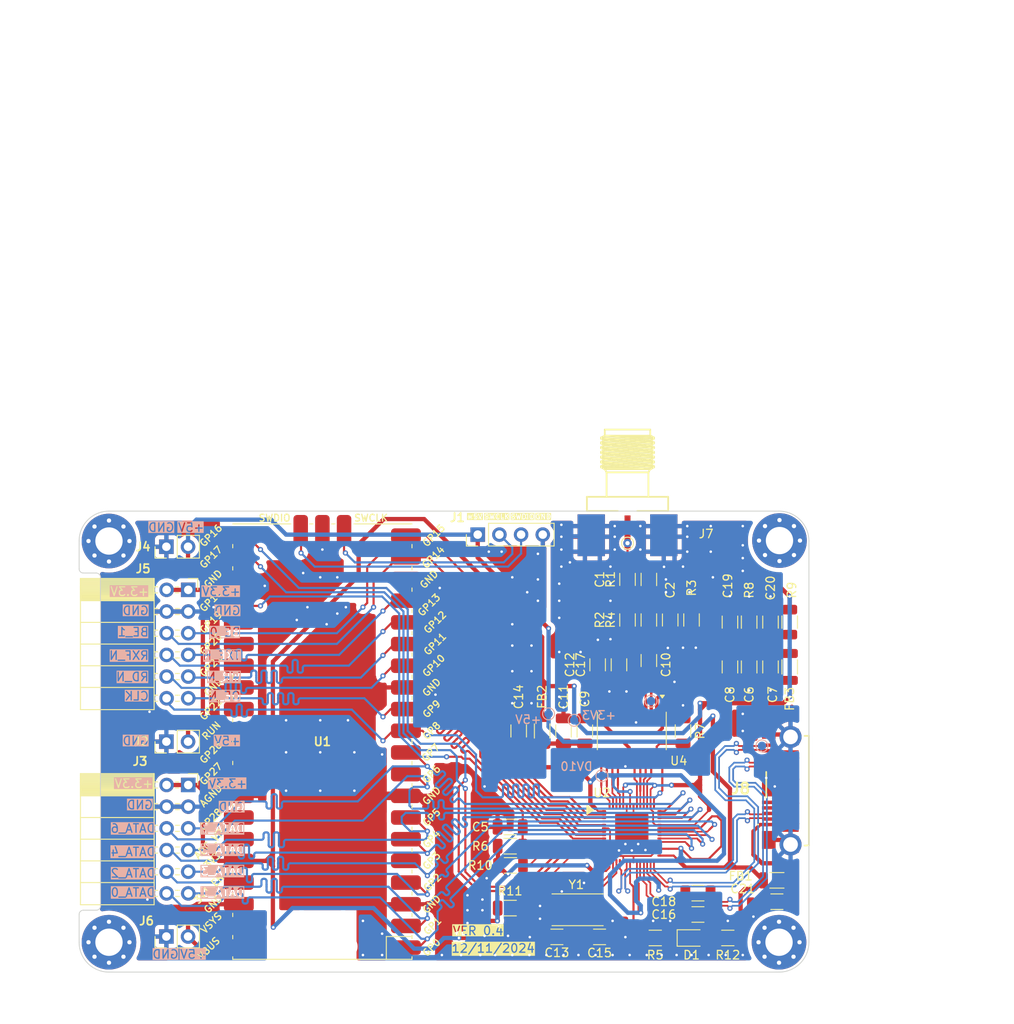
<source format=kicad_pcb>
(kicad_pcb (version 20240108) (generator "pcbnew") (generator_version "8.0")
  (layers (0 "F.Cu" signal) (31 "B.Cu" signal) (34 "B.Paste" user) (35 "F.Paste" user) (36 "B.SilkS" user "B.Silkscreen") (37 "F.SilkS" user "F.Silkscreen") (38 "B.Mask" user) (39 "F.Mask" user) (44 "Edge.Cuts" user))
  (net 0 "")
  (net 1 "+3.3V")
  (net 2 "DATA_5")
  (net 3 "BE_0")
  (net 4 "DATA_9")
  (net 5 "DATA_13")
  (net 6 "+5V")
  (net 7 "DATA_4")
  (net 8 "DATA_10")
  (net 9 "DATA_14")
  (net 10 "BE_1")
  (net 11 "DATA_12")
  (net 12 "SSRX-")
  (net 13 "TXE_N")
  (net 14 "SWCLK")
  (net 15 "SWDIO")
  (net 16 "GPIO0")
  (net 17 "DATA_15")
  (net 18 "CLK")
  (net 19 "DATA_2")
  (net 20 "DATA_7")
  (net 21 "~{RESET_N}")
  (net 22 "D-")
  (net 23 "DATA_11")
  (net 24 "GPIO1")
  (net 25 "RXF_N")
  (net 26 "D+")
  (net 27 "WR_N")
  (net 28 "DATA_8")
  (net 29 "DATA_6")
  (net 30 "DATA_3")
  (net 31 "DATA_0")
  (net 32 "SSRX+")
  (net 33 "GNDD")
  (net 34 "GNDA")
  (net 39 "RD_N")
  (net 40 "DATA_1")
  (net 41 "OE_N")
  (net 42 "Net-(J7-In)")
  (net 43 "SSTX-")
  (net 51 "Net-(U4-PD)")
  (net 52 "Net-(U4-VIN)")
  (net 53 "/VA")
  (net 54 "/VRT")
  (net 55 "/DRVD")
  (net 56 "Net-(U4-VRM)")
  (net 57 "Net-(C1-Pad2)")
  (net 58 "Net-(C2-Pad2)")
  (net 59 "SSTX+")
  (net 60 "Net-(C21-Pad2)")
  (net 62 "Net-(U2-XI)")
  (net 63 "Net-(U2-AVDD)")
  (net 64 "Net-(U2-XO)")
  (net 65 "Net-(U2-RREF)")
  (net 66 "Net-(U2-WAKEUP_N)")
  (net 67 "Net-(U2-SIWU_N)")
  (net 68 "Net-(D1-A)")
  (net 70 "/TODN")
  (net 71 "/TODP")
  (footprint "Capacitor_SMD:C_1206_3216Metric" (layer "F.Cu") (at 175.5 85.5 180)
    (property "Reference" "C5")
    (property "Value" "100nF")
  )
  (footprint "SamacSys_Parts:ZX360DB10P30" (layer "F.Cu") (at 208 81.25 90)
    (property "Reference" "J8")
    (property "Value" "ZX360D-B-10P_30_" (hide yes))
  )
  (footprint "LED_SMD:LED_0805_2012Metric" (layer "F.Cu") (at 196.75 98.5)
    (property "Reference" "D1")
    (property "Value" "LED")
  )
  (footprint "MountingHole:MountingHole_3.2mm_M3_Pad_Via" (layer "F.Cu") (at 128.5 99)
    (property "Reference" "REF**" (hide yes))
    (property "Value" "MountingHole_3.2mm_M3_Pad_Via")
  )
  (footprint "Resistor_SMD:R_1206_3216Metric" (layer "F.Cu") (at 201 98.5)
    (property "Reference" "R12")
    (property "Value" "470R")
  )
  (footprint "ICTAMKY_V8:RPi_Pico_SMD" (layer "F.Cu") (at 153.5 75.5 180)
    (property "Reference" "U1")
    (property "Value" "Pico")
  )
  (footprint "Capacitor_SMD:C_1206_3216Metric" (layer "F.Cu") (at 180.975 98.375 180)
    (property "Reference" "C13")
    (property "Value" "18pF")
  )
  (footprint "Resistor_SMD:R_1206_3216Metric" (layer "F.Cu") (at 175.5375 90 180)
    (property "Reference" "R10")
    (property "Value" "10K")
  )
  (footprint "Connector_PinHeader_2.54mm:PinHeader_1x02_P2.54mm_Vertical" (layer "F.Cu") (at 135.225 52.67 90)
    (property "Reference" "J4")
    (property "Value" "22-23-2021")
  )
  (footprint "Crystal:Crystal_SMD_Abracon_ABM7-2Pin_6.0x3.5mm" (layer "F.Cu") (at 183.4 95.2)
    (property "Reference" "Y1")
    (property "Value" "30Mhz")
  )
  (footprint "Resistor_SMD:R_1206_3216Metric" (layer "F.Cu") (at 191.75 56.5 90)
    (property "Reference" "R1")
    (property "Value" "56")
  )
  (footprint "Resistor_SMD:R_1206_3216Metric" (layer "F.Cu") (at 175.5 95 180)
    (property "Reference" "R11")
    (property "Value" "10K")
  )
  (footprint "Connector_PinSocket_2.54mm:PinSocket_2x06_P2.54mm_Horizontal" (layer "F.Cu") (at 137.79 80.58)
    (property "Reference" "J3")
    (property "Value" "90122-0126")
  )
  (footprint "Resistor_SMD:R_1206_3216Metric" (layer "F.Cu") (at 191.75 61.25 90)
    (property "Reference" "R4")
    (property "Value" "220")
  )
  (footprint "MountingHole:MountingHole_3.2mm_M3_Pad_Via" (layer "F.Cu") (at 207.052944 51.947056)
    (property "Reference" "REF**" (hide yes))
    (property "Value" "MountingHole_3.2mm_M3_Pad_Via")
  )
  (footprint "Capacitor_SMD:C_1206_3216Metric" (layer "F.Cu") (at 184.25 74.25 90)
    (property "Reference" "C9")
    (property "Value" "22uF")
  )
  (footprint "Capacitor_SMD:C_1206_3216Metric" (layer "F.Cu") (at 185.75 66.5 90)
    (property "Reference" "C12")
    (property "Value" "100nF")
  )
  (footprint "ICTAMKY_V8:AMPHENOL_132357-11" (layer "F.Cu") (at 189.25 49.75 -90)
    (property "Reference" "J7")
    (property "Value" "Conn_Coaxial" (hide yes))
  )
  (footprint "TestPoint:TestPoint_THTPad_D1.0mm_Drill0.5mm" (layer "F.Cu") (at 189.25 52.25)
    (property "Reference" "REF**" (hide yes))
    (property "Value" "TestPoint_THTPad_D1.0mm_Drill0.5mm" (hide yes))
  )
  (footprint "Resistor_SMD:R_1206_3216Metric" (layer "F.Cu") (at 195.75 74.25 90)
    (property "Reference" "R7")
    (property "Value" "10K")
  )
  (footprint "ICTAMKY_V8:FT600Q-B-T" (layer "F.Cu") (at 189.75 86.25)
    (property "Reference" "U2")
    (property "Value" "FT600Q-B-T")
  )
  (footprint "Inductor_SMD:L_1206_3216Metric" (layer "F.Cu") (at 206.75 91.75)
    (property "Reference" "FB1")
    (property "Value" "FerriteBead_Small")
  )
  (footprint "Resistor_SMD:R_1206_3216Metric" (layer "F.Cu") (at 192.5 98.5 180)
    (property "Reference" "R5")
    (property "Value" "1.6K")
  )
  (footprint "Capacitor_SMD:C_1206_3216Metric" (layer "F.Cu") (at 191.75 66 90)
    (property "Reference" "C10")
    (property "Value" "100nF")
  )
  (footprint "Capacitor_SMD:C_1206_3216Metric" (layer "F.Cu") (at 185.975 98.375)
    (property "Reference" "C15")
    (property "Value" "18pF")
  )
  (footprint "Capacitor_SMD:C_1206_3216Metric" (layer "F.Cu") (at 181.75 74.25 90)
    (property "Reference" "C11")
    (property "Value" "100nF")
  )
  (footprint "Capacitor_SMD:C_1206_3216Metric" (layer "F.Cu") (at 197.5 95.75 180)
    (property "Reference" "C16")
    (property "Value" "100nF")
  )
  (footprint "Capacitor_SMD:C_1206_3216Metric" (layer "F.Cu") (at 197.5 93.25 180)
    (property "Reference" "C18")
    (property "Value" "100nF")
  )
  (footprint "Capacitor_SMD:C_1206_3216Metric" (layer "F.Cu") (at 188.25 66.5 90)
    (property "Reference" "C17")
    (property "Value" "100nF")
  )
  (footprint "Package_SO:TSSOP-24_4.4x7.8mm_P0.65mm" (layer "F.Cu") (at 189.75 74.25 -90)
    (property "Reference" "U4")
    (property "Value" "ADC08100CIMTCX/NOPB(TSSOP-24)")
  )
  (footprint "Inductor_SMD:L_1206_3216Metric" (layer "F.Cu") (at 208.25 66.75 90)
    (property "Reference" "FB3")
    (property "Value" "FerriteBead_Small")
  )
  (footprint "Capacitor_SMD:C_1206_3216Metric" (layer "F.Cu") (at 206 61.5 90)
    (property "Reference" "C20")
    (property "Value" "100nF")
  )
  (footprint "Resistor_SMD:R_1206_3216Metric" (layer "F.Cu") (at 203.5 61.5 -90)
    (property "Reference" "R8")
    (property "Value" "220")
  )
  (footprint "Capacitor_SMD:C_1206_3216Metric" (layer "F.Cu") (at 203.5 66.75 -90)
    (property "Reference" "C6")
    (property "Value" "22uF")
  )
  (footprint "MountingHole:MountingHole_3.2mm_M3_Pad_Via" (layer "F.Cu") (at 128.5 52)
    (property "Reference" "REF**" (hide yes))
    (property "Value" "MountingHole_3.2mm_M3_Pad_Via")
  )
  (footprint "Capacitor_SMD:C_1206_3216Metric" (layer "F.Cu") (at 176.5 74.25 90)
    (property "Reference" "C14")
    (property "Value" "4.7uF")
  )
  (footprint "MountingHole:MountingHole_3.2mm_M3_Pad_Via" (layer "F.Cu") (at 207 99)
    (property "Reference" "REF**" (hide yes))
    (property "Value" "MountingHole_3.2mm_M3_Pad_Via")
  )
  (footprint "Resistor_SMD:R_1206_3216Metric" (layer "F.Cu") (at 208.25 61.5 -90)
    (property "Reference" "R9")
    (property "Value" "110")
  )
  (footprint "Resistor_SMD:R_1206_3216Metric" (layer "F.Cu") (at 175.5 87.75 180)
    (property "Reference" "R6")
    (property "Value" "4.7K")
  )
  (footprint "Resistor_SMD:R_1206_3216Metric" (layer "F.Cu") (at 189.25 61.25 -90)
    (property "Reference" "R2")
    (property "Value" "110")
  )
  (footprint "Capacitor_SMD:C_1206_3216Metric" (layer "F.Cu") (at 189.25 56.5 -90)
    (property "Reference" "C1")
    (property "Value" "1uF")
  )
  (footprint "Capacitor_SMD:C_1206_3216Metric" (layer "F.Cu") (at 206.75 94.25)
    (property "Reference" "C21")
    (property "Value" "100nF")
  )
  (footprint "Connector_PinSocket_2.54mm:PinSocket_2x06_P2.54mm_Horizontal" (layer "F.Cu") (at 137.79 57.72)
    (property "Reference" "J5")
    (property "Value" "90122-0126")
  )
  (footprint "Inductor_SMD:L_1206_3216Metric" (layer "F.Cu") (at 179.25 74.25 -90)
    (property "Reference" "FB2")
    (property "Value" "FerriteBead_Small")
  )
  (footprint "Capacitor_SMD:C_1206_3216Metric" (layer "F.Cu") (at 201.25 66.75 -90)
    (property "Reference" "C8")
    (property "Value" "100nF")
  )
  (footprint "Resistor_SMD:R_1206_3216Metric" (layer "F.Cu") (at 196.75 61.25 -90)
    (property "Reference" "R3")
    (property "Value" "110")
  )
  (footprint "Connector_PinHeader_2.54mm:PinHeader_1x02_P2.54mm_Vertical" (layer "F.Cu") (at 135.225 98.33 90)
    (property "Reference" "J6")
    (property "Value" "22-23-2021")
  )
  (footprint "Capacitor_SMD:C_1206_3216Metric" (layer "F.Cu") (at 201.25 61.5 90)
    (property "Reference" "C19")
    (property "Value" "1uF")
  )
  (footprint "Capacitor_SMD:C_1206_3216Metric" (layer "F.Cu") (at 194.25 61.25 90)
    (property "Reference" "C2")
    (property "Value" "1uF")
  )
  (footprint "Capacitor_SMD:C_1206_3216Metric" (layer "F.Cu") (at 206 66.75 -90)
    (property "Reference" "C7")
    (property "Value" "22uF")
  )
  (footprint "Connector_PinHeader_2.54mm:PinHeader_1x04_P2.54mm_Vertical" (layer "F.Cu") (at 171.7 51.25 90)
    (property "Reference" "J1")
    (property "Value" "Conn_01x04")
  )
  (footprint "Connector_PinHeader_2.54mm:PinHeader_1x02_P2.54mm_Vertical" (layer "F.Cu") (at 135.225 75.5 90)
    (property "Reference" "J2")
    (property "Value" "22-23-2021")
  )
  (footprint "NetTie:NetTie-2_SMD_Pad2.0mm" (layer "B.Cu") (at 204.75 71 90)
    (property "Reference" "NT1" (hide yes))
    (property "Value" "NetTie_2" (hide yes))
  )
  (footprint "TestPoint:TestPoint_Pad_D1.0mm" (layer "B.Cu") (at 183 73 180)
    (property "Reference" "REF**" (hide yes))
    (property "Value" "TestPoint_Pad_D1.0mm" (hide yes))
  )
  (footprint "TestPoint:TestPoint_Pad_D1.0mm" (layer "B.Cu") (at 180 72.25 180)
    (property "Reference" "REF**" (hide yes))
    (property "Value" "TestPoint_Pad_D1.0mm" (hide yes))
  )
  (footprint "TestPoint:TestPoint_Pad_D1.0mm" (layer "B.Cu") (at 186.25 79.5 180)
    (property "Reference" "REF**" (hide yes))
    (property "Value" "TestPoint_Pad_D1.0mm" (hide yes))
  )
  (footprint "TestPoint:TestPoint_Pad_D1.0mm" (layer "B.Cu") (at 192 70.75 180)
    (property "Reference" "REF**" (hide yes))
    (property "Value" "TestPoint_Pad_D1.0mm" (hide yes))
  )
  (footprint "TestPoint:TestPoint_Pad_D1.0mm" (layer "B.Cu") (at 205 76 180)
    (property "Reference" "REF**" (hide yes))
    (property "Value" "TestPoint_Pad_D1.0mm" (hide yes))
  )
  (gr_poly (pts (xy 185.25 83.5) (xy 184.5 83) (xy 184.5 84)) (stroke (width 0.15)) (fill solid) (layer "F.SilkS"))
  (gr_arc (start 127 55.75) (mid 127.353553 55.896447) (end 127.5 56.25) (stroke (width 0.1)) (layer "Edge.Cuts"))
  (gr_line (start 125 99) (end 125 95.75) (stroke (width 0.1)) (layer "Edge.Cuts"))
  (gr_line (start 125 52) (end 125 55.25) (stroke (width 0.1)) (layer "Edge.Cuts"))
  (gr_arc (start 128.5 102.5) (mid 126.025126 101.474874) (end 125 99) (stroke (width 0.1)) (layer "Edge.Cuts"))
  (gr_arc (start 127.5 94.75) (mid 127.353553 95.103553) (end 127 95.25) (stroke (width 0.1)) (layer "Edge.Cuts"))
  (gr_arc (start 125 95.75) (mid 125.146447 95.396447) (end 125.5 95.25) (stroke (width 0.1)) (layer "Edge.Cuts"))
  (gr_line (start 127.5 56.25) (end 127.5 94.75) (stroke (width 0.1)) (layer "Edge.Cuts"))
  (gr_arc (start 125 52) (mid 126.025126 49.525126) (end 128.5 48.5) (stroke (width 0.1)) (layer "Edge.Cuts"))
  (gr_arc (start 207 48.5) (mid 209.474874 49.525126) (end 210.5 52) (stroke (width 0.1)) (layer "Edge.Cuts"))
  (gr_line (start 128.5 48.5) (end 207 48.5) (stroke (width 0.1)) (layer "Edge.Cuts"))
  (gr_line (start 207 102.5) (end 128.5 102.5) (stroke (width 0.1)) (layer "Edge.Cuts"))
  (gr_arc (start 210.5 99) (mid 209.474874 101.474874) (end 207 102.5) (stroke (width 0.1)) (layer "Edge.Cuts"))
  (gr_line (start 210.5 52) (end 210.5 99) (stroke (width 0.1)) (layer "Edge.Cuts"))
  (gr_arc (start 125.5 55.75) (mid 125.146447 55.603553) (end 125 55.25) (stroke (width 0.1)) (layer "Edge.Cuts"))
  (gr_line (start 125.5 55.75) (end 127 55.75) (stroke (width 0.1)) (layer "Edge.Cuts"))
  (gr_line (start 127 95.25) (end 125.5 95.25) (stroke (width 0.1)) (layer "Edge.Cuts"))
  (gr_text "+3.3V" (at 144 58.5 0) (layer "B.SilkS" knockout) (effects (font (size 1 1)) (justify left bottom mirror)))
  (gr_text "DATA_5" (at 144.5 88.75 0) (layer "B.SilkS" knockout) (effects (font (size 1 1)) (justify left bottom mirror)))
  (gr_text "+3V3" (at 188 73 0) (layer "B.SilkS") (effects (font (size 1 1)) (justify left bottom mirror)))
  (gr_text "DATA_6" (at 134 86.25 0) (layer "B.SilkS" knockout) (effects (font (size 1 1)) (justify left bottom mirror)))
  (gr_text "WR_N" (at 144 68.5 0) (layer "B.SilkS" knockout) (effects (font (size 1 1)) (justify left bottom mirror)))
  (gr_text "DATA_3" (at 144.5 91.25 0) (layer "B.SilkS" knockout) (effects (font (size 1 1)) (justify left bottom mirror)))
  (gr_text "+5V" (at 139.75 51 0) (layer "B.SilkS" knockout) (effects (font (size 1 1)) (justify left bottom mirror)))
  (gr_text "DATA_2" (at 134 91.5 0) (layer "B.SilkS" knockout) (effects (font (size 1 1)) (justify left bottom mirror)))
  (gr_text "GND" (at 133.75 83.5 0) (layer "B.SilkS" knockout) (effects (font (size 1 1)) (justify left bottom mirror)))
  (gr_text "GND" (at 144 60.75 0) (layer "B.SilkS" knockout) (effects (font (size 1 1)) (justify left bottom mirror)))
  (gr_text "GND" (at 144.5 83.75 0) (layer "B.SilkS" knockout) (effects (font (size 1 1)) (justify left bottom mirror)))
  (gr_text "BE_1" (at 133.25 63.25 0) (layer "B.SilkS" knockout) (effects (font (size 1 1)) (justify left bottom mirror)))
  (gr_text "DV10" (at 185.25 79 0) (layer "B.SilkS") (effects (font (size 1 1)) (justify left bottom mirror)))
  (gr_text "+3.3V" (at 133.25 58.5 0) (layer "B.SilkS" knockout) (effects (font (size 1 1)) (justify left bottom mirror)))
  (gr_text "+5V" (at 140 101 0) (layer "B.SilkS" knockout) (effects (font (size 1 1)) (justify left bottom mirror)))
  (gr_text "GND" (at 136.25 51 0) (layer "B.SilkS" knockout) (effects (font (size 1 1)) (justify left bottom mirror)))
  (gr_text "DATA_0" (at 134 93.75 0) (layer "B.SilkS" knockout) (effects (font (size 1 1)) (justify left bottom mirror)))
  (gr_text "BE_0" (at 144 63.25 0) (layer "B.SilkS" knockout) (effects (font (size 1 1)) (justify left bottom mirror)))
  (gr_text "+5V" (at 179.25 73.5 0) (layer "B.SilkS") (effects (font (size 1 1)) (justify left bottom mirror)))
  (gr_text "GND" (at 136.75 101 0) (layer "B.SilkS" knockout) (effects (font (size 1 1)) (justify left bottom mirror)))
  (gr_text "GND" (at 133.25 60.75 0) (layer "B.SilkS" knockout) (effects (font (size 1 1)) (justify left bottom mirror)))
  (gr_text "+3.3V" (at 144.75 81 0) (layer "B.SilkS" knockout) (effects (font (size 1 1)) (justify left bottom mirror)))
  (gr_text "OE_N" (at 144 70.75 0) (layer "B.SilkS" knockout) (effects (font (size 1 1)) (justify left bottom mirror)))
  (gr_text "GND" (at 133.25 76 0) (layer "B.SilkS" knockout) (effects (font (size 1 1)) (justify left bottom mirror)))
  (gr_text "CLK" (at 133.25 70.75 0) (layer "B.SilkS" knockout) (effects (font (size 1 1)) (justify left bottom mirror)))
  (gr_text "DATA_7" (at 144.5 86.25 0) (layer "B.SilkS" knockout) (effects (font (size 1 1)) (justify left bottom mirror)))
  (gr_text "DATA_1" (at 144.5 93.75 0) (layer "B.SilkS" knockout) (effects (font (size 1 1)) (justify left bottom mirror)))
  (gr_text "TXE_N" (at 144 66 0) (layer "B.SilkS" knockout) (effects (font (size 1 1)) (justify left bottom mirror)))
  (gr_text "RD_N" (at 133.25 68.5 0) (layer "B.SilkS" knockout) (effects (font (size 1 1)) (justify left bottom mirror)))
  (gr_text "+3.3V" (at 133.75 81 0) (layer "B.SilkS" knockout) (effects (font (size 1 1)) (justify left bottom mirror)))
  (gr_text "+5V" (at 144 76 0) (layer "B.SilkS" knockout) (effects (font (size 1 1)) (justify left bottom mirror)))
  (gr_text "DATA_4" (at 134 89 0) (layer "B.SilkS" knockout) (effects (font (size 1 1)) (justify left bottom mirror)))
  (gr_text "RXF_N" (at 133.25 66 0) (layer "B.SilkS" knockout) (effects (font (size 1 1)) (justify left bottom mirror)))
  (gr_text "VER 0.4" (at 168.7 98.25 0) (layer "F.SilkS" knockout) (effects (font (size 1 1)) (justify left bottom)))
  (gr_text "+5V" (at 170.35 49.5 0) (layer "F.SilkS" knockout) (effects (font (size 0.6 0.6) (thickness 0.1) (bold yes)) (justify left bottom)))
  (gr_text "SWDIO" (at 175.5 49.5 0) (layer "F.SilkS" knockout) (effects (font (size 0.6 0.6) (thickness 0.1) (bold yes)) (justify left bottom)))
  (gr_text "12/11/2024" (at 168.55 100.3 0) (layer "F.SilkS" knockout) (effects (font (size 1 1)) (justify left bottom)))
  (gr_text "SWCLK" (at 172.4 49.5 0) (layer "F.SilkS" knockout) (effects (font (size 0.6 0.6) (thickness 0.1) (bold yes)) (justify left bottom)))
  (gr_text "GND" (at 178.4 49.5 0) (layer "F.SilkS" knockout) (effects (font (size 0.6 0.6) (thickness 0.1) (bold yes)) (justify left bottom)))
  (segment (start 187.4 88.9) (end 187.15 89.15) (width 0.2) (layer "F.Cu") (net 1))
  (segment (start 197.75 80.6) (end 196.9 80.6) (width 0.5) (layer "F.Cu") (net 1))
  (segment (start 197.75 71.75) (end 198.5 71) (width 0.5) (layer "F.Cu") (net 1))
  (segment (start 147.07 89.28) (end 147.7 88.65) (width 0.5) (layer "F.Cu") (net 1))
  (segment (start 139.5 80.25) (end 139.17 80.58) (width 0.5) (layer "F.Cu") (net 1))
  (segment (start 135.25 80.58) (end 137.79 80.58) (width 0.5) (layer "F.Cu") (net 1))
  (segment (start 138.83 80.58) (end 139.5 81.25) (width 0.5) (layer "F.Cu") (net 1))
  (segment (start 147.705 89.47) (end 147.7 89.465) (width 0.5) (layer "F.Cu") (net 1))
  (segment (start 179.25 69.75) (end 179.25 68.25) (width 0.5) (layer "F.Cu") (net 1))
  (segment (start 192.425 80.625) (end 191.95 81.1) (width 0.2) (layer "F.Cu") (net 1))
  (segment (start 175.25 91) (end 175.075 91) (width 0.5) (layer "F.Cu") (net 1))
  (segment (start 139.5 57.765) (end 139.5 79.25) (width 0.5) (layer "F.Cu") (net 1))
  (segment (start 198.75 61.25) (end 198.75 58.75) (width 0.5) (layer "F.Cu") (net 1))
  (segment (start 192.5 85.25) (end 193 85.25) (width 0.2) (layer "F.Cu") (net 1))
  (segment (start 206.75 57) (end 208.25 58.5) (width 0.5) (layer "F.Cu") (net 1))
  (segment (start 197.1 85.25) (end 193 85.25) (width 0.2) (layer "F.Cu") (net 1))
  (segment (start 147.075 89.47) (end 147.07 89.47) (width 0.5) (layer "F.Cu") (net 1))
  (segment (start 197.75 80.6) (end 197.75 79.95) (width 0.5) (layer "F.Cu") (net 1))
  (segment (start 189 80.6) (end 188.75 80.85) (width 0.2) (layer "F.Cu") (net 1))
  (segment (start 196.75 62.7125) (end 197.2875 62.7125) (width 0.5) (layer "F.Cu") (net 1))
  (segment (start 139.5 87.6) (end 139.5 81.25) (width 0.5) (layer "F.Cu") (net 1))
  (segment (start 186.75 90.65) (end 187.15 90.25) (width 0.2) (layer "F.Cu") (net 1))
  (segment (start 197.1 80.6) (end 197.75 79.95) (width 0.5) (layer "F.Cu") (net 1))
  (segment (start 174.0375 88.2875) (end 174.0375 87.75) (width 0.5) (layer "F.Cu") (net 1))
  (segment (start 185.95 90.65) (end 185.15 90.65) (width 0.5) (layer "F.Cu") (net 1))
  (segment (start 174.0375 96.4625) (end 174.0375 95) (width 0.5) (layer "F.Cu") (net 1))
  (segment (start 139.17 80.58) (end 137.79 80.58) (width 0.5) (layer "F.Cu") (net 1))
  (segment (start 147.07 89.47) (end 147.7 90.1) (width 0.5) (layer "F.Cu") (net 1))
  (segment (start 144.61 89.47) (end 146.75 89.47) (width 0.5) (layer "F.Cu") (net 1))
  (segment (start 147.075 89.47) (end 147.705 89.47) (width 0.5) (layer "F.Cu") (net 1))
  (segment (start 147.7 89.465) (end 147.7 88.65) (width 0.5) (layer "F.Cu") (net 1))
  (segment (start 197.2875 62.7125) (end 198.75 61.25) (width 0.5) (layer "F.Cu") (net 1))
  (segment (start 137.79 57.72) (end 139.545 57.72) (width 0.5) (layer "F.Cu") (net 1))
  (segment (start 179.25 69) (end 179.25 70.5) (width 0.5) (layer "F.Cu") (net 1))
  (segment (start 208.25 58.5) (end 208.25 60.0375) (width 0.5) (layer "F.Cu") (net 1))
  (segment (start 180 69) (end 179.25 69) (width 0.5) (layer "F.Cu") (net 1))
  (segment (start 197.75 81.9) (end 198.8 82.95) (width 0.5) (layer "F.Cu") (net 1))
  (segment (start 139.5 80) (end 139.5 79.25) (width 0.5) (layer "F.Cu") (net 1))
  (segment (start 187.15 90.25) (end 187.15 89.8) (width 0.2) (layer "F.Cu") (net 1))
  (segment (start 188.75 80.85) (end 188.75 83) (width 0.2) (layer "F.Cu") (net 1))
  (segment (start 180 69) (end 179.25 68.25) (width 0.5) (layer "F.Cu") (net 1))
  (segment (start 174.075 88.325) (end 174.0375 88.2875) (width 0.5) (layer "F.Cu") (net 1))
  (segment (start 174 96.5) (end 174.0375 96.4625) (width 0.5) (layer "F.Cu") (net 1))
  (segment (start 179.25 71.5) (end 179.25 70.25) (width 0.5) (layer "F.Cu") (net 1))
  (segment (start 147.7 89.475) (end 147.7 90.1) (width 0.5) (layer "F.Cu") (net 1))
  (segment (start 189.95 88.9) (end 192 88.9) (width 0.2) (layer "F.Cu") (net 1))
  (segment (start 183 69) (end 180 69) (width 0.5) (layer "F.Cu") (net 1))
  (segment (start 196.9 80.6) (end 194.4 80.6) (width 0.5) (layer "F.Cu") (net 1))
  (segment (start 189.95 88.9) (end 188.75 88.9) (width 0.2) (layer "F.Cu") (net 1))
  (segment (start 139.545 57.72) (end 139.5 57.765) (width 0.5) (layer "F.Cu") (net 1))
  (segment (start 146.75 89.47) (end 147.07 89.47) (width 0.5) (layer "F.Cu") (net 1))
  (segment (start 192.25 85) (end 192.5 85.25) (width 0.2) (layer "F.Cu") (net 1))
  (segment (start 147.07 89.47) (end 147.07 89.28) (width 0.5) (layer "F.Cu") (net 1))
  (segment (start 208.25 68.325) (end 208.25 70.25) (width 0.5) (layer "F.Cu") (net 1))
  (segment (start 147.75 97.25) (end 147.7 97.2) (width 0.5) (layer "F.Cu") (net 1))
  (segment (start 170.5 98.5) (end 169.5 98.5) (width 0.5) (layer "F.Cu") (net 1))
  (segment (start 137.79 80.58) (end 138.83 80.58) (width 0.5) (layer "F.Cu") (net 1))
  (segment (start 185.15 90.65) (end 184.5 90) (width 0.5) (layer "F.Cu") (net 1))
  (segment (start 135.25 57.72) (end 137.79 57.72) (width 0.5) (layer "F.Cu") (net 1))
  (segment (start 147.705 89.47) (end 147.7 89.475) (width 0.5) (layer "F.Cu") (net 1))
  (segment (start 138.9 80.58) (end 139.23 80.58) (width 0.5) (layer "F.Cu") (net 1))
  (segment (start 197.2 80.6) (end 197.75 81.15) (width 0.5) (layer "F.Cu") (net 1))
  (segment (start 179.25 63.25) (end 165.425 49.425) (width 0.5) (layer "F.Cu") (net 1))
  (segment (start 175.075 91) (end 174.075 90) (width 0.5) (layer "F.Cu") (net 1))
  (segment (start 196.9 80.6) (end 197.1 80.6) (width 0.5) (layer "F.Cu") (net 1))
  (segment (start 187.15 89.8) (end 187.15 89.7) (width 0.25) (layer "F.Cu") (net 1))
  (segment (start 198.5 71) (end 207.5 71) (width 0.5) (layer "F.Cu") (net 1))
  (segment (start 157.75 52.375) (end 157.75 56.075) (width 0.5) (layer "F.Cu") (net 1))
  (segment (start 174.075 90) (end 174.075 88.325) (width 0.5) (layer "F.Cu") (net 1))
  (segment (start 172.5 96.5) (end 170.5 98.5) (width 0.5) (layer "F.Cu") (net 1))
  (segment (start 179.25 70.5) (end 179.25 69.75) (width 0.5) (layer "F.Cu") (net 1))
  (segment (start 139.5 81.25) (end 139.5 80) (width 0.5) (layer "F.Cu") (net 1))
  (segment (start 192 88.9) (end 192.45 88.45) (width 0.2) (layer "F.Cu") (net 1))
  (segment (start 197.75 80.6) (end 197.75 81.15) (width 0.5) (layer "F.Cu") (net 1))
  (segment (start 160.7 49.425) (end 157.75 52.375) (width 0.5) (layer "F.Cu") (net 1))
  (segment (start 191.95 83.410296) (end 192.25 83.710296) (width 0.2) (layer "F.Cu") (net 1))
  (segment (start 197.75 71) (end 198.5 71) (width 0.5) (layer "F.Cu") (net 1))
  (segment (start 189.95 89.5) (end 189.95 88.9) (width 0.2) (layer "F.Cu") (net 1))
  (segment (start 141.37 89.47) (end 139.5 87.6) (width 0.5) (layer "F.Cu") (net 1))
  (segment (start 139.275 80.58) (end 138.9 80.58) (width 0.5) (layer "F.Cu") (net 1))
  (segment (start 198.75 58.75) (end 200.5 57) (width 0.5) (layer "F.Cu") (net 1))
  (segment (start 147.7 97.2) (end 147.7 90.1) (width 0.5) (layer "F.Cu") (net 1))
  (segment (start 147.7 66.125) (end 147.7 88.65) (width 0.5) (layer "F.Cu") (net 1))
  (segment (start 185.95 90.65) (end 186.75 90.65) (width 0.25) (layer "F.Cu") (net 1))
  (segment (start 191.95 83) (end 191.95 83.410296) (width 0.2) (layer "F.Cu") (net 1))
  (segment (start 198.825 83.525) (end 197.1 85.25) (width 0.2) (layer "F.Cu") (net 1))
  (segment (start 144.61 89.47) (end 141.37 89.47) (width 0.5) (layer "F.Cu") (net 1))
  (segment (start 180 69) (end 179.25 69.75) (width 0.5) (layer "F.Cu") (net 1))
  (segment (start 165.425 49.425) (end 160.7 49.425) (width 0.5) (layer "F.Cu") (net 1))
  (segment (start 196.9 80.6) (end 197.2 80.6) (width 0.5) (layer "F.Cu") (net 1))
  (segment (start 200.5 57) (end 206.75 57) (width 0.5) (layer "F.Cu") (net 1))
  (segment (start 207.5 71) (end 208.25 70.25) (width 0.5) (layer "F.Cu") (net 1))
  (segment (start 197.75 81.15) (end 197.75 81.9) (width 0.5) (layer "F.Cu") (net 1))
  (segment (start 192.45 88.45) (end 193 88.45) (width 0.2) (layer "F.Cu") (net 1))
  (segment (start 146.75 89.47) (end 147.075 89.47) (width 0.5) (layer "F.Cu") (net 1))
  (segment (start 197.75 79.95) (end 197.75 71.75) (width 0.5) (layer "F.Cu") (net 1))
  (segment (start 197.75 71.75) (end 197.75 71) (width 0.5) (layer "F.Cu") (net 1))
  (segment (start 174 96.5) (end 172.5 96.5) (width 0.5) (layer "F.Cu") (net 1))
  (segment (start 198.8 82.95) (end 198.8 83.5) (width 0.5) (layer "F.Cu") (net 1))
  (segment (start 187.15 89.15) (end 187.15 89.5) (width 0.25) (layer "F.Cu") (net 1))
  (segment (start 192.25 83.710296) (end 192.25 85) (width 0.2) (layer "F.Cu") (net 1))
  (segment (start 188.75 88.9) (end 187.4 88.9) (width 0.2) (layer "F.Cu") (net 1))
  (segment (start 137.79 80.58) (end 138.92 80.58) (width 0.5) (layer "F.Cu") (net 1))
  (segment (start 179.25 71.5) (end 179.25 72.675) (width 0.5) (layer "F.Cu") (net 1))
  (segment (start 191.95 81.1) (end 191.95 83) (width 0.2) (layer "F.Cu") (net 1))
  (segment (start 179.25 70.5) (end 179.25 71.5) (width 0.5) (layer "F.Cu") (net 1))
  (segment (start 138.92 80.58) (end 139.5 80) (width 0.5) (layer "F.Cu") (net 1))
  (segment (start 187.15 89.6) (end 187.15 89.5) (width 0.2) (layer "F.Cu") (net 1))
  (segment (start 179.25 68.25) (end 179.25 63.25) (width 0.5) (layer "F.Cu") (net 1))
  (segment (start 157.75 56.075) (end 147.7 66.125) (width 0.5) (layer "F.Cu") (net 1))
  (segment (start 188.75 88.9) (end 188.75 89.5) (width 0.2) (layer "F.Cu") (net 1))
  (via (at 184.5 90) (size 0.6) (drill 0.3) (layers "F.Cu" "B.Cu") (net 1))
  (via (at 169.5 98.5) (size 0.6) (drill 0.3) (layers "F.Cu" "B.Cu") (net 1))
  (via (at 192.425 80.625) (size 0.6) (drill 0.3) (layers "F.Cu" "B.Cu") (net 1))
  (via (at 147.75 97.25) (size 0.6) (drill 0.3) (layers "F.Cu" "B.Cu") (net 1))
  (via (at 197.75 71) (size 0.6) (drill 0.3) (layers "F.Cu" "B.Cu") (net 1))
  (via (at 194.4 80.6) (size 0.6) (drill 0.3) (layers "F.Cu" "B.Cu") (net 1))
  (via (at 189 80.6) (size 0.6) (drill 0.3) (layers "F.Cu" "B.Cu") (net 1))
  (via (at 208.25 58.5) (size 0.6) (drill 0.3) (layers "F.Cu" "B.Cu") (net 1))
  (via (at 175.25 91) (size 0.6) (drill 0.3) (layers "F.Cu" "B.Cu") (net 1))
  (via (at 183 69) (size 0.6) (drill 0.3) (layers "F.Cu" "B.Cu") (net 1))
  (via (at 208.25 70.25) (size 0.6) (drill 0.3) (layers "F.Cu" "B.Cu") (net 1))
  (via (at 174 96.5) (size 0.6) (drill 0.3) (layers "F.Cu" "B.Cu") (net 1))
  (segment (start 194.375 80.625) (end 194.4 80.6) (width 0.3) (layer "B.Cu") (net 1))
  (segment (start 183 69) (end 183 73) (width 0.5) (layer "B.Cu") (net 1))
  (segment (start 208.25 65.075) (end 208.25 70.25) (width 0.5) (layer "B.Cu") (net 1))
  (segment (start 192.25 80.45) (end 189.15 80.45) (width 0.3) (layer "B.Cu") (net 1))
  (segment (start 174 92.25) (end 174 96.5) (width 0.5) (layer "B.Cu") (net 1))
  (segment (start 175.25 91) (end 174 92.25) (width 0.5) (layer "B.Cu") (net 1))
  (segment (start 184.5 74.5) (end 195.75 74.5) (width 0.5) (layer "B.Cu") (net 1))
  (segment (start 164.25 99.75) (end 166.5 99.75) (width 0.5) (layer "B.Cu") (net 1))
  (segment (start 176.25 90) (end 184.5 90) (width 0.5) (layer "B.Cu") (net 1))
  (segment (start 208.25 64.5) (end 208.25 65.075) (width 0.5) (layer "B.Cu") (net 1))
  (segment (start 147.75 97.25) (end 150 95) (width 0.5) (layer "B.Cu") (net 1))
  (segment (start 192.425 80.625) (end 192.25 80.45) (width 0.3) (layer "B.Cu") (net 1))
  (segment (start 208.25 58.5) (end 208.25 63.175) (width 0.5) (layer "B.Cu") (net 1))
  (segment (start 197.75 72.5) (end 197.75 71) (width 0.5) (layer "B.Cu") (net 1))
  (segment (start 166.5 99.75) (end 167.75 98.5) (width 0.5) (layer "B.Cu") (net 1))
  (segment (start 167.75 98.5) (end 169.5 98.5) (width 0.5) (layer "B.Cu") (net 1))
  (segment (start 208.25 63.475) (end 208.25 63.175) (width 0.5) (layer "B.Cu") (net 1))
  (segment (start 192.425 80.625) (end 194.375 80.625) (width 0.3) (layer "B.Cu") (net 1))
  (segment (start 189.15 80.45) (end 189 80.6) (width 0.3) (layer "B.Cu") (net 1))
  (segment (start 159.5 95) (end 164.25 99.75) (width 0.5) (layer "B.Cu") (net 1))
  (segment (start 195.75 74.5) (end 197.75 72.5) (width 0.5) (layer "B.Cu") (net 1))
  (segment (start 208.25 63.175) (end 208.25 64.5) (width 0.5) (layer "B.Cu") (net 1))
  (segment (start 183 73) (end 184.5 74.5) (width 0.5) (layer "B.Cu") (net 1))
  (segment (start 175.25 91) (end 176.25 90) (width 0.5) (layer "B.Cu") (net 1))
  (segment (start 150 95) (end 159.5 95) (width 0.5) (layer "B.Cu") (net 1))
  (segment (start 195.9125 84.1625) (end 196.675 83.4) (width 0.25) (layer "F.Cu") (net 2))
  (segment (start 195.9125 84.1625) (end 195.625 84.45) (width 0.2) (layer "F.Cu") (net 2))
  (segment (start 164.19 84.39) (end 162.39 84.39) (width 0.25) (layer "F.Cu") (net 2))
  (segment (start 195.625 84.45) (end 193 84.45) (width 0.2) (layer "F.Cu") (net 2))
  (segment (start 165.8 86) (end 164.19 84.39) (width 0.25) (layer "F.Cu") (net 2))
  (via (at 165.8 86) (size 0.6) (drill 0.3) (layers "F.Cu" "B.Cu") (net 2))
  (via (at 196.675 83.4) (size 0.6) (drill 0.3) (layers "F.Cu" "B.Cu") (net 2))
  (segment (start 148.41 87.628597) (end 148.41 87.24) (width 0.25) (layer "B.Cu") (net 2))
  (segment (start 163.8 86) (end 165.8 86) (width 0.25) (layer "B.Cu") (net 2))
  (segment (start 196.225 83.85) (end 168 83.85) (width 0.25) (layer "B.Cu") (net 2))
  (segment (start 165.96 84.430749) (end 165.96 84.09) (width 0.25) (layer "B.Cu") (net 2))
  (segment (start 167.16 84.380748) (end 167.16 84.09) (width 0.25) (layer "B.Cu") (net 2))
  (segment (start 147.81 87) (end 147.81 87.628597) (width 0.25) (layer "B.Cu") (net 2))
  (segment (start 147.57 87.868597) (end 147.45 87.868597) (width 0.25) (layer "B.Cu") (net 2))
  (segment (start 163.25 83.85) (end 162.8 84.3) (width 0.25) (layer "B.Cu") (net 2))
  (segment (start 146.61 86.371403) (end 146.61 86.76) (width 0.25) (layer "B.Cu") (net 2))
  (segment (start 166.92 83.85) (end 166.8 83.85) (width 0.25) (layer "B.Cu") (net 2))
  (segment (start 196.675 83.4) (end 196.225 83.85) (width 0.25) (layer "B.Cu") (net 2))
  (segment (start 167.76 84.09) (end 167.76 84.380748) (width 0.25) (layer "B.Cu") (net 2))
  (segment (start 146.25 87) (end 145.25 87) (width 0.25) (layer "B.Cu") (net 2))
  (segment (start 149.01 87.24) (end 149.01 87.628597) (width 0.25) (layer "B.Cu") (net 2))
  (segment (start 162.8 85) (end 163.8 86) (width 0.25) (layer "B.Cu") (net 2))
  (segment (start 147.81 86.371403) (end 147.81 87) (width 0.25) (layer "B.Cu") (net 2))
  (segment (start 167.52 84.620748) (end 167.4 84.620748) (width 0.25) (layer "B.Cu") (net 2))
  (segment (start 141.05 88.2) (end 137.79 88.2) (width 0.25) (layer "B.Cu") (net 2))
  (segment (start 146.97 86.131403) (end 146.85 86.131403) (width 0.25) (layer "B.Cu") (net 2))
  (segment (start 147.21 87) (end 147.21 86.76) (width 0.25) (layer "B.Cu") (net 2))
  (segment (start 165.6 83.85) (end 164.764856 83.85) (width 0.25) (layer "B.Cu") (net 2))
  (segment (start 147.21 86.76) (end 147.21 86.371403) (width 0.25) (layer "B.Cu") (net 2))
  (segment (start 145.25 87) (end 142.25 87) (width 0.25) (layer "B.Cu") (net 2))
  (segment (start 148.77 87.868597) (end 148.65 87.868597) (width 0.25) (layer "B.Cu") (net 2))
  (segment (start 148.17 86.131403) (end 148.05 86.131403) (width 0.25) (layer "B.Cu") (net 2))
  (segment (start 166.32 84.670749) (end 166.2 84.670749) (width 0.25) (layer "B.Cu") (net 2))
  (segment (start 148.41 87.24) (end 148.41 87) (width 0.25) (layer "B.Cu") (net 2))
  (segment (start 162.8 84.3) (end 162.8 85) (width 0.25) (layer "B.Cu") (net 2))
  (segment (start 165.5 87) (end 149.25 87) (width 0.25) (layer "B.Cu") (net 2))
  (segment (start 165.8 86.7) (end 165.8 86) (width 0.25) (layer "B.Cu") (net 2))
  (segment (start 165.8 86.7) (end 165.5 87) (width 0.25) (layer "B.Cu") (net 2))
  (segment (start 147.21 87.628597) (end 147.21 87) (width 0.25) (layer "B.Cu") (net 2))
  (segment (start 148.41 87) (end 148.41 86.371403) (width 0.25) (layer "B.Cu") (net 2))
  (segment (start 142.25 87) (end 141.05 88.2) (width 0.25) (layer "B.Cu") (net 2))
  (segment (start 165.72 83.85) (end 165.6 83.85) (width 0.25) (layer "B.Cu") (net 2))
  (segment (start 166.56 84.09) (end 166.56 84.430749) (width 0.25) (layer "B.Cu") (net 2))
  (segment (start 146.37 87) (end 146.25 87) (width 0.25) (layer "B.Cu") (net 2))
  (segment (start 164.764856 83.85) (end 163.25 83.85) (width 0.25) (layer "B.Cu") (net 2))
  (arc (start 149.01 87.628597) (mid 148.939706 87.798303) (end 148.77 87.868597) (width 0.25) (layer "B.Cu") (net 2))
  (arc (start 166.8 83.85) (mid 166.630294 83.920294) (end 166.56 84.09) (width 0.25) (layer "B.Cu") (net 2))
  (arc (start 167.16 84.09) (mid 167.089706 83.920294) (end 166.92 83.85) (width 0.25) (layer "B.Cu") (net 2))
  (arc (start 147.81 87.628597) (mid 147.739706 87.798303) (end 147.57 87.868597) (width 0.25) (layer "B.Cu") (net 2))
  (arc (start 148.41 86.371403) (mid 148.339706 86.201697) (end 148.17 86.131403) (width 0.25) (layer "B.Cu") (net 2))
  (arc (start 167.76 84.380748) (mid 167.689706 84.550454) (end 167.52 84.620748) (width 0.25) (layer "B.Cu") (net 2))
  (arc (start 166.2 84.670749) (mid 166.030294 84.600455) (end 165.96 84.430749) (width 0.25) (layer "B.Cu") (net 2))
  (arc (start 149.25 87) (mid 149.080294 87.070294) (end 149.01 87.24) (width 0.25) (layer "B.Cu") (net 2))
  (arc (start 165.96 84.09) (mid 165.889706 83.920294) (end 165.72 83.85) (width 0.25) (layer "B.Cu") (net 2))
  (arc (start 147.45 87.868597) (mid 147.280294 87.798303) (end 147.21 87.628597) (width 0.25) (layer "B.Cu") (net 2))
  (arc (start 166.56 84.430749) (mid 166.489706 84.600455) (end 166.32 84.670749) (width 0.25) (layer "B.Cu") (net 2))
  (arc (start 146.61 86.76) (mid 146.539706 86.929706) (end 146.37 87) (width 0.25) (layer "B.Cu") (net 2))
  (arc (start 148.65 87.868597) (mid 148.480294 87.798303) (end 148.41 87.628597) (width 0.25) (layer "B.Cu") (net 2))
  (arc (start 168 83.85) (mid 167.830294 83.920294) (end 167.76 84.09) (width 0.25) (layer "B.Cu") (net 2))
  (arc (start 167.4 84.620748) (mid 167.230294 84.550454) (end 167.16 84.380748) (width 0.25) (layer "B.Cu") (net 2))
  (arc (start 148.05 86.131403) (mid 147.880294 86.201697) (end 147.81 86.371403) (width 0.25) (layer "B.Cu") (net 2))
  (arc (start 146.85 86.131403) (mid 146.680294 86.201697) (end 146.61 86.371403) (width 0.25) (layer "B.Cu") (net 2))
  (arc (start 147.21 86.371403) (mid 147.139706 86.201697) (end 146.97 86.131403) (width 0.25) (layer "B.Cu") (net 2))
  (segment (start 174.5 60.2) (end 165.67 51.37) (width 0.25) (layer "F.Cu") (net 3))
  (segment (start 180.5 82) (end 174.5 76) (width 0.25) (layer "F.Cu") (net 3))
  (segment (start 174.5 76) (end 174.5 60.2) (width 0.25) (layer "F.Cu") (net 3))
  (segment (start 184.4 83.9) (end 182.5 82) (width 0.25) (layer "F.Cu") (net 3))
  (segment (start 158.75 55.01) (end 162.39 51.37) (width 0.25) (layer "F.Cu") (net 3))
  (segment (start 182.5 82) (end 180.5 82) (width 0.25) (layer "F.Cu") (net 3))
  (segment (start 158.75 59.25) (end 158.75 55.01) (width 0.25) (layer "F.Cu") (net 3))
  (segment (start 184.55 84.05) (end 186.5 84.05) (width 0.2) (layer "F.Cu") (net 3))
  (segment (start 165.67 51.37) (end 162.39 51.37) (width 0.25) (layer "F.Cu") (net 3))
  (segment (start 184.4 83.9) (end 184.55 84.05) (width 0.2) (layer "F.Cu") (net 3))
  (segment (start 158.25 59.75) (end 158.75 59.25) (width 0.25) (layer "F.Cu") (net 3))
  (via (at 158.25 59.75) (size 0.6) (drill 0.3) (layers "F.Cu" "B.Cu") (net 3))
  (segment (start 141.97 62.111281) (end 141.85 62.111281) (width 0.25) (layer "B.Cu") (net 3))
  (segment (start 141.25 62.8) (end 140.3 62.8) (width 0.25) (layer "B.Cu") (net 3))
  (segment (start 142.630874 63.219126) (end 142.419563 63.219126) (width 0.25) (layer "B.Cu") (net 3))
  (segment (start 142.21 63.009563) (end 142.21 62.8) (width 0.25) (layer "B.Cu") (net 3))
  (segment (start 142.21 62.56) (end 142.21 62.351281) (width 0.25) (layer "B.Cu") (net 3))
  (segment (start 141.37 62.8) (end 141.25 62.8) (width 0.25) (layer "B.Cu") (net 3))
  (segment (start 141.61 62.351281) (end 141.61 62.56) (width 0.25) (layer "B.Cu") (net 3))
  (segment (start 155.2 62.8) (end 143.05 62.8) (width 0.25) (layer "B.Cu") (net 3))
  (segment (start 142.21 62.8) (end 142.21 62.56) (width 0.25) (layer "B.Cu") (net 3))
  (segment (start 140.3 62.8) (end 137.79 62.8) (width 0.25) (layer "B.Cu") (net 3))
  (segment (start 158.25 59.75) (end 155.2 62.8) (width 0.25) (layer "B.Cu") (net 3))
  (arc (start 142.840437 63.009563) (mid 142.779057 63.157746) (end 142.630874 63.219126) (width 0.25) (layer "B.Cu") (net 3))
  (arc (start 143.05 62.8) (mid 142.901817 62.86138) (end 142.840437 63.009563) (width 0.25) (layer "B.Cu") (net 3))
  (arc (start 141.61 62.56) (mid 141.539706 62.729706) (end 141.37 62.8) (width 0.25) (layer "B.Cu") (net 3))
  (arc (start 142.21 62.351281) (mid 142.139706 62.181575) (end 141.97 62.111281) (width 0.25) (layer "B.Cu") (net 3))
  (arc (start 141.85 62.111281) (mid 141.680294 62.181575) (end 141.61 62.351281) (width 0.25) (layer "B.Cu") (net 3))
  (arc (start 142.419563 63.219126) (mid 142.27138 63.157746) (end 142.21 63.009563) (width 0.25) (layer "B.Cu") (net 3))
  (segment (start 191.375 79.725) (end 191.15 79.95) (width 0.2) (layer "F.Cu") (net 4))
  (segment (start 191.375 79.25) (end 191.375 77.1125) (width 0.25) (layer "F.Cu") (net 4))
  (segment (start 191.375 79.25) (end 191.375 79.725) (width 0.2) (layer "F.Cu") (net 4))
  (segment (start 191.15 79.95) (end 191.15 83) (width 0.2) (layer "F.Cu") (net 4))
  (segment (start 187.95 82) (end 187.95 83) (width 0.2) (layer "F.Cu") (net 5))
  (segment (start 187.475 81.525) (end 187.95 82) (width 0.2) (layer "F.Cu") (net 5))
  (segment (start 187.475 80.6) (end 187.475 81.525) (width 0.2) (layer "F.Cu") (net 5))
  (segment (start 187.475 80.6) (end 187.475 77.1125) (width 0.25) (layer "F.Cu") (net 5))
  (segment (start 199.25 79) (end 199.25 72.5) (width 0.5) (layer "F.Cu") (net 6))
  (segment (start 202.5 98.4625) (end 202.4625 98.5) (width 0.5) (layer "F.Cu") (net 6))
  (segment (start 131.6 73.325) (end 131.625 73.3) (width 0.5) (layer "F.Cu") (net 6))
  (segment (start 200 79.75) (end 199.25 79) (width 0.5) (layer "F.Cu") (net 6))
  (segment (start 195.2 89.4) (end 194.65 88.85) (width 0.25) (layer "F.Cu") (net 6))
  (segment (start 201.25 81) (end 200 79.75) (width 0.5) (layer "F.Cu") (net 6))
  (segment (start 131.625 73.3) (end 132.575 73.3) (width 0.5) (layer "F.Cu") (net 6))
  (segment (start 201.9 90.25) (end 203.65 90.25) (width 0.5) (layer "F.Cu") (net 6))
  (segment (start 203.65 90.25) (end 205.15 91.75) (width 0.5) (layer "F.Cu") (net 6))
  (segment (start 201.25 89.45) (end 201.25 89.6) (width 0.5) (layer "F.Cu") (net 6))
  (segment (start 137.1 73.3) (end 137.765 73.965) (width 0.5) (layer "F.Cu") (net 6))
  (segment (start 202.5 93.25) (end 202.5 98.4625) (width 0.5) (layer "F.Cu") (net 6))
  (segment (start 132.325 73.3) (end 131.6 74.025) (width 0.5) (layer "F.Cu") (net 6))
  (segment (start 131.6 56.6) (end 131.6 72.525) (width 0.5) (layer "F.Cu") (net 6))
  (segment (start 132.575 73.3) (end 132.325 73.3) (width 0.5) (layer "F.Cu") (net 6))
  (segment (start 133.4 96.25) (end 131.6 94.45) (width 0.5) (layer "F.Cu") (net 6))
  (segment (start 137.765 54.06) (end 136.5 55.325) (width 0.5) (layer "F.Cu") (net 6))
  (segment (start 137.765 52.67) (end 137.765 54.06) (width 0.5) (layer "F.Cu") (net 6))
  (segment (start 201.25 90.25) (end 201.25 89.45) (width 0.5) (layer "F.Cu") (net 6))
  (segment (start 201.25 89.45) (end 201.25 81) (width 0.5) (layer "F.Cu") (net 6))
  (segment (start 180 62.25) (end 171.7 53.95) (width 0.5) (layer "F.Cu") (net 6))
  (segment (start 132.575 73.3) (end 137.1 73.3) (width 0.5) (layer "F.Cu") (net 6))
  (segment (start 132.875 55.325) (end 131.6 56.6) (width 0.5) (layer "F.Cu") (net 6))
  (segment (start 132.575 73.3) (end 132.4 73.3) (width 0.5) (layer "F.Cu") (net 6))
  (segment (start 201.25 90.25) (end 201.9 90.25) (width 0.5) (layer "F.Cu") (net 6))
  (segment (start 139.065 99.63) (end 137.765 98.33) (width 0.5) (layer "F.Cu") (net 6))
  (segment (start 205.15 91.75) (end 205.175 91.75) (width 0.5) (layer "F.Cu") (net 6))
  (segment (start 136.5 55.325) (end 132.875 55.325) (width 0.5) (layer "F.Cu") (net 6))
  (segment (start 200.65 90.25) (end 201.25 90.25) (width 0.5) (layer "F.Cu") (net 6))
  (segment (start 137.765 98.33) (end 137.765 96.89) (width 0.5) (layer "F.Cu") (net 6))
  (segment (start 131.6 74.025) (end 131.6 72.525) (width 0.5) (layer "F.Cu") (net 6))
  (segment (start 196.05 90.25) (end 200.65 90.25) (width 0.5) (layer "F.Cu") (net 6))
  (segment (start 194.65 88.85) (end 193 88.85) (width 0.25) (layer "F.Cu") (net 6))
  (segment (start 131.625 72.525) (end 131.6 72.525) (width 0.5) (layer "F.Cu") (net 6))
  (segment (start 195.2 89.4) (end 196.05 90.25) (width 0.5) (layer "F.Cu") (net 6))
  (segment (start 201.25 89.65) (end 200.65 90.25) (width 0.5) (layer "F.Cu") (net 6))
  (segment (start 137.125 96.25) (end 133.4 96.25) (width 0.5) (layer "F.Cu") (net 6))
  (segment (start 144.61 99.63) (end 139.065 99.63) (width 0.5) (layer "F.Cu") (net 6))
  (segment (start 137.765 73.965) (end 137.765 75.5) (width 0.5) (layer "F.Cu") (net 6))
  (segment (start 201.25 89.6) (end 201.9 90.25) (width 0.5) (layer "F.Cu") (net 6))
  (segment (start 132.4 73.3) (end 131.625 72.525) (width 0.5) (layer "F.Cu") (net 6))
  (segment (start 131.6 94.45) (end 131.6 74.025) (width 0.5) (layer "F.Cu") (net 6))
  (segment (start 203 92.75) (end 202.5 93.25) (width 0.5) (layer "F.Cu") (net 6))
  (segment (start 137.765 96.89) (end 137.125 96.25) (width 0.5) (layer "F.Cu") (net 6))
  (segment (start 201.25 89.45) (end 201.25 89.65) (width 0.5) (layer "F.Cu") (net 6))
  (segment (start 205.175 91.75) (end 204.175 92.75) (width 0.5) (layer "F.Cu") (net 6))
  (segment (start 171.7 53.95) (end 171.7 51.25) (width 0.5) (layer "F.Cu") (net 6))
  (segment (start 204.175 92.75) (end 203 92.75) (width 0.5) (layer "F.Cu") (net 6))
  (via (at 180 62.25) (size 0.6) (drill 0.3) (layers "F.Cu" "B.Cu") (net 6))
  (via (at 199.25 72.5) (size 0.6) (drill 0.3) (layers "F.Cu" "B.Cu") (net 6))
  (segment (start 138.75 49.5) (end 137.765 50.485) (width 0.5) (layer "B.Cu") (net 6))
  (segment (start 181.75 75.5) (end 196.25 75.5) (width 0.5) (layer "B.Cu") (net 6))
  (segment (start 171.7 51.25) (end 149.25 51.25) (width 0.5) (layer "B.Cu") (net 6))
  (segment (start 196.25 75.5) (end 199.25 72.5) (width 0.5) (layer "B.Cu") (net 6))
  (segment (start 180 62.25) (end 180 73.75) (width 0.5) (layer "B.Cu") (net 6))
  (segment (start 147.5 49.5) (end 138.75 49.5) (width 0.5) (layer "B.Cu") (net 6))
  (segment (start 149.25 51.25) (end 147.5 49.5) (width 0.5) (layer "B.Cu") (net 6))
  (segment (start 180 73.75) (end 181.75 75.5) (width 0.5) (layer "B.Cu") (net 6))
  (segment (start 137.765 50.485) (end 137.765 52.67) (width 0.5) (layer "B.Cu") (net 6))
  (segment (start 164.13 86.93) (end 162.39 86.93) (width 0.25) (layer "F.Cu") (net 7))
  (segment (start 196.35 84.85) (end 193 84.85) (width 0.2) (layer "F.Cu") (net 7))
  (segment (start 197.75 83.45) (end 196.55 84.65) (width 0.25) (layer "F.Cu") (net 7))
  (segment (start 196.55 84.65) (end 196.35 84.85) (width 0.2) (layer "F.Cu") (net 7))
  (segment (start 165.8 88.6) (end 164.13 86.93) (width 0.25) (layer "F.Cu") (net 7))
  (via (at 197.75 83.45) (size 0.6) (drill 0.3) (layers "F.Cu" "B.Cu") (net 7))
  (via (at 165.8 88.6) (size 0.6) (drill 0.3) (layers "F.Cu" "B.Cu") (net 7))
  (segment (start 143.47 88.5) (end 143.35 88.5) (width 0.25) (layer "B.Cu") (net 7))
  (segment (start 136.95 89.45) (end 135.7 88.2) (width 0.25) (layer "B.Cu") (net 7))
  (segment (start 165.800001 88.6) (end 165.8 88.6) (width 0.25) (layer "B.Cu") (net 7))
  (segment (start 144.67 87.559785) (end 144.55 87.559785) (width 0.25) (layer "B.Cu") (net 7))
  (segment (start 142.5 88.5) (end 142 88.5) (width 0.25) (layer "B.Cu") (net 7))
  (segment (start 168.255461 87.137513) (end 167.758975 86.641027) (width 0.25) (layer "B.Cu") (net 7))
  (segment (start 144.31 88.5) (end 144.31 88.74) (width 0.25) (layer "B.Cu") (net 7))
  (segment (start 142 88.5) (end 141.05 89.45) (width 0.25) (layer "B.Cu") (net 7))
  (segment (start 169.625736 85.113679) (end 169.45603 84.943973) (width 0.25) (layer "B.Cu") (net 7))
  (segment (start 168.183238 86.216762) (end 168.679725 86.713249) (width 0.25) (layer "B.Cu") (net 7))
  (segment (start 170.25 84.35) (end 170.05 84.35) (width 0.25) (layer "B.Cu") (net 7))
  (segment (start 167.795849 87.865841) (end 167.710994 87.950697) (width 0.25) (layer "B.Cu") (net 7))
  (segment (start 169.528252 86.204133) (end 169.443401 86.288985) (width 0.25) (layer "B.Cu") (net 7))
  (segment (start 145.51 88.74) (end 145.51 88.950215) (width 0.25) (layer "B.Cu") (net 7))
  (segment (start 169.952516 85.440459) (end 169.625736 85.113679) (width 0.25) (layer "B.Cu") (net 7))
  (segment (start 169.45603 84.94397) (end 169.171672 84.659612) (width 0.25) (layer "B.Cu") (net 7))
  (segment (start 166.655886 87.744115) (end 165.800001 88.6) (width 0.25) (layer "B.Cu") (net 7))
  (segment (start 170.05 84.689412) (end 170.376781 85.016193) (width 0.25) (layer "B.Cu") (net 7))
  (segment (start 145.27 89.190215) (end 145.15 89.190215) (width 0.25) (layer "B.Cu") (net 7))
  (segment (start 169.103989 86.288985) (end 168.607503 85.792499) (width 0.25) (layer "B.Cu") (net 7))
  (segment (start 144.31 87.799785) (end 144.31 88.5) (width 0.25) (layer "B.Cu") (net 7))
  (segment (start 144.07 89.190215) (end 143.95 89.190215) (width 0.25) (layer "B.Cu") (net 7))
  (segment (start 144.91 88.74) (end 144.91 88.5) (width 0.25) (layer "B.Cu") (net 7))
  (segment (start 196.85 84.35) (end 170.25 84.35) (width 0.25) (layer "B.Cu") (net 7))
  (segment (start 135.7 88.2) (end 135.25 88.2) (width 0.25) (layer "B.Cu") (net 7))
  (segment (start 167.758975 86.641027) (end 167.758974 86.641026) (width 0.25) (layer "B.Cu") (net 7))
  (segment (start 170.376781 85.355605) (end 170.291928 85.440459) (width 0.25) (layer "B.Cu") (net 7))
  (segment (start 168.747408 85.083876) (end 169.031765 85.368233) (width 0.25) (layer "B.Cu") (net 7))
  (segment (start 145.75 88.5) (end 165.7 88.5) (width 0.25) (layer "B.Cu") (net 7))
  (segment (start 166.923076 86.144539) (end 166.838223 86.229391) (width 0.25) (layer "B.Cu") (net 7))
  (segment (start 165.7 88.5) (end 165.8 88.6) (width 0.25) (layer "B.Cu") (net 7))
  (segment (start 167.334709 87.065289) (end 167.795849 87.526429) (width 0.25) (layer "B.Cu") (net 7))
  (segment (start 141.05 89.45) (end 136.95 89.45) (width 0.25) (layer "B.Cu") (net 7))
  (segment (start 168.607502 85.792498) (end 168.110983 85.295979) (width 0.25) (layer "B.Cu") (net 7))
  (segment (start 144.91 88.5) (end 144.91 87.799785) (width 0.25) (layer "B.Cu") (net 7))
  (segment (start 168.607503 85.792499) (end 168.607502 85.792498) (width 0.25) (layer "B.Cu") (net 7))
  (segment (start 167.758974 86.641026) (end 167.262487 86.144539) (width 0.25) (layer "B.Cu") (net 7))
  (segment (start 167.686719 85.720243) (end 168.183237 86.216761) (width 0.25) (layer "B.Cu") (net 7))
  (segment (start 197.75 83.45) (end 196.85 84.35) (width 0.25) (layer "B.Cu") (net 7))
  (segment (start 167.371584 87.950696) (end 167.080151 87.659263) (width 0.25) (layer "B.Cu") (net 7))
  (segment (start 166.838223 86.568803) (end 167.334709 87.065289) (width 0.25) (layer "B.Cu") (net 7))
  (segment (start 144.31 88.74) (end 144.31 88.950215) (width 0.25) (layer "B.Cu") (net 7))
  (segment (start 169.031765 85.368233) (end 169.031766 85.368234) (width 0.25) (layer "B.Cu") (net 7))
  (segment (start 167.771572 85.295979) (end 167.686719 85.380831) (width 0.25) (layer "B.Cu") (net 7))
  (segment (start 166.740739 87.659264) (end 166.655886 87.744115) (width 0.25) (layer "B.Cu") (net 7))
  (segment (start 169.45603 84.943973) (end 169.45603 84.94397) (width 0.25) (layer "B.Cu") (net 7))
  (segment (start 143.71 88.950215) (end 143.71 88.74) (width 0.25) (layer "B.Cu") (net 7))
  (segment (start 169.031766 85.368234) (end 169.528253 85.864721) (width 0.25) (layer "B.Cu") (net 7))
  (segment (start 143.35 88.5) (end 142.5 88.5) (width 0.25) (layer "B.Cu") (net 7))
  (segment (start 168.832261 84.659612) (end 168.747408 84.744464) (width 0.25) (layer "B.Cu") (net 7))
  (segment (start 168.183237 86.216761) (end 168.183238 86.216762) (width 0.25) (layer "B.Cu") (net 7))
  (segment (start 168.679724 87.052661) (end 168.594873 87.137513) (width 0.25) (layer "B.Cu") (net 7))
  (segment (start 144.91 88.950215) (end 144.91 88.74) (width 0.25) (layer "B.Cu") (net 7))
  (arc (start 143.95 89.190215) (mid 143.780294 89.119921) (end 143.71 88.950215) (width 0.25) (layer "B.Cu") (net 7))
  (arc (start 169.528253 85.864721) (mid 169.598548 86.034426) (end 169.528252 86.204133) (width 0.25) (layer "B.Cu") (net 7))
  (arc (start 145.51 88.950215) (mid 145.439706 89.119921) (end 145.27 89.190215) (width 0.25) (layer "B.Cu") (net 7))
  (arc (start 167.686719 85.380831) (mid 167.616424 85.550537) (end 167.686719 85.720243) (width 0.25) (layer "B.Cu") (net 7))
  (arc (start 168.594873 87.137513) (mid 168.425166 87.207809) (end 168.255461 87.137513) (width 0.25) (layer "B.Cu") (net 7))
  (arc (start 168.110983 85.295979) (mid 167.941278 85.225684) (end 167.771572 85.295979) (width 0.25) (layer "B.Cu") (net 7))
  (arc (start 167.710994 87.950697) (mid 167.54129 88.02099) (end 167.371584 87.950696) (width 0.25) (layer "B.Cu") (net 7))
  (arc (start 144.55 87.559785) (mid 144.380294 87.630079) (end 144.31 87.799785) (width 0.25) (layer "B.Cu") (net 7))
  (arc (start 168.747408 84.744464) (mid 168.677113 84.91417) (end 168.747408 85.083876) (width 0.25) (layer "B.Cu") (net 7))
  (arc (start 144.91 87.799785) (mid 144.839706 87.630079) (end 144.67 87.559785) (width 0.25) (layer "B.Cu") (net 7))
  (arc (start 167.080151 87.659263) (mid 166.910445 87.588969) (end 166.740739 87.659264) (width 0.25) (layer "B.Cu") (net 7))
  (arc (start 169.443401 86.288985) (mid 169.273694 86.359281) (end 169.103989 86.288985) (width 0.25) (layer "B.Cu") (net 7))
  (arc (start 143.71 88.74) (mid 143.639706 88.570294) (end 143.47 88.5) (width 0.25) (layer "B.Cu") (net 7))
  (arc (start 167.795849 87.526429) (mid 167.866143 87.696136) (end 167.795849 87.865841) (width 0.25) (layer "B.Cu") (net 7))
  (arc (start 169.171672 84.659612) (mid 169.001967 84.589317) (end 168.832261 84.659612) (width 0.25) (layer "B.Cu") (net 7))
  (arc (start 167.262487 86.144539) (mid 167.092782 86.074244) (end 166.923076 86.144539) (width 0.25) (layer "B.Cu") (net 7))
  (arc (start 170.376781 85.016193) (mid 170.447075 85.1859) (end 170.376781 85.355605) (width 0.25) (layer "B.Cu") (net 7))
  (arc (start 168.679725 86.713249) (mid 168.75002 86.882954) (end 168.679724 87.052661) (width 0.25) (layer "B.Cu") (net 7))
  (arc (start 145.75 88.5) (mid 145.580294 88.570294) (end 145.51 88.74) (width 0.25) (layer "B.Cu") (net 7))
  (arc (start 145.15 89.190215) (mid 144.980294 89.119921) (end 144.91 88.950215) (width 0.25) (layer "B.Cu") (net 7))
  (arc (start 170.05 84.35) (mid 169.979704 84.519707) (end 170.05 84.689412) (width 0.25) (layer "B.Cu") (net 7))
  (arc (start 144.31 88.950215) (mid 144.239706 89.119921) (end 144.07 89.190215) (width 0.25) (layer "B.Cu") (net 7))
  (arc (start 170.291928 85.440459) (mid 170.122223 85.510753) (end 169.952516 85.440459) (width 0.25) (layer "B.Cu") (net 7))
  (arc (start 166.838223 86.229391) (mid 166.767928 86.399097) (end 166.838223 86.568803) (width 0.25) (layer "B.Cu") (net 7))
  (segment (start 190.75 81.3) (end 190.75 77.1375) (width 0.25) (layer "F.Cu") (net 8))
  (segment (start 190.75 77.1375) (end 190.725 77.1125) (width 0.25) (layer "F.Cu") (net 8))
  (segment (start 190.75 82.7) (end 190.75 81.3) (width 0.2) (layer "F.Cu") (net 8))
  (segment (start 187.55 82.2) (end 187.55 83) (width 0.2) (layer "F.Cu") (net 9))
  (segment (start 186.825 77.1125) (end 186.825 80.65) (width 0.25) (layer "F.Cu") (net 9))
  (segment (start 186.825 81.475) (end 187.55 82.2) (width 0.2) (layer "F.Cu") (net 9))
  (segment (start 186.825 80.65) (end 186.825 81.475) (width 0.2) (layer "F.Cu") (net 9))
  (segment (start 159.5 59.75) (end 159.5 56.8) (width 0.25) (layer "F.Cu") (net 10))
  (segment (start 170.363185 57.850339) (end 170.276467 57.937056) (width 0.25) (layer "F.Cu") (net 10))
  (segment (start 180.25 82.5) (end 174 76.25) (width 0.25) (layer "F.Cu") (net 10))
  (segment (start 169.852204 57.852204) (end 169.25 57.25) (width 0.25) (layer "F.Cu") (net 10))
  (segment (start 170.359475 59.211701) (end 170.274619 59.126845) (width 0.25) (layer "F.Cu") (net 10))
  (segment (start 170.531027 58.531027) (end 170.700732 58.361321) (width 0.25) (layer "F.Cu") (net 10))
  (segment (start 186.5 84.45) (end 184.2 84.45) (width 0.2) (layer "F.Cu") (net 10))
  (segment (start 165.91 53.91) (end 162.39 53.91) (width 0.25) (layer "F.Cu") (net 10))
  (segment (start 184.05 84.3) (end 182.25 82.5) (width 0.25) (layer "F.Cu") (net 10))
  (segment (start 174 62) (end 171.125 59.125) (width 0.25) (layer "F.Cu") (net 10))
  (segment (start 170.531025 58.531027) (end 170.531027 58.531027) (width 0.25) (layer "F.Cu") (net 10))
  (segment (start 182.25 82.5) (end 180.25 82.5) (width 0.25) (layer "F.Cu") (net 10))
  (segment (start 169.937056 57.937056) (end 169.852204 57.852204) (width 0.25) (layer "F.Cu") (net 10))
  (segment (start 170.700732 58.361321) (end 170.78745 58.274603) (width 0.25) (layer "F.Cu") (net 10))
  (segment (start 170.78745 57.935192) (end 170.702597 57.850339) (width 0.25) (layer "F.Cu") (net 10))
  (segment (start 169.25 57.25) (end 165.91 53.91) (width 0.25) (layer "F.Cu") (net 10))
  (segment (start 170.785588 59.125) (end 170.698885 59.2117) (width 0.25) (layer "F.Cu") (net 10))
  (segment (start 170.36132 58.700732) (end 170.531025 58.531027) (width 0.25) (layer "F.Cu") (net 10))
  (segment (start 170.274618 58.787433) (end 170.36132 58.700732) (width 0.25) (layer "F.Cu") (net 10))
  (segment (start 184.2 84.45) (end 184.05 84.3) (width 0.2) (layer "F.Cu") (net 10))
  (segment (start 159.5 56.8) (end 162.39 53.91) (width 0.25) (layer "F.Cu") (net 10))
  (segment (start 174 76.25) (end 174 62) (width 0.25) (layer "F.Cu") (net 10))
  (via (at 159.5 59.75) (size 0.6) (drill 0.3) (layers "F.Cu" "B.Cu") (net 10))
  (arc (start 171.125 59.125) (mid 170.955293 59.054704) (end 170.785588 59.125) (width 0.25) (layer "F.Cu") (net 10))
  (arc (start 170.698885 59.2117) (mid 170.52918 59.281996) (end 170.359475 59.211701) (width 0.25) (layer "F.Cu") (net 10))
  (arc (start 170.276467 57.937056) (mid 170.106761 58.007351) (end 169.937056 57.937056) (width 0.25) (layer "F.Cu") (net 10))
  (arc (start 170.78745 58.274603) (mid 170.857745 58.104897) (end 170.78745 57.935192) (width 0.25) (layer "F.Cu") (net 10))
  (arc (start 170.274619 59.126845) (mid 170.204324 58.95714) (end 170.274618 58.787433) (width 0.25) (layer "F.Cu") (net 10))
  (arc (start 170.702597 57.850339) (mid 170.532891 57.780044) (end 170.363185 57.850339) (width 0.25) (layer "F.Cu") (net 10))
  (segment (start 155.2 64.05) (end 136.65 64.05) (width 0.25) (layer "B.Cu") (net 10))
  (segment (start 159.5 59.75) (end 155.2 64.05) (width 0.25) (layer "B.Cu") (net 10))
  (segment (start 135.4 62.8) (end 135.25 62.8) (width 0.25) (layer "B.Cu") (net 10))
  (segment (start 136.65 64.05) (end 135.4 62.8) (width 0.25) (layer "B.Cu") (net 10))
  (segment (start 188.125 81.475) (end 188.35 81.7) (width 0.2) (layer "F.Cu") (net 11))
  (segment (start 188.125 77.1125) (end 188.125 80.6) (width 0.25) (layer "F.Cu") (net 11))
  (segment (start 188.35 81.7) (end 188.35 83) (width 0.2) (layer "F.Cu") (net 11))
  (segment (start 188.125 80.6) (end 188.125 81.475) (width 0.2) (layer "F.Cu") (net 11))
  (segment (start 202.299999 76.465001) (end 202 76.765) (width 0.2) (layer "F.Cu") (net 12))
  (segment (start 191.95 89.5) (end 191.95 90.7682) (width 0.2) (layer "F.Cu") (net 12))
  (segment (start 205.575001 76.465001) (end 202.299999 76.465001) (width 0.2) (layer "F.Cu") (net 12))
  (segment (start 193.950001 92.475001) (end 194.25 92.775) (width 0.2) (layer "F.Cu") (net 12))
  (segment (start 193.656801 92.475001) (end 193.950001 92.475001) (width 0.2) (layer "F.Cu") (net 12))
  (segment (start 205.675 76.565) (end 205.575001 76.465001) (width 0.2) (layer "F.Cu") (net 12))
  (segment (start 191.95 90.7682) (end 193.656801 92.475001) (width 0.2) (layer "F.Cu") (net 12))
  (via (at 194.25 92.775) (size 0.6) (drill 0.3) (layers "F.Cu" "B.Cu") (net 12))
  (via (at 202 76.765) (size 0.6) (drill 0.3) (layers "F.Cu" "B.Cu") (net 12))
  (segment (start 199.975 80.925) (end 199.975 77.3432) (width 0.2) (layer "B.Cu") (net 12))
  (segment (start 200.853199 76.465001) (end 201.700001 76.465001) (width 0.2) (layer "B.Cu") (net 12))
  (segment (start 194.25 92.775) (end 194.549999 92.475001) (width 0.2) (layer "B.Cu") (net 12))
  (segment (start 203.3 81.9) (end 200.95 81.9) (width 0.2) (layer "B.Cu") (net 12))
  (segment (start 194.549999 92.475001) (end 201.843199 92.475001) (width 0.2) (layer "B.Cu") (net 12))
  (segment (start 204.55 89.7682) (end 204.55 83.15) (width 0.2) (layer "B.Cu") (net 12))
  (segment (start 204.55 83.15) (end 203.3 81.9) (width 0.2) (layer "B.Cu") (net 12))
  (segment (start 201.843199 92.475001) (end 204.55 89.7682) (width 0.2) (layer "B.Cu") (net 12))
  (segment (start 199.975 77.3432) (end 200.853199 76.465001) (width 0.2) (layer "B.Cu") (net 12))
  (segment (start 200.95 81.9) (end 199.975 80.925) (width 0.2) (layer "B.Cu") (net 12))
  (segment (start 201.700001 76.465001) (end 202 76.765) (width 0.2) (layer "B.Cu") (net 12))
  (segment (start 183.7 84.7) (end 182 83) (width 0.25) (layer "F.Cu") (net 13))
  (segment (start 182 83) (end 180 83) (width 0.25) (layer "F.Cu") (net 13))
  (segment (start 170.765281 61.42587) (end 171.118003 61.073145) (width 0.25) (layer "F.Cu") (net 13))
  (segment (start 170.497429 62.881655) (end 170.582281 62.966507) (width 0.25) (layer "F.Cu") (net 13))
  (segment (start 180 83) (end 173.5 76.5) (width 0.25) (layer "F.Cu") (net 13))
  (segment (start 171.542267 61.49741) (end 171.189542 61.850132) (width 0.25) (layer "F.Cu") (net 13))
  (segment (start 186.5 84.85) (end 183.85 84.85) (width 0.2) (layer "F.Cu") (net 13))
  (segment (start 173.5 76.5) (end 173.5 64.5) (width 0.25) (layer "F.Cu") (net 13))
  (segment (start 171.4441 62.444099) (end 171.4441 62.4441) (width 0.25) (layer "F.Cu") (net 13))
  (segment (start 183.7 84.7) (end 183.85 84.85) (width 0.2) (layer "F.Cu") (net 13))
  (segment (start 172.038068 63.038068) (end 172.122921 63.122921) (width 0.25) (layer "F.Cu") (net 13))
  (segment (start 160.6 60.2) (end 161.81 58.99) (width 0.25) (layer "F.Cu") (net 13))
  (segment (start 173.5 64.5) (end 172.896985 63.896985) (width 0.25) (layer "F.Cu") (net 13))
  (segment (start 171.613804 62.274393) (end 171.966609 61.921588) (width 0.25) (layer "F.Cu") (net 13))
  (segment (start 171.4441 62.4441) (end 171.613804 62.274393) (width 0.25) (layer "F.Cu") (net 13))
  (segment (start 171.189542 61.850132) (end 171.019837 62.019837) (width 0.25) (layer "F.Cu") (net 13))
  (segment (start 172.390873 62.345853) (end 172.038069 62.698658) (width 0.25) (layer "F.Cu") (net 13))
  (segment (start 170.921693 62.966507) (end 171.4441 62.444099) (width 0.25) (layer "F.Cu") (net 13))
  (segment (start 172.122921 63.122921) (end 172.896985 63.896985) (width 0.25) (layer "F.Cu") (net 13))
  (segment (start 172.306021 61.921589) (end 172.390873 62.006441) (width 0.25) (layer "F.Cu") (net 13))
  (segment (start 161.81 58.99) (end 162.39 58.99) (width 0.25) (layer "F.Cu") (net 13))
  (segment (start 171.457415 61.073146) (end 171.542267 61.157998) (width 0.25) (layer "F.Cu") (net 13))
  (segment (start 171.019837 62.019837) (end 170.497429 62.542244) (width 0.25) (layer "F.Cu") (net 13))
  (segment (start 162.39 58.99) (end 167.99 58.99) (width 0.25) (layer "F.Cu") (net 13))
  (segment (start 167.99 58.99) (end 170.425869 61.425869) (width 0.25) (layer "F.Cu") (net 13))
  (via (at 160.6 60.2) (size 0.6) (drill 0.3) (layers "F.Cu" "B.Cu") (net 13))
  (arc (start 172.038069 62.698658) (mid 171.967774 62.868362) (end 172.038068 63.038068) (width 0.25) (layer "F.Cu") (net 13))
  (arc (start 171.966609 61.921588) (mid 172.136315 61.851295) (end 172.306021 61.921589) (width 0.25) (layer "F.Cu") (net 13))
  (arc (start 172.390873 62.006441) (mid 172.461169 62.176148) (end 172.390873 62.345853) (width 0.25) (layer "F.Cu") (net 13))
  (arc (start 171.118003 61.073145) (mid 171.287709 61.002852) (end 171.457415 61.073146) (width 0.25) (layer "F.Cu") (net 13))
  (arc (start 170.582281 62.966507) (mid 170.751987 63.036802) (end 170.921693 62.966507) (width 0.25) (layer "F.Cu") (net 13))
  (arc (start 171.542267 61.157998) (mid 171.612561 61.327703) (end 171.542267 61.49741) (width 0.25) (layer "F.Cu") (net 13))
  (arc (start 170.425869 61.425869) (mid 170.595575 61.496163) (end 170.765281 61.42587) (width 0.25) (layer "F.Cu") (net 13))
  (arc (start 170.497429 62.542244) (mid 170.427135 62.711949) (end 170.497429 62.881655) (width 0.25) (layer "F.Cu") (net 13))
  (segment (start 143.77 64.695256) (end 143.65 64.695256) (width 0.25) (layer "B.Cu") (net 13))
  (segment (start 143.17 65.984744) (end 143.05 65.984744) (width 0.25) (layer "B.Cu") (net 13))
  (segment (start 141.97 65.984747) (end 141.85 65.984747) (width 0.25) (layer "B.Cu") (net 13))
  (segment (start 140.77 65.34) (end 140.65 65.34) (width 0.25) (layer "B.Cu") (net 13))
  (segment (start 141.37 64.695249) (end 141.25 64.695249) (width 0.25) (layer "B.Cu") (net 13))
  (segment (start 144.37 65.984744) (end 144.25 65.984744) (width 0.25) (layer "B.Cu") (net 13))
  (segment (start 160.6 60.2) (end 155.46 65.34) (width 0.25) (layer "B.Cu") (net 13))
  (segment (start 143.41 64.935256) (end 143.41 65.34) (width 0.25) (layer "B.Cu") (net 13))
  (segment (start 141.61 65.34) (end 141.61 65.1) (width 0.25) (layer "B.Cu") (net 13))
  (segment (start 142.57 64.695256) (end 142.45 64.695256) (width 0.25) (layer "B.Cu") (net 13))
  (segment (start 144.01 65.744744) (end 144.01 65.58) (width 0.25) (layer "B.Cu") (net 13))
  (segment (start 141.61 65.744747) (end 141.61 65.34) (width 0.25) (layer "B.Cu") (net 13))
  (segment (start 141.61 65.1) (end 141.61 64.935249) (width 0.25) (layer "B.Cu") (net 13))
  (segment (start 140.65 65.34) (end 139.75 65.34) (width 0.25) (layer "B.Cu") (net 13))
  (segment (start 155.46 65.34) (end 144.85 65.34) (width 0.25) (layer "B.Cu") (net 13))
  (segment (start 142.81 65.34) (end 142.81 64.935256) (width 0.25) (layer "B.Cu") (net 13))
  (segment (start 143.41 65.34) (end 143.41 65.744744) (width 0.25) (layer "B.Cu") (net 13))
  (segment (start 142.81 65.744744) (end 142.81 65.34) (width 0.25) (layer "B.Cu") (net 13))
  (segment (start 139.75 65.34) (end 137.79 65.34) (width 0.25) (layer "B.Cu") (net 13))
  (segment (start 142.21 64.935256) (end 142.21 65.34) (width 0.25) (layer "B.Cu") (net 13))
  (segment (start 141.01 64.935249) (end 141.01 65.1) (width 0.25) (layer "B.Cu") (net 13))
  (segment (start 142.21 65.34) (end 142.21 65.744747) (width 0.25) (layer "B.Cu") (net 13))
  (segment (start 144.01 65.58) (end 144.01 65.34) (width 0.25) (layer "B.Cu") (net 13))
  (segment (start 144.61 65.58) (end 144.61 65.744744) (width 0.25) (layer "B.Cu") (net 13))
  (segment (start 144.01 65.34) (end 144.01 64.935256) (width 0.25) (layer "B.Cu") (net 13))
  (arc (start 141.01 65.1) (mid 140.939706 65.269706) (end 140.77 65.34) (width 0.25) (layer "B.Cu") (net 13))
  (arc (start 141.25 64.695249) (mid 141.080294 64.765543) (end 141.01 64.935249) (width 0.25) (layer "B.Cu") (net 13))
  (arc (start 142.21 65.744747) (mid 142.139706 65.914453) (end 141.97 65.984747) (width 0.25) (layer "B.Cu") (net 13))
  (arc (start 144.01 64.935256) (mid 143.939706 64.76555) (end 143.77 64.695256) (width 0.25) (layer "B.Cu") (net 13))
  (arc (start 143.05 65.984744) (mid 142.880294 65.91445) (end 142.81 65.744744) (width 0.25) (layer "B.Cu") (net 13))
  (arc (start 144.61 65.744744) (mid 144.539706 65.91445) (end 144.37 65.984744) (width 0.25) (layer "B.Cu") (net 13))
  (arc (start 141.61 64.935249) (mid 141.539706 64.765543) (end 141.37 64.695249) (width 0.25) (layer "B.Cu") (net 13))
  (arc (start 144.85 65.34) (mid 144.680294 65.410294) (end 144.61 65.58) (width 0.25) (layer "B.Cu") (net 13))
  (arc (start 143.41 65.744744) (mid 143.339706 65.91445) (end 143.17 65.984744) (width 0.25) (layer "B.Cu") (net 13))
  (arc (start 142.81 64.935256) (mid 142.739706 64.76555) (end 142.57 64.695256) (width 0.25) (layer "B.Cu") (net 13))
  (arc (start 143.65 64.695256) (mid 143.480294 64.76555) (end 143.41 64.935256) (width 0.25) (layer "B.Cu") (net 13))
  (arc (start 144.25 65.984744) (mid 144.080294 65.91445) (end 144.01 65.744744) (width 0.25) (layer "B.Cu") (net 13))
  (arc (start 141.85 65.984747) (mid 141.680294 65.914453) (end 141.61 65.744747) (width 0.25) (layer "B.Cu") (net 13))
  (arc (start 142.45 64.695256) (mid 142.280294 64.76555) (end 142.21 64.935256) (width 0.25) (layer "B.Cu") (net 13))
  (segment (start 156.04 53.24) (end 156.2 53.4) (width 0.25) (layer "F.Cu") (net 14))
  (segment (start 156.04 51.6) (end 156.04 53.24) (width 0.25) (layer "F.Cu") (net 14))
  (via (at 156.2 53.4) (size 0.6) (drill 0.3) (layers "F.Cu" "B.Cu") (net 14))
  (segment (start 175.75 53.5) (end 174.75 54.5) (width 0.25) (layer "B.Cu") (net 14))
  (segment (start 175.75 52.75) (end 175.75 53.5) (width 0.25) (layer "B.Cu") (net 14))
  (segment (start 174.25 51.25) (end 175.75 52.75) (width 0.25) (layer "B.Cu") (net 14))
  (segment (start 174.75 54.5) (end 157.3 54.5) (width 0.25) (layer "B.Cu") (net 14))
  (segment (start 157.3 54.5) (end 156.2 53.4) (width 0.25) (layer "B.Cu") (net 14))
  (segment (start 174.24 51.25) (end 174.25 51.25) (width 0.25) (layer "B.Cu") (net 14))
  (segment (start 151 51.64) (end 151 53.4) (width 0.25) (layer "F.Cu") (net 15))
  (segment (start 150.96 51.6) (end 151 51.64) (width 0.25) (layer "F.Cu") (net 15))
  (via (at 151 53.4) (size 0.6) (drill 0.3) (layers "F.Cu" "B.Cu") (net 15))
  (segment (start 152.6 55) (end 175.25 55) (width 0.25) (layer "B.Cu") (net 15))
  (segment (start 176.78 53.47) (end 176.78 51.25) (width 0.25) (layer "B.Cu") (net 15))
  (segment (start 151 53.4) (end 152.6 55) (width 0.25) (layer "B.Cu") (net 15))
  (segment (start 175.25 55) (end 176.78 53.47) (width 0.25) (layer "B.Cu") (net 15))
  (segment (start 146.25 55) (end 145.16 53.91) (width 0.25) (layer "F.Cu") (net 16))
  (segment (start 145.16 53.91) (end 144.61 53.91) (width 0.25) (layer "F.Cu") (net 16))
  (segment (start 177.05 92.5) (end 172 92.5) (width 0.25) (layer "F.Cu") (net 16))
  (segment (start 181.5 88.05) (end 186.5 88.05) (width 0.2) (layer "F.Cu") (net 16))
  (segment (start 181.125 88.425) (end 177.05 92.5) (width 0.25) (layer "F.Cu") (net 16))
  (segment (start 170.25 90.75) (end 170.25 81) (width 0.25) (layer "F.Cu") (net 16))
  (segment (start 181.125 88.425) (end 181.5 88.05) (width 0.2) (layer "F.Cu") (net 16))
  (segment (start 172 92.5) (end 170.25 90.75) (width 0.25) (layer "F.Cu") (net 16))
  (via (at 170.25 81) (size 0.6) (drill 0.3) (layers "F.Cu" "B.Cu") (net 16))
  (via (at 146.25 55) (size 0.6) (drill 0.3) (layers "F.Cu" "B.Cu") (net 16))
  (segment (start 165 76.5) (end 163 74.5) (width 0.25) (layer "B.Cu") (net 16))
  (segment (start 160.75 58) (end 149.25 58) (width 0.25) (layer "B.Cu") (net 16))
  (segment (start 169.25 77.25) (end 168.5 76.5) (width 0.25) (layer "B.Cu") (net 16))
  (segment (start 170.25 81) (end 169.25 80) (width 0.25) (layer "B.Cu") (net 16))
  (segment (start 163 60.25) (end 160.75 58) (width 0.25) (layer "B.Cu") (net 16))
  (segment (start 168.5 76.5) (end 165 76.5) (width 0.25) (layer "B.Cu") (net 16))
  (segment (start 149.25 58) (end 146.25 55) (width 0.25) (layer "B.Cu") (net 16))
  (segment (start 163 74.5) (end 163 60.25) (width 0.25) (layer "B.Cu") (net 16))
  (segment (start 169.25 80) (end 169.25 77.25) (width 0.25) (layer "B.Cu") (net 16))
  (segment (start 186.175 80.625) (end 186.175 81.475) (width 0.2) (layer "F.Cu") (net 17))
  (segment (start 187.15 82.45) (end 187.15 83) (width 0.2) (layer "F.Cu") (net 17))
  (segment (start 186.175 80.625) (end 186.175 77.1125) (width 0.25) (layer "F.Cu") (net 17))
  (segment (start 186.175 81.475) (end 187.15 82.45) (width 0.2) (layer "F.Cu") (net 17))
  (segment (start 193.325 81.225) (end 193.05 81.5) (width 0.25) (layer "F.Cu") (net 18))
  (segment (start 160.6 75.4) (end 161.77 74.23) (width 0.25) (layer "F.Cu") (net 18))
  (segment (start 192.35 82.225) (end 192.35 83) (width 0.2) (layer "F.Cu") (net 18))
  (segment (start 193.05 81.5) (end 193.05 81.525) (width 0.25) (layer "F.Cu") (net 18))
  (segment (start 165.23 74.23) (end 162.39 74.23) (width 0.25) (layer "F.Cu") (net 18))
  (segment (start 193.05 81.525) (end 192.35 82.225) (width 0.2) (layer "F.Cu") (net 18))
  (segment (start 165.75 74.75) (end 165.23 74.23) (width 0.25) (layer "F.Cu") (net 18))
  (segment (start 161.77 74.23) (end 162.39 74.23) (width 0.25) (layer "F.Cu") (net 18))
  (segment (start 193.325 77.1125) (end 193.325 81.225) (width 0.25) (layer "F.Cu") (net 18))
  (via (at 165.75 74.75) (size 0.6) (drill 0.3) (layers "F.Cu" "B.Cu") (net 18))
  (via (at 160.6 75.4) (size 0.6) (drill 0.3) (layers "F.Cu" "B.Cu") (net 18))
  (via (at 193.05 81.525) (size 0.6) (drill 0.3) (layers "F.Cu" "B.Cu") (net 18))
  (segment (start 174.289926 82.025) (end 172.275 82.025) (width 0.25) (layer "B.Cu") (net 18))
  (segment (start 193.05 81.525) (end 192.55 82.025) (width 0.25) (layer "B.Cu") (net 18))
  (segment (start 176.46 81.785) (end 176.46 80.764043) (width 0.25) (layer "B.Cu") (net 18))
  (segment (start 176.22 80.524043) (end 176.1 80.524043) (width 0.25) (layer "B.Cu") (net 18))
  (segment (start 178.02 82.025) (end 177.9 82.025) (width 0.25) (layer "B.Cu") (net 18))
  (segment (start 174.42 82.025) (end 174.3 82.025) (width 0.25) (layer "B.Cu") (net 18))
  (segment (start 136.15 71.75) (end 135.25 70.85) (width 0.25) (layer "B.Cu") (net 18))
  (segment (start 176.82 82.025) (end 176.7 82.025) (width 0.25) (layer "B.Cu") (net 18))
  (segment (start 142.86 72.322293) (end 142.86 71.99) (width 0.25) (layer "B.Cu") (net 18))
  (segment (start 135.25 70.85) (end 135.25 70.42) (width 0.25) (layer "B.Cu") (net 18))
  (segment (start 175.62 82.025) (end 175.5 82.025) (width 0.25) (layer "B.Cu") (net 18))
  (segment (start 140.85 71.75) (end 136.15 71.75) (width 0.25) (layer "B.Cu") (net 18))
  (segment (start 143.82 71.137688) (end 143.7 71.137688) (width 0.25) (layer "B.Cu") (net 18))
  (segment (start 178.86 81.785) (end 178.86 80.764043) (width 0.25) (layer "B.Cu") (net 18))
  (segment (start 143.46 71.75) (end 143.46 71.99) (width 0.25) (layer "B.Cu") (net 18))
  (segment (start 175.02 80.52405) (end 174.9 80.52405) (width 0.25) (layer "B.Cu") (net 18))
  (segment (start 177.06 80.764043) (end 177.06 81.785) (width 0.25) (layer "B.Cu") (net 18))
  (segment (start 142.5 71.75) (end 140.85 71.75) (width 0.25) (layer "B.Cu") (net 18))
  (segment (start 144.06 71.75) (end 144.06 71.377688) (width 0.25) (layer "B.Cu") (net 18))
  (segment (start 174.3 82.025) (end 174.289926 82.025) (width 0.25) (layer "B.Cu") (net 18))
  (segment (start 171.5 81.25) (end 171.5 77) (width 0.25) (layer "B.Cu") (net 18))
  (segment (start 169.25 74.75) (end 165.75 74.75) (width 0.25) (layer "B.Cu") (net 18))
  (segment (start 143.46 71.99) (end 143.46 72.322293) (width 0.25) (layer "B.Cu") (net 18))
  (segment (start 143.46 71.377688) (end 143.46 71.75) (width 0.25) (layer "B.Cu") (net 18))
  (segment (start 143.22 72.562293) (end 143.1 72.562293) (width 0.25) (layer "B.Cu") (net 18))
  (segment (start 174.66 80.76405) (end 174.66 81.785) (width 0.25) (layer "B.Cu") (net 18))
  (segment (start 172.275 82.025) (end 171.5 81.25) (width 0.25) (layer "B.Cu") (net 18))
  (segment (start 144.42 72.562316) (end 144.3 72.562316) (width 0.25) (layer "B.Cu") (net 18))
  (segment (start 175.86 80.764043) (end 175.86 81.785) (width 0.25) (layer "B.Cu") (net 18))
  (segment (start 144.06 72.322316) (end 144.06 71.99) (width 0.25) (layer "B.Cu") (net 18))
  (segment (start 192.55 82.025) (end 179.1 82.025) (width 0.25) (layer "B.Cu") (net 18))
  (segment (start 144.06 71.99) (end 144.06 71.75) (width 0.25) (layer "B.Cu") (net 18))
  (segment (start 175.26 81.785) (end 175.26 80.76405) (width 0.25) (layer "B.Cu") (net 18))
  (segment (start 178.62 80.524043) (end 178.5 80.524043) (width 0.25) (layer "B.Cu") (net 18))
  (segment (start 177.42 80.524043) (end 177.3 80.524043) (width 0.25) (layer "B.Cu") (net 18))
  (segment (start 156.95 71.75) (end 144.9 71.75) (width 0.25) (layer "B.Cu") (net 18))
  (segment (start 177.66 81.785) (end 177.66 80.764043) (width 0.25) (layer "B.Cu") (net 18))
  (segment (start 144.66 71.99) (end 144.66 72.322316) (width 0.25) (layer "B.Cu") (net 18))
  (segment (start 160.6 75.4) (end 156.95 71.75) (width 0.25) (layer "B.Cu") (net 18))
  (segment (start 178.26 80.764043) (end 178.26 81.785) (width 0.25) (layer "B.Cu") (net 18))
  (segment (start 171.5 77) (end 169.25 74.75) (width 0.25) (layer "B.Cu") (net 18))
  (segment (start 142.62 71.75) (end 142.5 71.75) (width 0.25) (layer "B.Cu") (net 18))
  (arc (start 144.9 71.75) (mid 144.730294 71.820294) (end 144.66 71.99) (width 0.25) (layer "B.Cu") (net 18))
  (arc (start 144.06 71.377688) (mid 143.989706 71.207982) (end 143.82 71.137688) (width 0.25) (layer "B.Cu") (net 18))
  (arc (start 143.7 71.137688) (mid 143.530294 71.207982) (end 143.46 71.377688) (width 0.25) (layer "B.Cu") (net 18))
  (arc (start 144.3 72.562316) (mid 144.130294 72.492022) (end 144.06 72.322316) (width 0.25) (layer "B.Cu") (net 18))
  (arc (start 177.3 80.524043) (mid 177.130294 80.594337) (end 177.06 80.764043) (width 0.25) (layer "B.Cu") (net 18))
  (arc (start 177.66 80.764043) (mid 177.589706 80.594337) (end 177.42 80.524043) (width 0.25) (layer "B.Cu") (net 18))
  (arc (start 176.1 80.524043) (mid 175.930294 80.594337) (end 175.86 80.764043) (width 0.25) (layer "B.Cu") (net 18))
  (arc (start 179.1 82.025) (mid 178.930294 81.954706) (end 178.86 81.785) (width 0.25) (layer "B.Cu") (net 18))
  (arc (start 178.5 80.524043) (mid 178.330294 80.594337) (end 178.26 80.764043) (width 0.25) (layer "B.Cu") (net 18))
  (arc (start 142.86 71.99) (mid 142.789706 71.820294) (end 142.62 71.75) (width 0.25) (layer "B.Cu") (net 18))
  (arc (start 175.86 81.785) (mid 175.789706 81.954706) (end 175.62 82.025) (width 0.25) (layer "B.Cu") (net 18))
  (arc (start 178.86 80.764043) (mid 178.789706 80.594337) (end 178.62 80.524043) (width 0.25) (layer "B.Cu") (net 18))
  (arc (start 174.9 80.52405) (mid 174.730294 80.594344) (end 174.66 80.76405) (width 0.25) (layer "B.Cu") (net 18))
  (arc (start 176.46 80.764043) (mid 176.389706 80.594337) (end 176.22 80.524043) (width 0.25) (layer "B.Cu") (net 18))
  (arc (start 144.66 72.322316) (mid 144.589706 72.492022) (end 144.42 72.562316) (width 0.25) (layer "B.Cu") (net 18))
  (arc (start 175.5 82.025) (mid 175.330294 81.954706) (end 175.26 81.785) (width 0.25) (layer "B.Cu") (net 18))
  (arc (start 178.26 81.785) (mid 178.189706 81.954706) (end 178.02 82.025) (width 0.25) (layer "B.Cu") (net 18))
  (arc (start 143.1 72.562293) (mid 142.930294 72.491999) (end 142.86 72.322293) (width 0.25) (layer "B.Cu") (net 18))
  (arc (start 177.9 82.025) (mid 177.730294 81.954706) (end 177.66 81.785) (width 0.25) (layer "B.Cu") (net 18))
  (arc (start 175.26 80.76405) (mid 175.189706 80.594344) (end 175.02 80.52405) (width 0.25) (layer "B.Cu") (net 18))
  (arc (start 176.7 82.025) (mid 176.530294 81.954706) (end 176.46 81.785) (width 0.25) (layer "B.Cu") (net 18))
  (arc (start 177.06 81.785) (mid 176.989706 81.954706) (end 176.82 82.025) (width 0.25) (layer "B.Cu") (net 18))
  (arc (start 143.46 72.322293) (mid 143.389706 72.491999) (end 143.22 72.562293) (width 0.25) (layer "B.Cu") (net 18))
  (arc (start 174.66 81.785) (mid 174.589706 81.954706) (end 174.42 82.025) (width 0.25) (layer "B.Cu") (net 18))
  (segment (start 164.41 92.01) (end 162.39 92.01) (width 0.25) (layer "F.Cu") (net 19))
  (segment (start 199.15 86.95) (end 198.75 86.55) (width 0.25) (layer "F.Cu") (net 19))
  (segment (start 165.8 93.4) (end 164.41 92.01) (width 0.25) (layer "F.Cu") (net 19))
  (segment (start 198.75 86.55) (end 198.65 86.45) (width 0.2) (layer "F.Cu") (net 19))
  (segment (start 198.65 86.45) (end 193 86.45) (width 0.2) (layer "F.Cu") (net 19))
  (via (at 165.8 93.4) (size 0.6) (drill 0.3) (layers "F.Cu" "B.Cu") (net 19))
  (via (at 199.15 86.95) (size 0.6) (drill 0.3) (layers "F.Cu" "B.Cu") (net 19))
  (segment (start 167.251471 91.24853) (end 167 91.5) (width 0.25) (layer "B.Cu") (net 19))
  (segment (start 144.06 90.518779) (end 144.06 90.76) (width 0.25) (layer "B.Cu") (net 19))
  (segment (start 141.25 92) (end 136.5 92) (width 0.25) (layer "B.Cu") (net 19))
  (segment (start 165.8 92.7) (end 165.8 93.4) (width 0.25) (layer "B.Cu") (net 19))
  (segment (start 167.760871 91.248813) (end 167.675737 91.163679) (width 0.25) (layer "B.Cu") (net 19))
  (segment (start 168.185135 91.163959) (end 168.100281 91.248814) (width 0.25) (layer "B.Cu") (net 19))
  (segment (start 164.65 93.4) (end 162.25 91) (width 0.25) (layer "B.Cu") (net 19))
  (segment (start 173.15 85.35) (end 168.1 90.4) (width 0.25) (layer "B.Cu") (net 19))
  (segment (start 145.26 91.24) (end 145.26 91.731228) (width 0.25) (layer "B.Cu") (net 19))
  (segment (start 162.25 91) (end 145.5 91) (width 0.25) (layer "B.Cu") (net 19))
  (segment (start 135.25 90.75) (end 135.25 90.74) (width 0.25) (layer "B.Cu") (net 19))
  (segment (start 168.1 90.739412) (end 168.185135 90.824547) (width 0.25) (layer "B.Cu") (net 19))
  (segment (start 199.15 86.95) (end 199.1 86.95) (width 0.25) (layer "B.Cu") (net 19))
  (segment (start 167 91.5) (end 165.8 92.7) (width 0.25) (layer "B.Cu") (net 19))
  (segment (start 143.7 91) (end 143 91) (width 0.25) (layer "B.Cu") (net 19))
  (segment (start 199.1 86.95) (end 197.5 85.35) (width 0.25) (layer "B.Cu") (net 19))
  (segment (start 197.5 85.35) (end 173.15 85.35) (width 0.25) (layer "B.Cu") (net 19))
  (segment (start 142.25 91) (end 141.25 92) (width 0.25) (layer "B.Cu") (net 19))
  (segment (start 144.66 91.731228) (end 144.66 91.24) (width 0.25) (layer "B.Cu") (net 19))
  (segment (start 144.42 90.278779) (end 144.3 90.278779) (width 0.25) (layer "B.Cu") (net 19))
  (segment (start 144.66 91.24) (end 144.66 90.518779) (width 0.25) (layer "B.Cu") (net 19))
  (segment (start 167.336325 91.163679) (end 167.251471 91.24853) (width 0.25) (layer "B.Cu") (net 19))
  (segment (start 136.5 92) (end 135.25 90.75) (width 0.25) (layer "B.Cu") (net 19))
  (segment (start 164.65 93.4) (end 165.8 93.4) (width 0.25) (layer "B.Cu") (net 19))
  (segment (start 143.82 91) (end 143.7 91) (width 0.25) (layer "B.Cu") (net 19))
  (segment (start 143 91) (end 142.25 91) (width 0.25) (layer "B.Cu") (net 19))
  (segment (start 145.02 91.971228) (end 144.9 91.971228) (width 0.25) (layer "B.Cu") (net 19))
  (arc (start 145.5 91) (mid 145.330294 91.070294) (end 145.26 91.24) (width 0.25) (layer "B.Cu") (net 19))
  (arc (start 168.1 90.4) (mid 168.029704 90.569707) (end 168.1 90.739412) (width 0.25) (layer "B.Cu") (net 19))
  (arc (start 144.3 90.278779) (mid 144.130294 90.349073) (end 144.06 90.518779) (width 0.25) (layer "B.Cu") (net 19))
  (arc (start 168.100281 91.248814) (mid 167.930577 91.319107) (end 167.760871 91.248813) (width 0.25) (layer "B.Cu") (net 19))
  (arc (start 145.26 91.731228) (mid 145.189706 91.900934) (end 145.02 91.971228) (width 0.25) (layer "B.Cu") (net 19))
  (arc (start 144.66 90.518779) (mid 144.589706 90.349073) (end 144.42 90.278779) (width 0.25) (layer "B.Cu") (net 19))
  (arc (start 144.06 90.76) (mid 143.989706 90.929706) (end 143.82 91) (width 0.25) (layer "B.Cu") (net 19))
  (arc (start 168.185135 90.824547) (mid 168.255429 90.994254) (end 168.185135 91.163959) (width 0.25) (layer "B.Cu") (net 19))
  (arc (start 144.9 91.971228) (mid 144.730294 91.900934) (end 144.66 91.731228) (width 0.25) (layer "B.Cu") (net 19))
  (arc (start 167.675737 91.163679) (mid 167.50603 91.093385) (end 167.336325 91.163679) (width 0.25) (layer "B.Cu") (net 19))
  (segment (start 193.8 83.45) (end 193.6 83.65) (width 0.2) (layer "F.Cu") (net 20))
  (segment (start 164.17 76.77) (end 162.39 76.77) (width 0.25) (layer "F.Cu") (net 20))
  (segment (start 193.8 83.45) (end 195.75 81.5) (width 0.25) (layer "F.Cu") (net 20))
  (segment (start 165.8 78.4) (end 164.17 76.77) (width 0.25) (layer "F.Cu") (net 20))
  (segment (start 193.6 83.65) (end 193 83.65) (width 0.2) (layer "F.Cu") (net 20))
  (via (at 195.75 81.5) (size 0.6) (drill 0.3) (layers "F.Cu" "B.Cu") (net 20))
  (via (at 165.8 78.4) (size 0.6) (drill 0.3) (layers "F.Cu" "B.Cu") (net 20))
  (segment (start 167.333961 79.933961) (end 167.503666 79.764255) (width 0.25) (layer "B.Cu") (net 20))
  (segment (start 168.606761 81.206761) (end 168.133361 81.680158) (width 0.25) (layer "B.Cu") (net 20))
  (segment (start 147.56 82.74) (end 147.56 83.102825) (width 0.25) (layer "B.Cu") (net 20))
  (segment (start 170.2 82.8) (end 169.625 82.225) (width 0.25) (layer "B.Cu") (net 20))
  (segment (start 147.56 81.897198) (end 147.56 82.5) (width 0.25) (layer "B.Cu") (net 20))
  (segment (start 168.182494 80.782494) (end 168.620559 80.344428) (width 0.25) (layer "B.Cu") (net 20))
  (segment (start 167.807365 79.121145) (end 167.722512 79.036292) (width 0.25) (layer "B.Cu") (net 20))
  (segment (start 148.52 83.342825) (end 148.4 83.342825) (width 0.25) (layer "B.Cu") (net 20))
  (segment (start 166.860544 80.407375) (end 167.33396 79.93396) (width 0.25) (layer "B.Cu") (net 20))
  (segment (start 157.65 82.5) (end 149 82.5) (width 0.25) (layer "B.Cu") (net 20))
  (segment (start 169.327668 80.994974) (end 169.242813 80.910119) (width 0.25) (layer "B.Cu") (net 20))
  (segment (start 167.3831 79.036292) (end 167.079401 79.33999) (width 0.25) (layer "B.Cu") (net 20))
  (segment (start 146.96 83.102825) (end 146.96 82.74) (width 0.25) (layer "B.Cu") (net 20))
  (segment (start 168.620559 80.005017) (end 168.535704 79.920162) (width 0.25) (layer "B.Cu") (net 20))
  (segment (start 166.655138 79.255138) (end 166.339228 78.939228) (width 0.25) (layer "B.Cu") (net 20))
  (segment (start 146.6 82.5) (end 145 82.5) (width 0.25) (layer "B.Cu") (net 20))
  (segment (start 195.75 81.5) (end 194.45 82.8) (width 0.25) (layer "B.Cu") (net 20))
  (segment (start 148.16 82.74) (end 148.16 82.5) (width 0.25) (layer "B.Cu") (net 20))
  (segment (start 169.031024 81.631025) (end 169.031027 81.631027) (width 0.25) (layer "B.Cu") (net 20))
  (segment (start 166.339228 78.939228) (end 165.8 78.4) (width 0.25) (layer "B.Cu") (net 20))
  (segment (start 140.84 85.66) (end 137.79 85.66) (width 0.25) (layer "B.Cu") (net 20))
  (segment (start 168.861318 81.800731) (end 169.031024 81.631025) (width 0.25) (layer "B.Cu") (net 20))
  (segment (start 148.16 82.5) (end 148.16 81.897198) (width 0.25) (layer "B.Cu") (net 20))
  (segment (start 167.758228 80.358228) (end 167.284811 80.831642) (width 0.25) (layer "B.Cu") (net 20))
  (segment (start 148.16 83.102825) (end 148.16 82.74) (width 0.25) (layer "B.Cu") (net 20))
  (segment (start 168.182491 80.782492) (end 168.182494 80.782494) (width 0.25) (layer "B.Cu") (net 20))
  (segment (start 147.92 81.657198) (end 147.8 81.657198) (width 0.25) (layer "B.Cu") (net 20))
  (segment (start 167.503666 79.764255) (end 167.807365 79.460556) (width 0.25) (layer "B.Cu") (net 20))
  (segment (start 168.903402 80.910119) (end 168.60676 81.20676) (width 0.25) (layer "B.Cu") (net 20))
  (segment (start 161.75 78.4) (end 165.8 78.4) (width 0.25) (layer "B.Cu") (net 20))
  (segment (start 194.45 82.8) (end 170.2 82.8) (width 0.25) (layer "B.Cu") (net 20))
  (segment (start 168.642445 82.528728) (end 168.557589 82.443872) (width 0.25) (layer "B.Cu") (net 20))
  (segment (start 169.031027 81.631027) (end 169.327668 81.334385) (width 0.25) (layer "B.Cu") (net 20))
  (segment (start 167.758227 80.358227) (end 167.758228 80.358228) (width 0.25) (layer "B.Cu") (net 20))
  (segment (start 148.76 82.74) (end 148.76 83.102825) (width 0.25) (layer "B.Cu") (net 20))
  (segment (start 169.285588 82.225) (end 168.981857 82.528728) (width 0.25) (layer "B.Cu") (net 20))
  (segment (start 145 82.5) (end 144 82.5) (width 0.25) (layer "B.Cu") (net 20))
  (segment (start 147.32 83.342825) (end 147.2 83.342825) (width 0.25) (layer "B.Cu") (net 20))
  (segment (start 167.709094 81.255892) (end 168.182491 80.782492) (width 0.25) (layer "B.Cu") (net 20))
  (segment (start 166.739989 79.33999) (end 166.655138 79.255138) (width 0.25) (layer "B.Cu") (net 20))
  (segment (start 168.60676 81.20676) (end 168.606761 81.206761) (width 0.25) (layer "B.Cu") (net 20))
  (segment (start 168.196293 79.920162) (end 167.758227 80.358227) (width 0.25) (layer "B.Cu") (net 20))
  (segment (start 167.793949 81.680158) (end 167.709093 81.595302) (width 0.25) (layer "B.Cu") (net 20))
  (segment (start 166.945401 80.831643) (end 166.860545 80.746787) (width 0.25) (layer "B.Cu") (net 20))
  (segment (start 147.56 82.5) (end 147.56 82.74) (width 0.25) (layer "B.Cu") (net 20))
  (segment (start 144 82.5) (end 140.84 85.66) (width 0.25) (layer "B.Cu") (net 20))
  (segment (start 146.72 82.5) (end 146.6 82.5) (width 0.25) (layer "B.Cu") (net 20))
  (segment (start 167.33396 79.93396) (end 167.333961 79.933961) (width 0.25) (layer "B.Cu") (net 20))
  (segment (start 168.55759 82.104462) (end 168.861318 81.800731) (width 0.25) (layer "B.Cu") (net 20))
  (segment (start 161.75 78.4) (end 157.65 82.5) (width 0.25) (layer "B.Cu") (net 20))
  (arc (start 149 82.5) (mid 148.830294 82.570294) (end 148.76 82.74) (width 0.25) (layer "B.Cu") (net 20))
  (arc (start 167.709093 81.595302) (mid 167.638798 81.425597) (end 167.709094 81.255892) (width 0.25) (layer "B.Cu") (net 20))
  (arc (start 148.4 83.342825) (mid 148.230294 83.272531) (end 148.16 83.102825) (width 0.25) (layer "B.Cu") (net 20))
  (arc (start 168.535704 79.920162) (mid 168.365999 79.849867) (end 168.196293 79.920162) (width 0.25) (layer "B.Cu") (net 20))
  (arc (start 169.242813 80.910119) (mid 169.073108 80.839824) (end 168.903402 80.910119) (width 0.25) (layer "B.Cu") (net 20))
  (arc (start 146.96 82.74) (mid 146.889706 82.570294) (end 146.72 82.5) (width 0.25) (layer "B.Cu") (net 20))
  (arc (start 167.079401 79.33999) (mid 166.909695 79.410285) (end 166.739989 79.33999) (width 0.25) (layer "B.Cu") (net 20))
  (arc (start 147.8 81.657198) (mid 147.630294 81.727492) (end 147.56 81.897198) (width 0.25) (layer "B.Cu") (net 20))
  (arc (start 166.860545 80.746787) (mid 166.79025 80.577082) (end 166.860544 80.407375) (width 0.25) (layer "B.Cu") (net 20))
  (arc (start 168.133361 81.680158) (mid 167.963656 81.750454) (end 167.793949 81.680158) (width 0.25) (layer "B.Cu") (net 20))
  (arc (start 168.557589 82.443872) (mid 168.487294 82.274167) (end 168.55759 82.104462) (width 0.25) (layer "B.Cu") (net 20))
  (arc (start 169.625 82.225) (mid 169.455293 82.154704) (end 169.285588 82.225) (width 0.25) (layer "B.Cu") (net 20))
  (arc (start 168.981857 82.528728) (mid 168.812152 82.599024) (end 168.642445 82.528728) (width 0.25) (layer "B.Cu") (net 20))
  (arc (start 167.284811 80.831642) (mid 167.115106 80.901938) (end 166.945401 80.831643) (width 0.25) (layer "B.Cu") (net 20))
  (arc (start 168.620559 80.344428) (mid 168.690854 80.174722) (end 168.620559 80.005017) (width 0.25) (layer "B.Cu") (net 20))
  (arc (start 169.327668 81.334385) (mid 169.397963 81.164679) (end 169.327668 80.994974) (width 0.25) (layer "B.Cu") (net 20))
  (arc (start 148.16 81.897198) (mid 148.089706 81.727492) (end 147.92 81.657198) (width 0.25) (layer "B.Cu") (net 20))
  (arc (start 167.722512 79.036292) (mid 167.552806 78.965997) (end 167.3831 79.036292) (width 0.25) (layer "B.Cu") (net 20))
  (arc (start 147.2 83.342825) (mid 147.030294 83.272531) (end 146.96 83.102825) (width 0.25) (layer "B.Cu") (net 20))
  (arc (start 167.807365 79.460556) (mid 167.87766 79.29085) (end 167.807365 79.121145) (width 0.25) (layer "B.Cu") (net 20))
  (arc (start 148.76 83.102825) (mid 148.689706 83.272531) (end 148.52 83.342825) (width 0.25) (layer "B.Cu") (net 20))
  (arc (start 147.56 83.102825) (mid 147.489706 83.272531) (end 147.32 83.342825) (width 0.25) (layer "B.Cu") (net 20))
  (segment (start 145.22 59.6) (end 144.61 58.99) (width 0.25) (layer "F.Cu") (net 21))
  (segment (start 169.775 77.275) (end 168.05 77.275) (width 0.25) (layer "F.Cu") (net 21))
  (segment (start 178.25 87.75) (end 176.9625 87.75) (width 0.2) (layer "F.Cu") (net 21))
  (segment (start 176.9625 85.5125) (end 176.9625 87.75) (width 0.25) (layer "F.Cu") (net 21))
  (segment (start 176.975 83.725) (end 170.75 77.5) (width 0.25) (layer "F.Cu") (net 21))
  (segment (start 146.25 59.6) (end 145.22 59.6) (width 0.25) (layer "F.Cu") (net 21))
  (segment (start 170 77.5) (end 169.775 77.275) (width 0.25) (layer "F.Cu") (net 21))
  (segment (start 186.5 87.25) (end 178.75 87.25) (width 0.2) (layer "F.Cu") (net 21))
  (segment (start 178.75 87.25) (end 178.25 87.75) (width 0.2) (layer "F.Cu") (net 21))
  (segment (start 176.975 85.5) (end 176.975 83.725) (width 0.25) (layer "F.Cu") (net 21))
  (segment (start 170.75 77.5) (end 170 77.5) (width 0.25) (layer "F.Cu") (net 21))
  (segment (start 176.975 85.5) (end 176.9625 85.5125) (width 0.25) (layer "F.Cu") (net 21))
  (via (at 168.05 77.275) (size 0.6) (drill 0.3) (layers "F.Cu" "B.Cu") (net 21))
  (via (at 146.25 59.6) (size 0.6) (drill 0.3) (layers "F.Cu" "B.Cu") (net 21))
  (segment (start 147.35 58.5) (end 146.25 59.6) (width 0.25) (layer "B.Cu") (net 21))
  (segment (start 168.05 77.275) (end 165.025 77.275) (width 0.25) (layer "B.Cu") (net 21))
  (segment (start 162.5 74.75) (end 162.5 60.5) (width 0.25) (layer "B.Cu") (net 21))
  (segment (start 165.025 77.275) (end 162.5 74.75) (width 0.25) (layer "B.Cu") (net 21))
  (segment (start 162.5 60.5) (end 160.5 58.5) (width 0.25) (layer "B.Cu") (net 21))
  (segment (start 160.5 58.5) (end 147.35 58.5) (width 0.25) (layer "B.Cu") (net 21))
  (segment (start 188.975 91.5) (end 188.975001 91.500001) (width 0.2) (layer "F.Cu") (net 22))
  (segment (start 189.15 90.400001) (end 188.975 90.575001) (width 0.2) (layer "F.Cu") (net 22))
  (segment (start 205.675 84.565) (end 205.575001 84.465001) (width 0.2) (layer "F.Cu") (net 22))
  (segment (start 189.15 89.7) (end 189.15 90.400001) (width 0.2) (layer "F.Cu") (net 22))
  (segment (start 188.975001 92.700001) (end 189.275 93) (width 0.2) (layer "F.Cu") (net 22))
  (segment (start 188.975001 91.500001) (end 188.975001 92.700001) (width 0.2) (layer "F.Cu") (net 22))
  (segment (start 205.575001 84.465001) (end 203.599999 84.465001) (width 0.2) (layer "F.Cu") (net 22))
  (segment (start 188.975 90.575001) (end 188.975 91.5) (width 0.2) (layer "F.Cu") (net 22))
  (segment (start 203.599999 84.465001) (end 203.3 84.765) (width 0.2) (layer "F.Cu") (net 22))
  (via (at 203.3 84.765) (size 0.6) (drill 0.3) (layers "F.Cu" "B.Cu") (net 22))
  (via (at 189.275 93) (size 0.6) (drill 0.3) (layers "F.Cu" "B.Cu") (net 22))
  (segment (start 200.7682 90.85) (end 189.5682 90.85) (width 0.2) (layer "B.Cu") (net 22))
  (segment (start 202.075 89.5432) (end 200.7682 90.85) (width 0.2) (layer "B.Cu") (net 22))
  (segment (start 203.3 84.765) (end 203 84.465) (width 0.2) (layer "B.Cu") (net 22))
  (segment (start 188.975001 91.443199) (end 188.975001 92.700001) (width 0.2) (layer "B.Cu") (net 22))
  (segment (start 202.3282 84.465) (end 202.075 84.7182) (width 0.2) (layer "B.Cu") (net 22))
  (segment (start 189.5682 90.85) (end 188.975001 91.443199) (width 0.2) (layer "B.Cu") (net 22))
  (segment (start 202.075 84.7182) (end 202.075 89.5432) (width 0.2) (layer "B.Cu") (net 22))
  (segment (start 188.975001 92.700001) (end 189.275 93) (width 0.2) (layer "B.Cu") (net 22))
  (segment (start 203 84.465) (end 202.3282 84.465) (width 0.2) (layer "B.Cu") (net 22))
  (segment (start 190.075 79.9) (end 190.075 77.1125) (width 0.25) (layer "F.Cu") (net 23))
  (segment (start 190.35 80.175) (end 190.35 83) (width 0.2) (layer "F.Cu") (net 23))
  (segment (start 190.075 79.9) (end 190.35 80.175) (width 0.2) (layer "F.Cu") (net 23))
  (segment (start 181.6 88.75) (end 181.9 88.45) (width 0.2) (layer "F.Cu") (net 24))
  (segment (start 146.25 53) (end 146.24 53) (width 0.25) (layer "F.Cu") (net 24))
  (segment (start 169.475 90.725) (end 171.75 93) (width 0.25) (layer "F.Cu") (net 24))
  (segment (start 181.9 88.45) (end 186.5 88.45) (width 0.2) (layer "F.Cu") (net 24))
  (segment (start 146.24 53) (end 144.61 51.37) (width 0.25) (layer "F.Cu") (net 24))
  (segment (start 169.475 80.775) (end 169.475 90.725) (width 0.25) (layer "F.Cu") (net 24))
  (segment (start 171.75 93) (end 177.35 93) (width 0.25) (layer "F.Cu") (net 24))
  (segment (start 170.25 80) (end 169.475 80.775) (width 0.25) (layer "F.Cu") (net 24))
  (segment (start 177.35 93) (end 181.6 88.75) (width 0.25) (layer "F.Cu") (net 24))
  (via (at 170.25 80) (size 0.6) (drill 0.3) (layers "F.Cu" "B.Cu") (net 24))
  (via (at 146.25 53) (size 0.6) (drill 0.3) (layers "F.Cu" "B.Cu") (net 24))
  (segment (start 165 75.75) (end 163.5 74.25) (width 0.25) (layer "B.Cu") (net 24))
  (segment (start 150.75 57.5) (end 146.25 53) (width 0.25) (layer "B.Cu") (net 24))
  (segment (start 163.5 74.25) (end 163.5 60) (width 0.25) (layer "B.Cu") (net 24))
  (segment (start 163.5 60) (end 161 57.5) (width 0.25) (layer "B.Cu") (net 24))
  (segment (start 169.25 75.75) (end 165 75.75) (width 0.25) (layer "B.Cu") (net 24))
  (segment (start 170.25 76.75) (end 169.25 75.75) (width 0.25) (layer "B.Cu") (net 24))
  (segment (start 170.25 80) (end 170.25 76.75) (width 0.25) (layer "B.Cu") (net 24))
  (segment (start 161 57.5) (end 150.75 57.5) (width 0.25) (layer "B.Cu") (net 24))
  (segment (start 169.698429 63.948429) (end 169.613577 63.863577) (width 0.25) (layer "F.Cu") (net 25))
  (segment (start 170.122693 64.712104) (end 169.893911 64.940886) (width 0.25) (layer "F.Cu") (net 25))
  (segment (start 170.716665 64.966665) (end 170.716666 64.966666) (width 0.25) (layer "F.Cu") (net 25))
  (segment (start 170.31814 65.365189) (end 170.716665 64.966665) (width 0.25) (layer "F.Cu") (net 25))
  (segment (start 170.716666 64.966666) (end 171.221252 64.462079) (width 0.25) (layer "F.Cu") (net 25))
  (segment (start 171.81976 66.409172) (end 171.590901 66.638028) (width 0.25) (layer "F.Cu") (net 25))
  (segment (start 172.069777 64.971209) (end 171.984922 64.886354) (width 0.25) (layer "F.Cu") (net 25))
  (segment (start 161.67 61.53) (end 162.39 61.53) (width 0.25) (layer "F.Cu") (net 25))
  (segment (start 171.645511 64.886354) (end 171.140932 65.390932) (width 0.25) (layer "F.Cu") (net 25))
  (segment (start 169.469648 64.516622) (end 169.698428 64.287839) (width 0.25) (layer "F.Cu") (net 25))
  (segment (start 171.140932 65.390932) (end 171.140933 65.390933) (width 0.25) (layer "F.Cu") (net 25))
  (segment (start 183.5 85.25) (end 183.35 85.1) (width 0.2) (layer "F.Cu") (net 25))
  (segment (start 171.221252 64.122668) (end 171.136397 64.037813) (width 0.25) (layer "F.Cu") (net 25))
  (segment (start 169.613577 63.863577) (end 167.28 61.53) (width 0.25) (layer "F.Cu") (net 25))
  (segment (start 173 76.75) (end 173 67.25) (width 0.25) (layer "F.Cu") (net 25))
  (segment (start 171.565196 65.815197) (end 171.565199 65.815199) (width 0.25) (layer "F.Cu") (net 25))
  (segment (start 186.5 85.25) (end 183.5 85.25) (width 0.2) (layer "F.Cu") (net 25))
  (segment (start 169.554501 64.940887) (end 169.469648 64.856034) (width 0.25) (layer "F.Cu") (net 25))
  (segment (start 170.2924 64.5424) (end 170.122693 64.712104) (width 0.25) (layer "F.Cu") (net 25))
  (segment (start 170.796986 64.037813) (end 170.292399 64.542399) (width 0.25) (layer "F.Cu") (net 25))
  (segment (start 183.35 85.1) (end 181.75 83.5) (width 0.25) (layer "F.Cu") (net 25))
  (segment (start 160.6 62.6) (end 161.67 61.53) (width 0.25) (layer "F.Cu") (net 25))
  (segment (start 167.28 61.53) (end 166.996255 61.53) (width 0.25) (layer "F.Cu") (net 25))
  (segment (start 171.166634 66.213762) (end 171.39549 65.984903) (width 0.25) (layer "F.Cu") (net 25))
  (segment (start 171.140933 65.390933) (end 170.742407 65.789456) (width 0.25) (layer "F.Cu") (net 25))
  (segment (start 181.75 83.5) (end 179.75 83.5) (width 0.25) (layer "F.Cu") (net 25))
  (segment (start 170.402997 65.789457) (end 170.318141 65.704601) (width 0.25) (layer "F.Cu") (net 25))
  (segment (start 179.75 83.5) (end 173 76.75) (width 0.25) (layer "F.Cu") (net 25))
  (segment (start 171.251489 66.638028) (end 171.166633 66.553172) (width 0.25) (layer "F.Cu") (net 25))
  (segment (start 170.292399 64.542399) (end 170.2924 64.5424) (width 0.25) (layer "F.Cu") (net 25))
  (segment (start 166.996255 61.53) (end 162.39 61.53) (width 0.25) (layer "F.Cu") (net 25))
  (segment (start 171.39549 65.984903) (end 171.565196 65.815197) (width 0.25) (layer "F.Cu") (net 25))
  (segment (start 173 67.25) (end 172.159172 66.409172) (width 0.25) (layer "F.Cu") (net 25))
  (segment (start 171.565199 65.815199) (end 172.069777 65.31062) (width 0.25) (layer "F.Cu") (net 25))
  (via (at 160.6 62.6) (size 0.6) (drill 0.3) (layers "F.Cu" "B.Cu") (net 25))
  (arc (start 171.590901 66.638028) (mid 171.421196 66.708324) (end 171.251489 66.638028) (width 0.25) (layer "F.Cu") (net 25))
  (arc (start 169.469648 64.856034) (mid 169.399352 64.686327) (end 169.469648 64.516622) (width 0.25) (layer "F.Cu") (net 25))
  (arc (start 171.221252 64.462079) (mid 171.291547 64.292373) (end 171.221252 64.122668) (width 0.25) (layer "F.Cu") (net 25))
  (arc (start 169.893911 64.940886) (mid 169.724206 65.011182) (end 169.554501 64.940887) (width 0.25) (layer "F.Cu") (net 25))
  (arc (start 171.166633 66.553172) (mid 171.096338 66.383467) (end 171.166634 66.213762) (width 0.25) (layer "F.Cu") (net 25))
  (arc (start 169.698428 64.287839) (mid 169.768724 64.118134) (end 169.698429 63.948429) (width 0.25) (layer "F.Cu") (net 25))
  (arc (start 170.742407 65.789456) (mid 170.572702 65.859752) (end 170.402997 65.789457) (width 0.25) (layer "F.Cu") (net 25))
  (arc (start 171.984922 64.886354) (mid 171.815217 64.816059) (end 171.645511 64.886354) (width 0.25) (layer "F.Cu") (net 25))
  (arc (start 172.159172 66.409172) (mid 171.989465 66.338876) (end 171.81976 66.409172) (width 0.25) (layer "F.Cu") (net 25))
  (arc (start 171.136397 64.037813) (mid 170.966692 63.967518) (end 170.796986 64.037813) (width 0.25) (layer "F.Cu") (net 25))
  (arc (start 172.069777 65.31062) (mid 172.140072 65.140914) (end 172.069777 64.971209) (width 0.25) (layer "F.Cu") (net 25))
  (arc (start 170.318141 65.704601) (mid 170.247846 65.534896) (end 170.31814 65.365189) (width 0.25) (layer "F.Cu") (net 25))
  (segment (start 160.6 62.6) (end 156.6 66.6) (width 0.25) (layer "B.Cu") (net 25))
  (segment (start 156.6 66.6) (end 151.45 66.6) (width 0.25) (layer "B.Cu") (net 25))
  (segment (start 150.61 66.6) (end 150.61 66.169866) (width 0.25) (layer "B.Cu") (net 25))
  (segment (start 150.37 65.929866) (end 150.25 65.929866) (width 0.25) (layer "B.Cu") (net 25))
  (segment (start 150.97 67.420137) (end 150.85 67.420137) (width 0.25) (layer "B.Cu") (net 25))
  (segment (start 150.61 67.180137) (end 150.61 66.84) (width 0.25) (layer "B.Cu") (net 25))
  (segment (start 149.77 67.420137) (end 149.65 67.420137) (width 0.25) (layer "B.Cu") (net 25))
  (segment (start 149.17 66.6) (end 149.05 66.6) (width 0.25) (layer "B.Cu") (net 25))
  (segment (start 149.05 66.6) (end 147.126791 66.6) (width 0.25) (layer "B.Cu") (net 25))
  (segment (start 136.8 66.6) (end 135.54 65.34) (width 0.25) (layer "B.Cu") (net 25))
  (segment (start 147.126791 66.6) (end 136.8 66.6) (width 0.25) (layer "B.Cu") (net 25))
  (segment (start 150.01 66.6) (end 150.01 66.84) (width 0.25) (layer "B.Cu") (net 25))
  (segment (start 150.01 66.169866) (end 150.01 66.6) (width 0.25) (layer "B.Cu") (net 25))
  (segment (start 135.54 65.34) (end 135.25 65.34) (width 0.25) (layer "B.Cu") (net 25))
  (segment (start 150.61 66.84) (end 150.61 66.6) (width 0.25) (layer "B.Cu") (net 25))
  (segment (start 151.21 66.84) (end 151.21 67.180137) (width 0.25) (layer "B.Cu") (net 25))
  (segment (start 150.01 66.84) (end 150.01 67.180137) (width 0.25) (layer "B.Cu") (net 25))
  (segment (start 149.41 67.180137) (end 149.41 66.84) (width 0.25) (layer "B.Cu") (net 25))
  (arc (start 151.45 66.6) (mid 151.280294 66.670294) (end 151.21 66.84) (width 0.25) (layer "B.Cu") (net 25))
  (arc (start 150.85 67.420137) (mid 150.680294 67.349843) (end 150.61 67.180137) (width 0.25) (layer "B.Cu") (net 25))
  (arc (start 149.65 67.420137) (mid 149.480294 67.349843) (end 149.41 67.180137) (width 0.25) (layer "B.Cu") (net 25))
  (arc (start 150.61 66.169866) (mid 150.539706 66.00016) (end 150.37 65.929866) (width 0.25) (layer "B.Cu") (net 25))
  (arc (start 150.25 65.929866) (mid 150.080294 66.00016) (end 150.01 66.169866) (width 0.25) (layer "B.Cu") (net 25))
  (arc (start 149.41 66.84) (mid 149.339706 66.670294) (end 149.17 66.6) (width 0.25) (layer "B.Cu") (net 25))
  (arc (start 150.01 67.180137) (mid 149.939706 67.349843) (end 149.77 67.420137) (width 0.25) (layer "B.Cu") (net 25))
  (arc (start 151.21 67.180137) (mid 151.139706 67.349843) (end 150.97 67.420137) (width 0.25) (layer "B.Cu") (net 25))
  (segment (start 188.525 90.575001) (end 188.525 91.5) (width 0.2) (layer "F.Cu") (net 26))
  (segment (start 188.35 89.7) (end 188.35 90.400001) (width 0.2) (layer "F.Cu") (net 26))
  (segment (start 188.524999 92.700001) (end 188.225 93) (width 0.2) (layer "F.Cu") (net 26))
  (segment (start 188.524999 91.500001) (end 188.524999 92.700001) (width 0.2) (layer "F.Cu") (net 26))
  (segment (start 188.525 91.5) (end 188.524999 91.500001) (width 0.2) (layer "F.Cu") (net 26))
  (segment (start 205.575001 84.014999) (end 203.599999 84.014999) (width 0.2) (layer "F.Cu") (net 26))
  (segment (start 205.675 83.915) (end 205.575001 84.014999) (width 0.2) (layer "F.Cu") (net 26))
  (segment (start 188.35 90.400001) (end 188.525 90.575001) (width 0.2) (layer "F.Cu") (net 26))
  (segment (start 203.599999 84.014999) (end 203.3 83.715) (width 0.2) (layer "F.Cu") (net 26))
  (via (at 188.225 93) (size 0.6) (drill 0.3) (layers "F.Cu" "B.Cu") (net 26))
  (via (at 203.3 83.715) (size 0.6) (drill 0.3) (layers "F.Cu" "B.Cu") (net 26))
  (segment (start 201.625 89.3568) (end 200.5818 90.4) (width 0.2) (layer "B.Cu") (net 26))
  (segment (start 200.5818 90.4) (end 189.3818 90.4) (width 0.2) (layer "B.Cu") (net 26))
  (segment (start 189.3818 90.4) (end 188.524999 91.256801) (width 0.2) (layer "B.Cu") (net 26))
  (segment (start 202.1418 84.015) (end 201.625 84.5318) (width 0.2) (layer "B.Cu") (net 26))
  (segment (start 188.524999 91.256801) (end 188.524999 92.700001) (width 0.2) (layer "B.Cu") (net 26))
  (segment (start 203 84.015) (end 202.1418 84.015) (width 0.2) (layer "B.Cu") (net 26))
  (segment (start 188.524999 92.700001) (end 188.225 93) (width 0.2) (layer "B.Cu") (net 26))
  (segment (start 201.625 84.5318) (end 201.625 89.3568) (width 0.2) (layer "B.Cu") (net 26))
  (segment (start 203.3 83.715) (end 203 84.015) (width 0.2) (layer "B.Cu") (net 26))
  (segment (start 172.5 70) (end 171.341284 68.841284) (width 0.25) (layer "F.Cu") (net 27))
  (segment (start 181.5 84) (end 179.5 84) (width 0.25) (layer "F.Cu") (net 27))
  (segment (start 171.227385 67.427825) (end 171.14253 67.34297) (width 0.25) (layer "F.Cu") (net 27))
  (segment (start 170.35209 69.151651) (end 170.267234 69.066795) (width 0.25) (layer "F.Cu") (net 27))
  (segment (start 168.570189 67.030299) (end 169.050242 66.550243) (width 0.25) (layer "F.Cu") (net 27))
  (segment (start 169.898778 67.398778) (end 170.378852 66.918703) (width 0.25) (layer "F.Cu") (net 27))
  (segment (start 170.577602 68.417015) (end 170.747308 68.247309) (width 0.25) (layer "F.Cu") (net 27))
  (segment (start 169.954586 66.494437) (end 169.474511 66.974511) (width 0.25) (layer "F.Cu") (net 27))
  (segment (start 168.655044 67.454565) (end 168.570188 67.369709) (width 0.25) (layer "F.Cu") (net 27))
  (segment (start 169.898775 67.398776) (end 169.898778 67.398778) (width 0.25) (layer "F.Cu") (net 27))
  (segment (start 186.5 86.05) (end 183.55 86.05) (width 0.2) (layer "F.Cu") (net 27))
  (segment (start 183.4 85.9) (end 181.5 84) (width 0.25) (layer "F.Cu") (net 27))
  (segment (start 169.474511 66.974511) (end 169.474512 66.974512) (width 0.25) (layer "F.Cu") (net 27))
  (segment (start 170.747308 68.247309) (end 170.747311 68.247311) (width 0.25) (layer "F.Cu") (net 27))
  (segment (start 170.323044 67.823044) (end 170.323045 67.823045) (width 0.25) (layer "F.Cu") (net 27))
  (segment (start 169.050242 66.550243) (end 169.050245 66.550245) (width 0.25) (layer "F.Cu") (net 27))
  (segment (start 179.5 84) (end 172.5 77) (width 0.25) (layer "F.Cu") (net 27))
  (segment (start 169.418686 67.878868) (end 169.898775 67.398776) (width 0.25) (layer "F.Cu") (net 27))
  (segment (start 170.803119 67.34297) (end 170.323044 67.823044) (width 0.25) (layer "F.Cu") (net 27))
  (segment (start 169.050245 66.550245) (end 169.21995 66.380539) (width 0.25) (layer "F.Cu") (net 27))
  (segment (start 169.503541 68.303134) (end 169.418685 68.218278) (width 0.25) (layer "F.Cu") (net 27))
  (segment (start 170.323045 67.823045) (end 169.842953 68.303134) (width 0.25) (layer "F.Cu") (net 27))
  (segment (start 160.6 65.4) (end 161.93 64.07) (width 0.25) (layer "F.Cu") (net 27))
  (segment (start 166.637416 64.137416) (end 166.57 64.07) (width 0.25) (layer "F.Cu") (net 27))
  (segment (start 169.474512 66.974512) (end 168.994456 67.454565) (width 0.25) (layer "F.Cu") (net 27))
  (segment (start 170.267235 68.727385) (end 170.577602 68.417015) (width 0.25) (layer "F.Cu") (net 27))
  (segment (start 172.5 77) (end 172.5 70) (width 0.25) (layer "F.Cu") (net 27))
  (segment (start 168.371422 65.871422) (end 166.637416 64.137416) (width 0.25) (layer "F.Cu") (net 27))
  (segment (start 169.21995 66.380539) (end 169.530352 66.070137) (width 0.25) (layer "F.Cu") (net 27))
  (segment (start 161.93 64.07) (end 162.39 64.07) (width 0.25) (layer "F.Cu") (net 27))
  (segment (start 169.530352 65.730726) (end 169.445499 65.645873) (width 0.25) (layer "F.Cu") (net 27))
  (segment (start 170.378852 66.579292) (end 170.293997 66.494437) (width 0.25) (layer "F.Cu") (net 27))
  (segment (start 171.001872 68.841284) (end 170.691502 69.151651) (width 0.25) (layer "F.Cu") (net 27))
  (segment (start 170.747311 68.247311) (end 171.227385 67.767236) (width 0.25) (layer "F.Cu") (net 27))
  (segment (start 168.456274 65.956274) (end 168.371422 65.871422) (width 0.25) (layer "F.Cu") (net 27))
  (segment (start 183.55 86.05) (end 183.4 85.9) (width 0.2) (layer "F.Cu") (net 27))
  (segment (start 166.57 64.07) (end 162.39 64.07) (width 0.25) (layer "F.Cu") (net 27))
  (segment (start 169.106087 65.645873) (end 168.795685 65.956274) (width 0.25) (layer "F.Cu") (net 27))
  (via (at 160.6 65.4) (size 0.6) (drill 0.3) (layers "F.Cu" "B.Cu") (net 27))
  (arc (start 169.418685 68.218278) (mid 169.34839 68.048573) (end 169.418686 67.878868) (width 0.25) (layer "F.Cu") (net 27))
  (arc (start 168.795685 65.956274) (mid 168.625979 66.026569) (end 168.456274 65.956274) (width 0.25) (layer "F.Cu") (net 27))
  (arc (start 170.293997 66.494437) (mid 170.124292 66.424142) (end 169.954586 66.494437) (width 0.25) (layer "F.Cu") (net 27))
  (arc (start 168.994456 67.454565) (mid 168.824751 67.524861) (end 168.655044 67.454565) (width 0.25) (layer "F.Cu") (net 27))
  (arc (start 171.227385 67.767236) (mid 171.29768 67.59753) (end 171.227385 67.427825) (width 0.25) (layer "F.Cu") (net 27))
  (arc (start 171.14253 67.34297) (mid 170.972825 67.272675) (end 170.803119 67.34297) (width 0.25) (layer "F.Cu") (net 27))
  (arc (start 169.842953 68.303134) (mid 169.673248 68.37343) (end 169.503541 68.303134) (width 0.25) (layer "F.Cu") (net 27))
  (arc (start 169.445499 65.645873) (mid 169.275793 65.575578) (end 169.106087 65.645873) (width 0.25) (layer "F.Cu") (net 27))
  (arc (start 169.530352 66.070137) (mid 169.600647 65.900431) (end 169.530352 65.730726) (width 0.25) (layer "F.Cu") (net 27))
  (arc (start 170.378852 66.918703) (mid 170.449147 66.748997) (end 170.378852 66.579292) (width 0.25) (layer "F.Cu") (net 27))
  (arc (start 171.341284 68.841284) (mid 171.171577 68.770988) (end 171.001872 68.841284) (width 0.25) (layer "F.Cu") (net 27))
  (arc (start 170.691502 69.151651) (mid 170.521797 69.221947) (end 170.35209 69.151651) (width 0.25) (layer "F.Cu") (net 27))
  (arc (start 170.267234 69.066795) (mid 170.196939 68.89709) (end 170.267235 68.727385) (width 0.25) (layer "F.Cu") (net 27))
  (arc (start 168.570188 67.369709) (mid 168.499893 67.200004) (end 168.570189 67.030299) (width 0.25) (layer "F.Cu") (net 27))
  (segment (start 143.483333 68) (end 137.91 68) (width 0.25) (layer "B.Cu") (net 27))
  (segment (start 147.56 68) (end 147.56 68.388093) (width 0.25) (layer "B.Cu") (net 27))
  (segment (start 148.16 68) (end 148.16 67.411928) (width 0.25) (layer "B.Cu") (net 27))
  (segment (start 148.52 68.628093) (end 148.4 68.628093) (width 0.25) (layer "B.Cu") (net 27))
  (segment (start 145.16 67.411908) (end 145.16 67.76) (width 0.25) (layer "B.Cu") (net 27))
  (segment (start 144.92 68) (end 144.8 68) (width 0.25) (layer "B.Cu") (net 27))
  (segment (start 148.16 68.388093) (end 148.16 68.24) (width 0.25) (layer "B.Cu") (net 27))
  (segment (start 146.96 68.388093) (end 146.96 68) (width 0.25) (layer "B.Cu") (net 27))
  (segment (start 158 68) (end 149 68) (width 0.25) (layer "B.Cu") (net 27))
  (segment (start 147.56 67.411928) (end 147.56 68) (width 0.25) (layer "B.Cu") (net 27))
  (segment (start 146.96 68) (end 146.96 67.411928) (width 0.25) (layer "B.Cu") (net 27))
  (segment (start 160.6 65.4) (end 158 68) (width 0.25) (layer "B.Cu") (net 27))
  (segment (start 144.8 68) (end 143.483333 68) (width 0.25) (layer "B.Cu") (net 27))
  (segment (start 145.76 68) (end 145.76 67.76) (width 0.25) (layer "B.Cu") (net 27))
  (segment (start 146.12 68.628093) (end 146 68.628093) (width 0.25) (layer "B.Cu") (net 27))
  (segment (start 137.91 68) (end 137.79 67.88) (width 0.25) (layer "B.Cu") (net 27))
  (segment (start 145.76 67.76) (end 145.76 67.411908) (width 0.25) (layer "B.Cu") (net 27))
  (segment (start 147.92 67.171928) (end 147.8 67.171928) (width 0.25) (layer "B.Cu") (net 27))
  (segment (start 146.36 68) (end 146.36 68.388093) (width 0.25) (layer "B.Cu") (net 27))
  (segment (start 147.32 68.628093) (end 147.2 68.628093) (width 0.25) (layer "B.Cu") (net 27))
  (segment (start 146.36 67.411928) (end 146.36 68) (width 0.25) (layer "B.Cu") (net 27))
  (segment (start 145.76 68.388093) (end 145.76 68) (width 0.25) (layer "B.Cu") (net 27))
  (segment (start 145.52 67.171908) (end 145.4 67.171908) (width 0.25) (layer "B.Cu") (net 27))
  (segment (start 148.76 68.24) (end 148.76 68.388093) (width 0.25) (layer "B.Cu") (net 27))
  (segment (start 146.72 67.171928) (end 146.6 67.171928) (width 0.25) (layer "B.Cu") (net 27))
  (segment (start 148.16 68.24) (end 148.16 68) (width 0.25) (layer "B.Cu") (net 27))
  (arc (start 148.4 68.628093) (mid 148.230294 68.557799) (end 148.16 68.388093) (width 0.25) (layer "B.Cu") (net 27))
  (arc (start 149 68) (mid 148.830294 68.070294) (end 148.76 68.24) (width 0.25) (layer "B.Cu") (net 27))
  (arc (start 145.76 67.411908) (mid 145.689706 67.242202) (end 145.52 67.171908) (width 0.25) (layer "B.Cu") (net 27))
  (arc (start 147.2 68.628093) (mid 147.030294 68.557799) (end 146.96 68.388093) (width 0.25) (layer "B.Cu") (net 27))
  (arc (start 146.6 67.171928) (mid 146.430294 67.242222) (end 146.36 67.411928) (width 0.25) (layer "B.Cu") (net 27))
  (arc (start 146 68.628093) (mid 145.830294 68.557799) (end 145.76 68.388093) (width 0.25) (layer "B.Cu") (net 27))
  (arc (start 147.56 68.388093) (mid 147.489706 68.557799) (end 147.32 68.628093) (width 0.25) (layer "B.Cu") (net 27))
  (arc (start 147.8 67.171928) (mid 147.630294 67.242222) (end 147.56 67.411928) (width 0.25) (layer "B.Cu") (net 27))
  (arc (start 146.96 67.411928) (mid 146.889706 67.242222) (end 146.72 67.171928) (width 0.25) (layer "B.Cu") (net 27))
  (arc (start 148.16 67.411928) (mid 148.089706 67.242222) (end 147.92 67.171928) (width 0.25) (layer "B.Cu") (net 27))
  (arc (start 145.16 67.76) (mid 145.089706 67.929706) (end 144.92 68) (width 0.25) (layer "B.Cu") (net 27))
  (arc (start 148.76 68.388093) (mid 148.689706 68.557799) (end 148.52 68.628093) (width 0.25) (layer "B.Cu") (net 27))
  (arc (start 145.4 67.171908) (mid 145.230294 67.242202) (end 145.16 67.411908) (width 0.25) (layer "B.Cu") (net 27))
  (arc (start 146.36 68.388093) (mid 146.289706 68.557799) (end 146.12 68.628093) (width 0.25) (layer "B.Cu") (net 27))
  (segment (start 192.025 79.3) (end 192.025 77.1125) (width 0.25) (layer "F.Cu") (net 28))
  (segment (start 192.025 79.3) (end 192.025 79.625) (width 0.2) (layer "F.Cu") (net 28))
  (segment (start 191.55 80.1) (end 191.55 83) (width 0.2) (layer "F.Cu") (net 28))
  (segment (start 192.025 79.625) (end 191.55 80.1) (width 0.2) (layer "F.Cu") (net 28))
  (segment (start 165.8 80.8) (end 164.31 79.31) (width 0.25) (layer "F.Cu") (net 29))
  (segment (start 194.85 84.05) (end 193 84.05) (width 0.2) (layer "F.Cu") (net 29))
  (segment (start 195.05 83.85) (end 194.85 84.05) (width 0.2) (layer "F.Cu") (net 29))
  (segment (start 195.05 83.85) (end 196.55 82.35) (width 0.25) (layer "F.Cu") (net 29))
  (segment (start 164.31 79.31) (end 162.39 79.31) (width 0.25) (layer "F.Cu") (net 29))
  (via (at 165.8 80.8) (size 0.6) (drill 0.3) (layers "F.Cu" "B.Cu") (net 29))
  (via (at 196.55 82.35) (size 0.6) (drill 0.3) (layers "F.Cu" "B.Cu") (net 29))
  (segment (start 164.356881 83.35) (end 164.05 83.35) (width 0.25) (layer "B.Cu") (net 29))
  (segment (start 165.8 79.8) (end 165.8 80.8) (width 0.25) (layer "B.Cu") (net 29))
  (segment (start 195.55 83.35) (end 167.95 83.35) (width 0.25) (layer "B.Cu") (net 29))
  (segment (start 167.47 82.358081) (end 167.35 82.358081) (width 0.25) (layer "B.Cu") (net 29))
  (segment (start 165.67 83.35) (end 165.55 83.35) (width 0.25) (layer "B.Cu") (net 29))
  (segment (start 163.7 83) (end 163.7 81.2) (width 0.25) (layer "B.Cu") (net 29))
  (segment (start 135.25 85.66) (end 136.54 86.95) (width 0.25) (layer "B.Cu") (net 29))
  (segment (start 165.55 83.35) (end 164.356881 83.35) (width 0.25) (layer "B.Cu") (net 29))
  (segment (start 164.05 83.35) (end 163.7 83) (width 0.25) (layer "B.Cu") (net 29))
  (segment (start 164.1 80.8) (end 165.8 80.8) (width 0.25) (layer "B.Cu") (net 29))
  (segment (start 143.25 84.75) (end 158.25 84.75) (width 0.25) (layer "B.Cu") (net 29))
  (segment (start 166.87 83.35) (end 166.75 83.35) (width 0.25) (layer "B.Cu") (net 29))
  (segment (start 196.55 82.35) (end 195.55 83.35) (width 0.25) (layer "B.Cu") (net 29))
  (segment (start 167.71 83.11) (end 167.71 82.598081) (width 0.25) (layer "B.Cu") (net 29))
  (segment (start 136.54 86.95) (end 141.05 86.95) (width 0.25) (layer "B.Cu") (net 29))
  (segment (start 165.91 82.598058) (end 165.91 83.11) (width 0.25) (layer "B.Cu") (net 29))
  (segment (start 163.7 81.2) (end 164.1 80.8) (width 0.25) (layer "B.Cu") (net 29))
  (segment (start 163.45 79.55) (end 165.55 79.55) (width 0.25) (layer "B.Cu") (net 29))
  (segment (start 166.27 82.358058) (end 166.15 82.358058) (width 0.25) (layer "B.Cu") (net 29))
  (segment (start 141.05 86.95) (end 143.25 84.75) (width 0.25) (layer "B.Cu") (net 29))
  (segment (start 158.25 84.75) (end 163.45 79.55) (width 0.25) (layer "B.Cu") (net 29))
  (segment (start 165.55 79.55) (end 165.8 79.8) (width 0.25) (layer "B.Cu") (net 29))
  (segment (start 166.51 83.11) (end 166.51 82.598058) (width 0.25) (layer "B.Cu") (net 29))
  (segment (start 167.11 82.598081) (end 167.11 83.11) (width 0.25) (layer "B.Cu") (net 29))
  (arc (start 166.15 82.358058) (mid 165.980294 82.428352) (end 165.91 82.598058) (width 0.25) (layer "B.Cu") (net 29))
  (arc (start 167.35 82.358081) (mid 167.180294 82.428375) (end 167.11 82.598081) (width 0.25) (layer "B.Cu") (net 29))
  (arc (start 167.95 83.35) (mid 167.780294 83.279706) (end 167.71 83.11) (width 0.25) (layer "B.Cu") (net 29))
  (arc (start 166.51 82.598058) (mid 166.439706 82.428352) (end 166.27 82.358058) (width 0.25) (layer "B.Cu") (net 29))
  (arc (start 167.11 83.11) (mid 167.039706 83.279706) (end 166.87 83.35) (width 0.25) (layer "B.Cu") (net 29))
  (arc (start 167.71 82.598081) (mid 167.639706 82.428375) (end 167.47 82.358081) (width 0.25) (layer "B.Cu") (net 29))
  (arc (start 165.91 83.11) (mid 165.839706 83.279706) (end 165.67 83.35) (width 0.25) (layer "B.Cu") (net 29))
  (arc (start 166.75 83.35) (mid 166.580294 83.279706) (end 166.51 83.11) (width 0.25) (layer "B.Cu") (net 29))
  (segment (start 198.85 85.8) (end 198.6 86.05) (width 0.2) (layer "F.Cu") (net 30))
  (segment (start 198.6 86.05) (end 193 86.05) (width 0.2) (layer "F.Cu") (net 30))
  (segment (start 198.85 85.8) (end 199.45 85.2) (width 0.25) (layer "F.Cu") (net 30))
  (segment (start 164.07 89.47) (end 162.39 89.47) (width 0.25) (layer "F.Cu") (net 30))
  (segment (start 165.8 91.2) (end 164.07 89.47) (width 0.25) (layer "F.Cu") (net 30))
  (via (at 165.8 91.2) (size 0.6) (drill 0.3) (layers "F.Cu" "B.Cu") (net 30))
  (via (at 199.45 85.2) (size 0.6) (drill 0.3) (layers "F.Cu" "B.Cu") (net 30))
  (segment (start 148.91 89.75) (end 148.91 89.243454) (width 0.25) (layer "B.Cu") (net 30))
  (segment (start 145.5 89.75) (end 142.24 89.75) (width 0.25) (layer "B.Cu") (net 30))
  (segment (start 147.71 90.256548) (end 147.71 89.75) (width 0.25) (layer "B.Cu") (net 30))
  (segment (start 149.51 89.99) (end 149.51 90.256546) (width 0.25) (layer "B.Cu") (net 30))
  (segment (start 141.25 90.74) (end 137.79 90.74) (width 0.25) (layer "B.Cu") (net 30))
  (segment (start 148.31 89.243454) (end 148.31 89.75) (width 0.25) (layer "B.Cu") (net 30))
  (segment (start 147.11 89.24345) (end 147.11 89.75) (width 0.25) (layer "B.Cu") (net 30))
  (segment (start 146.15 89.75) (end 145.5 89.75) (width 0.25) (layer "B.Cu") (net 30))
  (segment (start 199.1 84.85) (end 172.15 84.85) (width 0.25) (layer "B.Cu") (net 30))
  (segment (start 166.675 90.325) (end 165.8 91.2) (width 0.25) (layer "B.Cu") (net 30))
  (segment (start 148.07 90.496548) (end 147.95 90.496548) (width 0.25) (layer "B.Cu") (net 30))
  (segment (start 148.91 89.99) (end 148.91 89.75) (width 0.25) (layer "B.Cu") (net 30))
  (segment (start 199.45 85.2) (end 199.1 84.85) (width 0.25) (layer "B.Cu") (net 30))
  (segment (start 147.71 89.75) (end 147.71 89.24345) (width 0.25) (layer "B.Cu") (net 30))
  (segment (start 147.47 89.00345) (end 147.35 89.00345) (width 0.25) (layer "B.Cu") (net 30))
  (segment (start 147.11 89.75) (end 147.11 89.99) (width 0.25) (layer "B.Cu") (net 30))
  (segment (start 148.67 89.003454) (end 148.55 89.003454) (width 0.25) (layer "B.Cu") (net 30))
  (segment (start 166.941223 89.218578) (end 166.85637 89.30343) (width 0.25) (layer "B.Cu") (net 30))
  (segment (start 149.27 90.496546) (end 149.15 90.496546) (width 0.25) (layer "B.Cu") (net 30))
  (segment (start 147.11 89.99) (end 147.11 90.256546) (width 0.25) (layer "B.Cu") (net 30))
  (segment (start 166.852205 90.147794) (end 166.675 90.325) (width 0.25) (layer "B.Cu") (net 30))
  (segment (start 172.15 84.85) (end 168.125 88.875) (width 0.25) (layer "B.Cu") (net 30))
  (segment (start 148.31 89.75) (end 148.31 90.256548) (width 0.25) (layer "B.Cu") (net 30))
  (segment (start 146.27 89.75) (end 146.15 89.75) (width 0.25) (layer "B.Cu") (net 30))
  (segment (start 164.35 89.75) (end 165.8 91.2) (width 0.25) (layer "B.Cu") (net 30))
  (segment (start 167.700735 89.638679) (end 167.280634 89.218578) (width 0.25) (layer "B.Cu") (net 30))
  (segment (start 164.35 89.75) (end 149.75 89.75) (width 0.25) (layer "B.Cu") (net 30))
  (segment (start 167.710666 89.64861) (end 167.700735 89.638679) (width 0.25) (layer "B.Cu") (net 30))
  (segment (start 168.134931 89.563756) (end 168.050078 89.64861) (width 0.25) (layer "B.Cu") (net 30))
  (segment (start 166.937057 90.062941) (end 166.852205 90.147794) (width 0.25) (layer "B.Cu") (net 30))
  (segment (start 142.24 89.75) (end 141.25 90.74) (width 0.25) (layer "B.Cu") (net 30))
  (segment (start 168.125 89.214412) (end 168.134932 89.224344) (width 0.25) (layer "B.Cu") (net 30))
  (segment (start 146.51 90.256546) (end 146.51 89.99) (width 0.25) (layer "B.Cu") (net 30))
  (segment (start 146.87 90.496546) (end 146.75 90.496546) (width 0.25) (layer "B.Cu") (net 30))
  (segment (start 166.85637 89.642842) (end 166.937057 89.723529) (width 0.25) (layer "B.Cu") (net 30))
  (segment (start 148.91 90.256546) (end 148.91 89.99) (width 0.25) (layer "B.Cu") (net 30))
  (arc (start 146.51 89.99) (mid 146.439706 89.820294) (end 146.27 89.75) (width 0.25) (layer "B.Cu") (net 30))
  (arc (start 147.35 89.00345) (mid 147.180294 89.073744) (end 147.11 89.24345) (width 0.25) (layer "B.Cu") (net 30))
  (arc (start 168.125 88.875) (mid 168.054704 89.044707) (end 168.125 89.214412) (width 0.25) (layer "B.Cu") (net 30))
  (arc (start 148.31 90.256548) (mid 148.239706 90.426254) (end 148.07 90.496548) (width 0.25) (layer "B.Cu") (net 30))
  (arc (start 149.51 90.256546) (mid 149.439706 90.426252) (end 149.27 90.496546) (width 0.25) (layer "B.Cu") (net 30))
  (arc (start 148.55 89.003454) (mid 148.380294 89.073748) (end 148.31 89.243454) (width 0.25) (layer "B.Cu") (net 30))
  (arc (start 146.75 90.496546) (mid 146.580294 90.426252) (end 146.51 90.256546) (width 0.25) (layer "B.Cu") (net 30))
  (arc (start 148.91 89.243454) (mid 148.839706 89.073748) (end 148.67 89.003454) (width 0.25) (layer "B.Cu") (net 30))
  (arc (start 147.71 89.24345) (mid 147.639706 89.073744) (end 147.47 89.00345) (width 0.25) (layer "B.Cu") (net 30))
  (arc (start 167.280634 89.218578) (mid 167.110929 89.148283) (end 166.941223 89.218578) (width 0.25) (layer "B.Cu") (net 30))
  (arc (start 168.134932 89.224344) (mid 168.205227 89.394049) (end 168.134931 89.563756) (width 0.25) (layer "B.Cu") (net 30))
  (arc (start 147.11 90.256546) (mid 147.039706 90.426252) (end 146.87 90.496546) (width 0.25) (layer "B.Cu") (net 30))
  (arc (start 149.15 90.496546) (mid 148.980294 90.426252) (end 148.91 90.256546) (width 0.25) (layer "B.Cu") (net 30))
  (arc (start 166.937057 89.723529) (mid 167.007352 89.893235) (end 166.937057 90.062941) (width 0.25) (layer "B.Cu") (net 30))
  (arc (start 166.85637 89.30343) (mid 166.786075 89.473136) (end 166.85637 89.642842) (width 0.25) (layer "B.Cu") (net 30))
  (arc (start 149.75 89.75) (mid 149.580294 89.820294) (end 149.51 89.99) (width 0.25) (layer "B.Cu") (net 30))
  (arc (start 147.95 90.496548) (mid 147.780294 90.426254) (end 147.71 90.256548) (width 0.25) (layer "B.Cu") (net 30))
  (arc (start 168.050078 89.64861) (mid 167.880371 89.718906) (end 167.710666 89.64861) (width 0.25) (layer "B.Cu") (net 30))
  (segment (start 196.2 87.45) (end 196 87.25) (width 0.2) (layer "F.Cu") (net 31))
  (segment (start 196.75 88) (end 196.2 87.45) (width 0.25) (layer "F.Cu") (net 31))
  (segment (start 164.77 99.63) (end 162.39 99.63) (width 0.25) (layer "F.Cu") (net 31))
  (segment (start 165.8 98.6) (end 164.77 99.63) (width 0.25) (layer "F.Cu") (net 31))
  (segment (start 196 87.25) (end 193 87.25) (width 0.2) (layer "F.Cu") (net 31))
  (via (at 165.8 98.6) (size 0.6) (drill 0.3) (layers "F.Cu" "B.Cu") (net 31))
  (via (at 196.75 88) (size 0.6) (drill 0.3) (layers "F.Cu" "B.Cu") (net 31))
  (segment (start 168.575 94.164412) (end 168.832431 94.421843) (width 0.25) (layer "B.Cu") (net 31))
  (segment (start 196.75 88) (end 196.75 86.95) (width 0.25) (layer "B.Cu") (net 31))
  (segment (start 144.16 94.221126) (end 144.16 93.99) (width 0.25) (layer "B.Cu") (net 31))
  (segment (start 144.16 93.75) (end 144.16 93.523911) (width 0.25) (layer "B.Cu") (net 31))
  (segment (start 144.52 94.461126) (end 144.4 94.461126) (width 0.25) (layer "B.Cu") (net 31))
  (segment (start 165.1 98.6) (end 165.8 98.6) (width 0.25) (layer "B.Cu") (net 31))
  (segment (start 167 95.4) (end 167 97.5) (width 0.25) (layer "B.Cu") (net 31))
  (segment (start 168.83243 94.761255) (end 168.747579 94.846107) (width 0.25) (layer "B.Cu") (net 31))
  (segment (start 176.05 86.35) (end 168.575 93.825) (width 0.25) (layer "B.Cu") (net 31))
  (segment (start 135.53 93.28) (end 135.25 93.28) (width 0.25) (layer "B.Cu") (net 31))
  (segment (start 167.387059 95.012939) (end 167.302207 95.097792) (width 0.25) (layer "B.Cu") (net 31))
  (segment (start 142 93.75) (end 141 94.75) (width 0.25) (layer "B.Cu") (net 31))
  (segment (start 168.408167 94.846107) (end 168.150737 94.588677) (width 0.25) (layer "B.Cu") (net 31))
  (segment (start 160.25 93.75) (end 145 93.75) (width 0.25) (layer "B.Cu") (net 31))
  (segment (start 165.1 98.6) (end 160.25 93.75) (width 0.25) (layer "B.Cu") (net 31))
  (segment (start 196.75 86.95) (end 196.15 86.35) (width 0.25) (layer "B.Cu") (net 31))
  (segment (start 142.5 93.75) (end 142 93.75) (width 0.25) (layer "B.Cu") (net 31))
  (segment (start 167.355917 94.133268) (end 167.271064 94.21812) (width 0.25) (layer "B.Cu") (net 31))
  (segment (start 144.76 93.99) (end 144.76 94.221126) (width 0.25) (layer "B.Cu") (net 31))
  (segment (start 167.302207 95.097792) (end 167.171371 95.228629) (width 0.25) (layer "B.Cu") (net 31))
  (segment (start 143.333911 93.75) (end 143.2 93.75) (width 0.25) (layer "B.Cu") (net 31))
  (segment (start 168.150737 94.588677) (end 167.695328 94.133268) (width 0.25) (layer "B.Cu") (net 31))
  (segment (start 167.171371 95.228629) (end 167 95.4) (width 0.25) (layer "B.Cu") (net 31))
  (segment (start 143.933911 93.297822) (end 143.786089 93.297822) (width 0.25) (layer "B.Cu") (net 31))
  (segment (start 144.16 93.99) (end 144.16 93.75) (width 0.25) (layer "B.Cu") (net 31))
  (segment (start 167 97.5) (end 165.9 98.6) (width 0.25) (layer "B.Cu") (net 31))
  (segment (start 137 94.75) (end 135.53 93.28) (width 0.25) (layer "B.Cu") (net 31))
  (segment (start 141 94.75) (end 137 94.75) (width 0.25) (layer "B.Cu") (net 31))
  (segment (start 165.9 98.6) (end 165.8 98.6) (width 0.25) (layer "B.Cu") (net 31))
  (segment (start 143.2 93.75) (end 142.5 93.75) (width 0.25) (layer "B.Cu") (net 31))
  (segment (start 167.271064 94.557532) (end 167.387059 94.673527) (width 0.25) (layer "B.Cu") (net 31))
  (segment (start 196.15 86.35) (end 176.05 86.35) (width 0.25) (layer "B.Cu") (net 31))
  (arc (start 144.4 94.461126) (mid 144.230294 94.390832) (end 144.16 94.221126) (width 0.25) (layer "B.Cu") (net 31))
  (arc (start 143.786089 93.297822) (mid 143.62622 93.364042) (end 143.56 93.523911) (width 0.25) (layer "B.Cu") (net 31))
  (arc (start 168.575 93.825) (mid 168.504704 93.994707) (end 168.575 94.164412) (width 0.25) (layer "B.Cu") (net 31))
  (arc (start 167.695328 94.133268) (mid 167.525623 94.062973) (end 167.355917 94.133268) (width 0.25) (layer "B.Cu") (net 31))
  (arc (start 144.76 94.221126) (mid 144.689706 94.390832) (end 144.52 94.461126) (width 0.25) (layer "B.Cu") (net 31))
  (arc (start 144.16 93.523911) (mid 144.09378 93.364042) (end 143.933911 93.297822) (width 0.25) (layer "B.Cu") (net 31))
  (arc (start 143.56 93.523911) (mid 143.49378 93.68378) (end 143.333911 93.75) (width 0.25) (layer "B.Cu") (net 31))
  (arc (start 167.271064 94.21812) (mid 167.200769 94.387826) (end 167.271064 94.557532) (width 0.25) (layer "B.Cu") (net 31))
  (arc (start 145 93.75) (mid 144.830294 93.820294) (end 144.76 93.99) (width 0.25) (layer "B.Cu") (net 31))
  (arc (start 168.747579 94.846107) (mid 168.577872 94.916403) (end 168.408167 94.846107) (width 0.25) (layer "B.Cu") (net 31))
  (arc (start 168.832431 94.421843) (mid 168.902726 94.591548) (end 168.83243 94.761255) (width 0.25) (layer "B.Cu") (net 31))
  (arc (start 167.387059 94.673527) (mid 167.457354 94.843233) (end 167.387059 95.012939) (width 0.25) (layer "B.Cu") (net 31))
  (segment (start 205.675 75.915) (end 205.575001 76.014999) (width 0.2) (layer "F.Cu") (net 32))
  (segment (start 192.35 90.5318) (end 193.843199 92.024999) (width 0.2) (layer "F.Cu") (net 32))
  (segment (start 202.299999 76.014999) (end 202 75.715) (width 0.2) (layer "F.Cu") (net 32))
  (segment (start 205.575001 76.014999) (end 202.299999 76.014999) (width 0.2) (layer "F.Cu") (net 32))
  (segment (start 192.35 89.5) (end 192.35 90.5318) (width 0.2) (layer "F.Cu") (net 32))
  (segment (start 193.843199 92.024999) (end 193.950001 92.024999) (width 0.2) (layer "F.Cu") (net 32))
  (segment (start 193.950001 92.024999) (end 194.25 91.725) (width 0.2) (layer "F.Cu") (net 32))
  (via (at 194.25 91.725) (size 0.6) (drill 0.3) (layers "F.Cu" "B.Cu") (net 32))
  (via (at 202 75.715) (size 0.6) (drill 0.3) (layers "F.Cu" "B.Cu") (net 32))
  (segment (start 204.1 83.35) (end 203.125 82.375) (width 0.2) (layer "B.Cu") (net 32))
  (segment (start 199.525 81.175) (end 199.525 77.1568) (width 0.2) (layer "B.Cu") (net 32))
  (segment (start 201.700001 76.014999) (end 202 75.715) (width 0.2) (layer "B.Cu") (net 32))
  (segment (start 203.125 82.375) (end 200.725 82.375) (width 0.2) (layer "B.Cu") (net 32))
  (segment (start 204.1 89.5818) (end 204.1 83.35) (width 0.2) (layer "B.Cu") (net 32))
  (segment (start 201.656801 92.024999) (end 204.1 89.5818) (width 0.2) (layer "B.Cu") (net 32))
  (segment (start 200.666801 76.014999) (end 201.700001 76.014999) (width 0.2) (layer "B.Cu") (net 32))
  (segment (start 194.549999 92.024999) (end 201.656801 92.024999) (width 0.2) (layer "B.Cu") (net 32))
  (segment (start 199.525 77.1568) (end 200.666801 76.014999) (width 0.2) (layer "B.Cu") (net 32))
  (segment (start 200.725 82.375) (end 199.525 81.175) (width 0.2) (layer "B.Cu") (net 32))
  (segment (start 194.25 91.725) (end 194.549999 92.024999) (width 0.2) (layer "B.Cu") (net 32))
  (segment (start 207.815 87.015) (end 208.35 87.55) (width 0.5) (layer "F.Cu") (net 33))
  (segment (start 189.15 85.65) (end 189.75 86.25) (width 0.2) (layer "F.Cu") (net 33))
  (segment (start 167.25 57.5) (end 166.2 56.45) (width 0.5) (layer "F.Cu") (net 33))
  (segment (start 205.675 77.215) (end 208.15 77.215) (width 0.4) (layer "F.Cu") (net 33))
  (segment (start 204 96) (end 204.375 96) (width 0.5) (layer "F.Cu") (net 33))
  (segment (start 208.35 74.95) (end 208.35 72.5) (width 0.5) (layer "F.Cu") (net 33))
  (segment (start 208.065 74.665) (end 208.35 74.95) (width 0.5) (layer "F.Cu") (net 33))
  (segment (start 140.75 59.75) (end 140.75 57.25) (width 0.5) (layer "F.Cu") (net 33))
  (segment (start 205.8 74.665) (end 208.065 74.665) (width 0.5) (layer "F.Cu") (net 33))
  (segment (start 191.1 87.65) (end 191.075 87.65) (width 0.2) (layer "F.Cu") (net 33))
  (segment (start 164.85 81.85) (end 166.25 83.25) (width 1) (layer "F.Cu") (net 33))
  (segment (start 204.375 96) (end 205.275 95.1) (width 0.5) (layer "F.Cu") (net 33))
  (segment (start 208.35 82.715) (end 208.35 85.115) (width 0.5) (layer "F.Cu") (net 33))
  (segment (start 205.675 82.615) (end 208.25 82.615) (width 0.4) (layer "F.Cu") (net 33))
  (segment (start 205.8 87.015) (end 207.815 87.015) (width 0.5) (layer "F.Cu") (net 33))
  (segment (start 179.475 98.4) (end 179.5 98.375) (width 0.5) (layer "F.Cu") (net 33))
  (segment (start 146.375 81.85) (end 146.4 81.875) (width 0.5) (layer "F.Cu") (net 33))
  (segment (start 144.61 81.85) (end 141.35 81.85) (width 0.5) (layer "F.Cu") (net 33))
  (segment (start 208.35 79.915) (end 208.35 82.715) (width 0.5) (layer "F.Cu") (net 33))
  (segment (start 208.35 85.115) (end 208.35 87.55) (width 0.5) (layer "F.Cu") (net 33))
  (segment (start 162.39 81.85) (end 164.85 81.85) (width 1) (layer "F.Cu") (net 33))
  (segment (start 141.35 81.85) (end 140.75 81.25) (width 0.5) (layer "F.Cu") (net 33))
  (segment (start 191.4 87.65) (end 191.25 87.5) (width 0.2) (layer "F.Cu") (net 33))
  (segment (start 205.275 95.1) (end 205.275 94.25) (width 0.5) (layer "F.Cu") (net 33))
  (segment (start 177.8 98.4) (end 179.475 98.4) (width 0.5) (layer "F.Cu") (net 33))
  (segment (start 208.35 77.015) (end 208.15 77.215) (width 0.5) (layer "F.Cu") (net 33))
  (segment (start 153.5 51.6) (end 153.5 53) (width 0.5) (layer "F.Cu") (net 33))
  (segment (start 187.475 98.4) (end 187.45 98.375) (width 0.5) (layer "F.Cu") (net 33))
  (segment (start 176.5 72.775) (end 176.5 71.25) (width 0.5) (layer "F.Cu") (net 33))
  (segment (start 166.2 56.45) (end 162.39 56.45) (width 0.5) (layer "F.Cu") (net 33))
  (segment (start 189.95 83) (end 189.95 86.05) (width 0.2) (layer "F.Cu") (net 33))
  (segment (start 140.75 59.75) (end 140.75 70.25) (width 0.5) (layer "F.Cu") (net 33))
  (segment (start 208.15 77.215) (end 208.35 77.415) (width 0.5) (layer "F.Cu") (net 33))
  (segment (start 189.15 83) (end 189.15 85.65) (width 0.2) (layer "F.Cu") (net 33))
  (segment (start 141.55 56.45) (end 144.61 56.45) (width 0.5) (layer "F.Cu") (net 33))
  (segment (start 140.75 69.15) (end 144.61 69.15) (width 0.5) (layer "F.Cu") (net 33))
  (segment (start 189 98.4) (end 187.475 98.4) (width 0.5) (layer "F.Cu") (net 33))
  (segment (start 208.35 77.415) (end 208.35 79.915) (width 0.5) (layer "F.Cu") (net 33))
  (segment (start 162.39 69.15) (end 165.9 69.15) (width 0.5) (layer "F.Cu") (net 33))
  (segment (start 208.25 82.615) (end 208.35 82.715) (width 0.5) (layer "F.Cu") (net 33))
  (segment (start 193 87.65) (end 191.4 87.65) (width 0.25) (layer "F.Cu") (net 33))
  (segment (start 208.35 72.15) (end 208.5 72) (width 0.5) (layer "F.Cu") (net 33))
  (segment (start 144.61 81.85) (end 146.375 81.85) (width 0.5) (layer "F.Cu") (net 33))
  (segment (start 140.75 57.25) (end 141.55 56.45) (width 0.5) (layer "F.Cu") (net 33))
  (segment (start 165.9 69.15) (end 166.75 70) (width 0.5) (layer "F.Cu") (net 33))
  (segment (start 140.75 70.25) (end 140.75 69.15) (width 0.5) (layer "F.Cu") (net 33))
  (segment (start 189.95 86.05) (end 189.75 86.25) (width 0.2) (layer "F.Cu") (net 33))
  (segment (start 208.35 74.95) (end 208.35 77.015) (width 0.5) (layer "F.Cu") (net 33))
  (segment (start 162.39 81.85) (end 159.65 81.85) (width 1) (layer "F.Cu") (net 33))
  (segment (start 140.75 81.25) (end 140.75 70.25) (width 0.5) (layer "F.Cu") (net 33))
  (segment (start 191.25 87.5) (end 191.1 87.65) (width 0.2) (layer "F.Cu") (net 33))
  (via (at 157.25 76.75) (size 0.6) (drill 0.3) (layers "F.Cu" "B.Cu") (net 33))
  (via (at 206.5 80.75) (size 0.6) (drill 0.3) (layers "F.Cu" "B.Cu") (net 33))
  (via (at 153.5 53) (size 0.6) (drill 0.3) (layers "F.Cu" "B.Cu") (net 33))
  (via (at 169.75 100.5) (size 0.6) (drill 0.3) (layers "F.Cu" "B.Cu") (net 33))
  (via (at 149.25 81.25) (size 0.6) (drill 0.3) (layers "F.Cu" "B.Cu") (net 33))
  (via (at 177.5 58) (size 0.6) (drill 0.3) (layers "F.Cu" "B.Cu") (net 33))
  (via (at 150.5 61.25) (size 0.6) (drill 0.3) (layers "F.Cu" "B.Cu") (net 33))
  (via (at 204 96) (size 0.6) (drill 0.3) (layers "F.Cu" "B.Cu") (net 33))
  (via (at 160.5 77) (size 0.6) (drill 0.3) (layers "F.Cu" "B.Cu") (net 33))
  (via (at 193.25 100.5) (size 0.6) (drill 0.3) (layers "F.Cu" "B.Cu") (net 33))
  (via (at 202.75 100.5) (size 0.6) (drill 0.3) (layers "F.Cu" "B.Cu") (net 33))
  (via (at 177.8 98.4) (size 0.6) (drill 0.3) (layers "F.Cu" "B.Cu") (net 33))
  (via (at 153.25 76.75) (size 0.6) (drill 0.3) (layers "F.Cu" "B.Cu") (net 33))
  (via (at 146.75 57.25) (size 0.6) (drill 0.3) (layers "F.Cu" "B.Cu") (net 33))
  (via (at 178.75 53.5) (size 0.6) (drill 0.3) (layers "F.Cu" "B.Cu") (net 33))
  (via (at 188.25 88.25) (size 0.6) (drill 0.3) (layers "F.Cu" "B.Cu") (net 33))
  (via (at 187.5 96.5) (size 0.6) (drill 0.3) (layers "F.Cu" "B.Cu") (net 33))
  (via (at 167.5 100.5) (size 0.6) (drill 0.3) (layers "F.Cu" "B.Cu") (net 33))
  (via (at 157.25 81.25) (size 0.6) (drill 0.3) (layers "F.Cu" "B.Cu") (net 33))
  (via (at 172.25 95.25) (size 0.6) (drill 0.3) (layers "F.Cu" "B.Cu") (net 33))
  (via (at 160.5 100.5) (size 0.6) (drill 0.3) (layers "F.Cu" "B.Cu") (net 33))
  (via (at 187.5 100.5) (size 0.6) (drill 0.3) (layers "F.Cu" "B.Cu") (net 33))
  (via (at 156.5 73) (size 0.6) (drill 0.3) (layers "F.Cu" "B.Cu") (net 33))
  (via (at 178 64.25) (size 0.6) (drill 0.3) (layers "F.Cu" "B.Cu") (net 33))
  (via (at 175.75 56.25) (size 0.6) (drill 0.3) (layers "F.Cu" "B.Cu") (net 33))
  (via (at 160.5 98) (size 0.6) (drill 0.3) (layers "F.Cu" "B.Cu") (net 33))
  (via (at 133 94) (size 0.6) (drill 0.3) (layers "F.Cu" "B.Cu") (net 33))
  (via (at 178.75 56.5) (size 0.6) (drill 0.3) (layers "F.Cu" "B.Cu") (net 33))
  (via (at 190.5 87.5) (size 0.6) (drill 0.3) (layers "F.Cu" "B.Cu") (net 33))
  (via (at 178.75 59) (size 0.6) (drill 0.3) (layers "F.Cu" "B.Cu") (net 33))
  (via (at 175.25 98.25) (size 0.6) (drill 0.3) (layers "F.Cu" "B.Cu") (net 33))
  (via (at 202.75 72.25) (size 0.6) (drill 0.3) (layers "F.Cu" "B.Cu") (net 33))
  (via (at 174.5 53.25) (size 0.6) (drill 0.3) (layers "F.Cu" "B.Cu") (net 33))
  (via (at 183.5 100.5) (size 0.6) (drill 0.3) (layers "F.Cu" "B.Cu") (net 33))
  (via (at 191.5 100.5) (size 0.6) (drill 0.3) (layers "F.Cu" "B.Cu") (net 33))
  (via (at 189.75 88.25) (size 0.6) (drill 0.3) (layers "F.Cu" "B.Cu") (net 33))
  (via (at 175.75 61.75) (size 0.6) (drill 0.3) (layers "F.Cu" "B.Cu") (net 33))
  (via (at 155.25 56.25) (size 0.6) (drill 0.3) (layers "F.Cu" "B.Cu") (net 33))
  (via (at 149.25 76.75) (size 0.6) (drill 0.3) (layers "F.Cu" "B.Cu") (net 33))
  (via (at 178 71) (size 0.6) (drill 0.3) (layers "F.Cu" "B.Cu") (net 33))
  (via (at 166.75 70) (size 0.6) (drill 0.3) (layers "F.Cu" "B.Cu") (net 33))
  (via (at 175.75 100.5) (size 0.6) (drill 0.3) (layers "F.Cu" "B.Cu") (net 33))
  (via (at 158.25 96.5) (size 0.6) (drill 0.3) (layers "F.Cu" "B.Cu") (net 33))
  (via (at 173 53.25) (size 0.6) (drill 0.3) (layers "F.Cu" "B.Cu") (net 33))
  (via (at 158.25 100.5) (size 0.6) (drill 0.3) (layers "F.Cu" "B.Cu") (net 33))
  (via (at 202.75 74.25) (size 0.6) (drill 0.3) (layers "F.Cu" "B.Cu") (net 33))
  (via (at 151.25 55.75) (size 0.6) (drill 0.3) (layers "F.Cu" "B.Cu") (net 33))
  (via (at 200.75 100.5) (size 0.6) (drill 0.3) (layers "F.Cu" "B.Cu") (net 33))
  (via (at 149.25 73) (size 0.6) (drill 0.3) (layers "F.Cu" "B.Cu") (net 33))
  (via (at 184.15 92.05) (size 0.6) (drill 0.3) (layers "F.Cu" "B.Cu") (net 33))
  (via (at 205.5 79.75) (size 0.6) (drill 0.3) (layers "F.Cu" "B.Cu") (net 33))
  (via (at 170.5 95.25) (size 0.6) (drill 0.3) (layers "F.Cu" "B.Cu") (net 33))
  (via (at 178 67.25) (size 0.6) (drill 0.3) (layers "F.Cu" "B.Cu") (net 33))
  (via (at 179 96.25) (size 0.6) (drill 0.3) (layers "F.Cu" "B.Cu") (net 33))
  (via (at 181.55 93.05) (size 0.6) (drill 0.3) (layers "F.Cu" "B.Cu") (net 33))
  (via (at 201 96.5) (size 0.6) (drill 0.3) (layers "F.Cu" "B.Cu") (net 33))
  (via (at 172 100.5) (size 0.6) (drill 0.3) (layers "F.Cu" "B.Cu") (net 33))
  (via (at 198.75 100.5) (size 0.6) (drill 0.3) (layers "F.Cu" "B.Cu") (net 33))
  (via (at 172.25 94) (size 0.6) (drill 0.3) (layers "F.Cu" "B.Cu") (net 33))
  (via (at 177.75 100.5) (size 0.6) (drill 0.3) (layers "F.Cu" "B.Cu") (net 33))
  (via (at 179 94.75) (size 0.6) (drill 0.3) (layers "F.Cu" "B.Cu") (net 33))
  (via (at 191.35 88.2) (size 0.6) (drill 0.3) (layers "F.Cu" "B.Cu") (net 33))
  (via (at 192.25 96.5) (size 0.6) (drill 0.3) (layers "F.Cu" "B.Cu") (net 33))
  (via (at 175.75 64.25) (size 0.6) (drill 0.3) (layers "F.Cu" "B.Cu") (net 33))
  (via (at 151.75 59.75) (size 0.6) (drill 0.3) (layers "F.Cu" "B.Cu") (net 33))
  (via (at 179.75 100.5) (size 0.6) (drill 0.3) (layers "F.Cu" "B.Cu") (net 33))
  (via (at 181.75 100.5) (size 0.6) (drill 0.3) (layers "F.Cu" "B.Cu") (net 33))
  (via (at 185.5 100.5) (size 0.6) (drill 0.3) (layers "F.Cu" "B.Cu") (net 33))
  (via (at 189 98.4) (size 0.6) (drill 0.3) (layers "F.Cu" "B.Cu") (net 33))
  (via (at 133.25 72) (size 0.6) (drill 0.3) (layers "F.Cu" "B.Cu") (net 33))
  (via (at 175.75 67.25) (size 0.6) (drill 0.3) (layers "F.Cu" "B.Cu") (net 33))
  (via (at 154 61.75) (size 0.6) (drill 0.3) (layers "F.Cu" "B.Cu") (net 33))
  (via (at 195 100.5) (size 0.6) (drill 0.3) (layers "F.Cu" "B.Cu") (net 33))
  (via (at 170.5 93.5) (size 0.6) (drill 0.3) (layers "F.Cu" "B.Cu") (net 33))
  (via (at 153.25 81.25) (size 0.6) (drill 0.3) (layers "F.Cu" "B.Cu") (net 33))
  (via (at 153.25 56.25) (size 0.6) (drill 0.3) (layers "F.Cu" "B.Cu") (net 33))
  (via (at 189.5 100.5) (size 0.6) (drill 0.3) (layers "F.Cu" "B.Cu") (net 33))
  (via (at 172.5 80.75) (size 0.6) (drill 0.3) (layers "F.Cu" "B.Cu") (net 33))
  (via (at 196.75 100.5) (size 0.6) (drill 0.3) (layers "F.Cu" "B.Cu") (net 33))
  (via (at 175.75 71) (size 0.6) (drill 0.3) (layers "F.Cu" "B.Cu") (net 33))
  (via (at 189 87.5) (size 0.6) (drill 0.3) (layers "F.Cu" "B.Cu") (net 33))
  (via (at 140.75 59.75) (size 0.6) (drill 0.3) (layers "F.Cu" "B.Cu") (net 33))
  (via (at 170.5 96.75) (size 0.6) (drill 0.3) (layers "F.Cu" "B.Cu") (net 33))
  (via (at 167.25 57.5) (size 0.6) (drill 0.3) (layers "F.Cu" "B.Cu") (net 33))
  (via (at 194.25 96.5) (size 0.6) (drill 0.3) (layers "F.Cu" "B.Cu") (net 33))
  (via (at 172.5 98.25) (size 0.6) (drill 0.3) (layers "F.Cu" "B.Cu") (net 33))
  (via (at 156.25 59.75) (size 0.6) (drill 0.3) (layers "F.Cu" "B.Cu") (net 33))
  (via (at 172.75 91.5) (size 0.6) (drill 0.3) (layers "F.Cu" "B.Cu") (net 33))
  (via (at 153.25 73) (size 0.6) (drill 0.3) (layers "F.Cu" "B.Cu") (net 33))
  (via (at 155.25 60.5) (size 0.6) (drill 0.3) (layers "F.Cu" "B.Cu") (net 33))
  (via (at 173.75 100.5) (size 0.6) (drill 0.3) (layers "F.Cu" "B.Cu") (net 33))
  (segment (start 208.35 87.55) (end 208.35 90.475) (width 0.5) (layer "B.Cu") (net 33))
  (segment (start 208.35 87.55) (end 208.35 84.675) (width 0.5) (layer "B.Cu") (net 33))
  (segment (start 208.35 74.95) (end 208.35 72.575) (width 0.5) (layer "B.Cu") (net 33))
  (segment (start 208.35 74.95) (end 208.35 77.575) (width 0.5) (layer "B.Cu") (net 33))
  (segment (start 208.35 84.675) (end 208.525 84.5) (width 0.5) (layer "B.Cu") (net 33))
  (segment (start 208.35 72.575) (end 208.2 72.425) (width 0.5) (layer "B.Cu") (net 33))
  (segment (start 208.35 90.475) (end 208.3 90.525) (width 0.5) (layer "B.Cu") (net 33))
  (segment (start 187.5 73.25) (end 188.75 73.25) (width 0.4) (layer "F.Cu") (net 34))
  (segment (start 187.475 71.3875) (end 187.475 73.225) (width 0.4) (layer "F.Cu") (net 34))
  (segment (start 188.75 73.25) (end 189.25 73.25) (width 0.4) (layer "F.Cu") (net 34))
  (segment (start 206 68.225) (end 206 69.5) (width 0.5) (layer "F.Cu") (net 34))
  (segment (start 194.4125 51.5) (end 196.0875 51.5) (width 0.5) (layer "F.Cu") (net 34))
  (segment (start 187.125 69.625) (end 186.825 69.925) (width 0.4) (layer "F.Cu") (net 34))
  (segment (start 203.5 60.0375) (end 205.9875 60.0375) (width 0.5) (layer "F.Cu") (net 34))
  (segment (start 203.5 68.225) (end 206 68.225) (width 0.5) (layer "F.Cu") (net 34))
  (segment (start 184.25 72.775) (end 184.25 71) (width 0.5) (layer "F.Cu") (net 34))
  (segment (start 186.075 50.25) (end 185 51.325) (width 0.5) (layer "F.Cu") (net 34))
  (segment (start 187.125 69.625) (end 187.475 69.975) (width 0.4) (layer "F.Cu") (net 34))
  (segment (start 187.75 50.25) (end 186.075 50.25) (width 0.5) (layer "F.Cu") (net 34))
  (segment (start 189.425 69.925) (end 189.425 71.3875) (width 0.4) (layer "F.Cu") (net 34))
  (segment (start 189.425 73.075) (end 189.25 73.25) (width 0.4) (layer "F.Cu") (net 34))
  (segment (start 191.75 55.0375) (end 193.5125 55.0375) (width 0.5) (layer "F.Cu") (net 34))
  (segment (start 187.8375 53.25) (end 186.1625 53.25) (width 0.5) (layer "F.Cu") (net 34))
  (segment (start 189.125 69.625) (end 188.775 69.975) (width 0.4) (layer "F.Cu") (net 34))
  (segment (start 189.125 69.625) (end 189.425 69.925) (width 0.3) (layer "F.Cu") (net 34))
  (segment (start 203.5 68.225) (end 203.5 69.5) (width 0.5) (layer "F.Cu") (net 34))
  (segment (start 181.25 70.25) (end 181.75 70.75) (width 0.5) (layer "F.Cu") (net 34))
  (segment (start 184.1625 50.25) (end 182.4875 50.25) (width 0.5) (layer "F.Cu") (net 34))
  (segment (start 188.775 73.225) (end 188.75 73.25) (width 0.4) (layer "F.Cu") (net 34))
  (segment (start 188.775 69.975) (end 188.775 71.3875) (width 0.4) (layer "F.Cu") (net 34))
  (segment (start 195.75 72.7875) (end 195.75 71.25) (width 0.5) (layer "F.Cu") (net 34))
  (segment (start 187.475 69.975) (end 187.475 71.3875) (width 0.4) (layer "F.Cu") (net 34))
  (segment (start 184.0875 51.5) (end 182.4125 51.5) (width 0.5) (layer "F.Cu") (net 34))
  (segment (start 193.975 64.525) (end 194.25 64.25) (width 0.5) (layer "F.Cu") (net 34))
  (segment (start 194.63137 68.5) (end 192.675 70.45637) (width 0.4) (layer "F.Cu") (net 34))
  (segment (start 190.725 72.775) (end 190.725 71.3875) (width 0.4) (layer "F.Cu") (net 34))
  (segment (start 205.9875 60.0375) (end 206 60.025) (width 0.5) (layer "F.Cu") (net 34))
  (segment (start 186.825 69.925) (end 186.825 71.3875) (width 0.4) (layer "F.Cu") (net 34))
  (segment (start 188.775 78.175) (end 188.775 77.1125) (width 0.4) (layer "F.Cu") (net 34))
  (segment (start 181.75 72.775) (end 184.25 72.775) (width 0.5) (layer "F.Cu") (net 34))
  (segment (start 206 60.025) (end 206 58.5) (width 0.5) (layer "F.Cu") (net 34))
  (segment (start 193.5125 55.0375) (end 193.525 55.025) (width 0.5) (layer "F.Cu") (net 34))
  (segment (start 189 78.4) (end 188.775 78.175) (width 0.4) (layer "F.Cu") (net 34))
  (segment (start 188.775 71.3875) (end 188.775 73.225) (width 0.4) (layer "F.Cu") (net 34))
  (segment (start 203.4875 60.025) (end 203.5 60.0375) (width 0.5) (layer "F.Cu") (net 34))
  (segment (start 185.75 65.025) (end 185.75 63.6) (width 0.5) (layer "F.Cu") (net 34))
  (segment (start 184.0875 53.25) (end 182.4125 53.25) (width 0.5) (layer "F.Cu") (net 34))
  (segment (start 192.675 70.45637) (end 192.675 71.3875) (width 0.4) (layer "F.Cu") (net 34))
  (segment (start 201.25 60.025) (end 203.4875 60.025) (width 0.5) (layer "F.Cu") (net 34))
  (segment (start 194.75 68.5) (end 194.63137 68.5) (width 0.4) (layer "F.Cu") (net 34))
  (segment (start 190.25 73.25) (end 189.25 73.25) (width 0.4) (layer "F.Cu") (net 34))
  (segment (start 201.25 60.025) (end 201.25 58.45) (width 0.5) (layer "F.Cu") (net 34))
  (segment (start 196.3375 53.25) (end 194.6625 53.25) (width 0.5) (layer "F.Cu") (net 34))
  (segment (start 187.8375 51.5) (end 186.1625 51.5) (width 0.5) (layer "F.Cu") (net 34))
  (segment (start 193.5 54.8375) (end 193.5 53.1625) (width 0.5) (layer "F.Cu") (net 34))
  (segment (start 190.25 73.25) (end 190.725 72.775) (width 0.4) (layer "F.Cu") (net 34))
  (segment (start 193.975 64.525) (end 191.75 64.525) (width 0.5) (layer "F.Cu") (net 34))
  (segment (start 194.25 64.25) (end 194.25 62.725) (width 0.5) (layer "F.Cu") (net 34))
  (segment (start 194.4125 50.25) (end 196.0875 50.25) (width 0.5) (layer "F.Cu") (net 34))
  (segment (start 185.75 63.6) (end 185.775 63.575) (width 0.5) (layer "F.Cu") (net 34))
  (segment (start 190.9125 50.25) (end 192.5875 50.25) (width 0.5) (layer "F.Cu") (net 34))
  (segment (start 201.25 68.225) (end 203.5 68.225) (width 0.5) (layer "F.Cu") (net 34))
  (segment (start 186.825 72.575) (end 187.5 73.25) (width 0.4) (layer "F.Cu") (net 34))
  (segment (start 189.425 71.3875) (end 189.425 73.075) (width 0.4) (layer "F.Cu") (net 34))
  (segment (start 190.6625 51.5) (end 192.3375 51.5) (width 0.5) (layer "F.Cu") (net 34))
  (segment (start 186 53.1625) (end 186 54.8375) (width 0.5) (layer "F.Cu") (net 34))
  (segment (start 188.25 65.025) (end 185.75 65.025) (width 0.5) (layer "F.Cu") (net 34))
  (segment (start 181.75 71.5) (end 181.75 72.775) (width 0.5) (layer "F.Cu") (net 34))
  (segment (start 203.5 60.0375) (end 203.5 58.5) (width 0.5) (layer "F.Cu") (net 34))
  (segment (start 186.825 71.3875) (end 186.825 72.575) (width 0.4) (layer "F.Cu") (net 34))
  (segment (start 192.5875 53.25) (end 190.9125 53.25) (width 0.5) (layer "F.Cu") (net 34))
  (segment (start 187.475 73.225) (end 187.5 73.25) (width 0.4) (layer "F.Cu") (net 34))
  (segment (start 201.25 68.225) (end 201.25 69.5) (width 0.5) (layer "F.Cu") (net 34))
  (segment (start 194.75 54.8375) (end 194.75 53.1625) (width 0.5) (layer "F.Cu") (net 34))
  (segment (start 181.75 70.75) (end 181.75 71.5) (width 0.5) (layer "F.Cu") (net 34))
  (segment (start 184.25 53.1625) (end 184.25 54.8375) (width 0.5) (layer "F.Cu") (net 34))
  (via (at 199.25 56.25) (size 0.6) (drill 0.3) (layers "F.Cu" "B.Cu") (net 34))
  (via (at 181.5 55) (size 0.6) (drill 0.3) (layers "F.Cu" "B.Cu") (net 34))
  (via (at 181.25 61) (size 0.6) (drill 0.3) (layers "F.Cu" "B.Cu") (net 34))
  (via (at 193.525 55.025) (size 0.6) (drill 0.3) (layers "F.Cu" "B.Cu") (net 34))
  (via (at 203.5 58.5) (size 0.6) (drill 0.3) (layers "F.Cu" "B.Cu") (net 34))
  (via (at 181.25 65) (size 0.6) (drill 0.3) (layers "F.Cu" "B.Cu") (net 34))
  (via (at 189.125 69.625) (size 0.6) (drill 0.3) (layers "F.Cu" "B.Cu") (net 34))
  (via (at 199 53.25) (size 0.6) (drill 0.3) (layers "F.Cu" "B.Cu") (net 34))
  (via (at 187.25 63.5) (size 0.6) (drill 0.3) (layers "F.Cu" "B.Cu") (net 34))
  (via (at 202.75 52.5) (size 0.6) (drill 0.3) (layers "F.Cu" "B.Cu") (net 34))
  (via (at 181.25 59) (size 0.6) (drill 0.3) (layers "F.Cu" "B.Cu") (net 34))
  (via (at 195.75 64.5) (size 0.6) (drill 0.3) (layers "F.Cu" "B.Cu") (net 34))
  (via (at 183.75 65) (size 0.6) (drill 0.3) (layers "F.Cu" "B.Cu") (net 34))
  (via (at 195.75 55) (size 0.6) (drill 0.3) (layers "F.Cu" "B.Cu") (net 34))
  (via (at 197.25 64.5) (size 0.6) (drill 0.3) (layers "F.Cu" "B.Cu") (net 34))
  (via (at 187.75 50.25) (size 0.6) (drill 0.3) (layers "F.Cu" "B.Cu") (net 34))
  (via (at 193.75 56.5) (size 0.6) (drill 0.3) (layers "F.Cu" "B.Cu") (net 34))
  (via (at 190.75 53) (size 0.6) (drill 0.3) (layers "F.Cu" "B.Cu") (net 34))
  (via (at 181.5 53) (size 0.6) (drill 0.3) (layers "F.Cu" "B.Cu") (net 34))
  (via (at 196.25 53.25) (size 0.6) (drill 0.3) (layers "F.Cu" "B.Cu") (net 34))
  (via (at 187.25 61) (size 0.6) (drill 0.3) (layers "F.Cu" "B.Cu") (net 34))
  (via (at 206 58.5) (size 0.6) (drill 0.3) (layers "F.Cu" "B.Cu") (net 34))
  (via (at 201.25 69.5) (size 0.6) (drill 0.3) (layers "F.Cu" "B.Cu") (net 34))
  (via (at 196.25 50.25) (size 0.6) (drill 0.3) (layers "F.Cu" "B.Cu") (net 34))
  (via (at 185.775 63.575) (size 0.6) (drill 0.3) (layers "F.Cu" "B.Cu") (net 34))
  (via (at 187.125 69.625) (size 0.6) (drill 0.3) (layers "F.Cu" "B.Cu") (net 34))
  (via (at 181.5 50.1) (size 0.6) (drill 0.3) (layers "F.Cu" "B.Cu") (net 34))
  (via (at 190.25 73.25) (size 0.6) (drill 0.3) (layers "F.Cu" "B.Cu") (net 34))
  (via (at 181.25 57) (size 0.6) (drill 0.3) (layers "F.Cu" "B.Cu") (net 34))
  (via (at 194.75 68.5) (size 0.6) (drill 0.3) (layers "F.Cu" "B.Cu") (net 34))
  (via (at 181.75 71.5) (size 0.6) (drill 0.3) (layers "F.Cu" "B.Cu") (net 34))
  (via (at 193.975 64.525) (size 0.6) (drill 0.3) (layers "F.Cu" "B.Cu") (net 34))
  (via (at 181.25 70.25) (size 0.6) (drill 0.3) (layers "F.Cu" "B.Cu") (net 34))
  (via (at 181.5 51.5) (size 0.6) (drill 0.3) (layers "F.Cu" "B.Cu") (net 34))
  (via (at 187.75 51.5) (size 0.6) (drill 0.3) (layers "F.Cu" "B.Cu") (net 34))
  (via (at 187.25 59) (size 0.6) (drill 0.3) (layers "F.Cu" "B.Cu") (net 34))
  (via (at 199 50.25) (size 0.6) (drill 0.3) (layers "F.Cu" "B.Cu") (net 34))
  (via (at 182.5 54.5) (size 0.6) (drill 0.3) (layers "F.Cu" "B.Cu") (net 34))
  (via (at 196.5 58) (size 0.6) (drill 0.3) (layers "F.Cu" "B.Cu") (net 34))
  (via (at 187.75 53) (size 0.6) (drill 0.3) (layers "F.Cu" "B.Cu") (net 34))
  (via (at 196.25 51.5) (size 0.6) (drill 0.3) (layers "F.Cu" "B.Cu") (net 34))
  (via (at 203.5 69.5) (size 0.6) (drill 0.3) (layers "F.Cu" "B.Cu") (net 34))
  (via (at 202.75 54) (size 0.6) (drill 0.3) (layers "F.Cu" "B.Cu") (net 34))
  (via (at 202.75 55.5) (size 0.6) (drill 0.3) (layers "F.Cu" "B.Cu") (net 34))
  (via (at 195.75 71.25) (size 0.6) (drill 0.3) (layers "F.Cu" "B.Cu") (net 34))
  (via (at 189 78.4) (size 0.6) (drill 0.3) (layers "F.Cu" "B.Cu") (net 34))
  (via (at 206 69.5) (size 0.6) (drill 0.3) (layers "F.Cu" "B.Cu") (net 34))
  (via (at 202.75 50.25) (size 0.6) (drill 0.3) (layers "F.Cu" "B.Cu") (net 34))
  (via (at 201.25 58.45) (size 0.6) (drill 0.3) (layers "F.Cu" "B.Cu") (net 34))
  (via (at 187.25 57) (size 0.6) (drill 0.3) (layers "F.Cu" "B.Cu") (net 34))
  (via (at 184.25 71) (size 0.6) (drill 0.3) (layers "F.Cu" "B.Cu") (net 34))
  (via (at 187.25 55) (size 0.6) (drill 0.3) (layers "F.Cu" "B.Cu") (net 34))
  (via (at 193.75 58) (size 0.6) (drill 0.3) (layers "F.Cu" "B.Cu") (net 34))
  (via (at 190.75 50.25) (size 0.6) (drill 0.3) (layers "F.Cu" "B.Cu") (net 34))
  (segment (start 182.434989 51.446262) (end 184.034989 51.446262) (width 0.5) (layer "B.Cu") (net 34))
  (segment (start 193.5 53.5) (end 193.5 55.1) (width 0.5) (layer "B.Cu") (net 34))
  (segment (start 184.25 54.8) (end 184.25 53.2) (width 0.5) (layer "B.Cu") (net 34))
  (segment (start 186.2 50.25) (end 187.8 50.25) (width 0.5) (layer "B.Cu") (net 34))
  (segment (start 196 50.25) (end 194.4 50.25) (width 0.5) (layer "B.Cu") (net 34))
  (segment (start 185.95 53.25) (end 187.55 53.25) (width 0.5) (layer "B.Cu") (net 34))
  (segment (start 186.2 51.5) (end 187.8 51.5) (width 0.5) (layer "B.Cu") (net 34))
  (segment (start 194.75 53.5) (end 194.75 55.1) (width 0.5) (layer "B.Cu") (net 34))
  (segment (start 192.55 53.25) (end 190.95 53.25) (width 0.5) (layer "B.Cu") (net 34))
  (segment (start 196 51.5) (end 194.4 51.5) (width 0.5) (layer "B.Cu") (net 34))
  (segment (start 186 54.8) (end 186 53.2) (width 0.5) (layer "B.Cu") (net 34))
  (segment (start 182.45 50.25) (end 184.05 50.25) (width 0.5) (layer "B.Cu") (net 34))
  (segment (start 196.25 53.25) (end 194.65 53.25) (width 0.5) (layer "B.Cu") (net 34))
  (segment (start 182.434989 53.25) (end 184.034989 53.25) (width 0.5) (layer "B.Cu") (net 34))
  (segment (start 192.55 50.25) (end 190.95 50.25) (width 0.5) (layer "B.Cu") (net 34))
  (segment (start 192.55 51.5) (end 190.95 51.5) (width 0.5) (layer "B.Cu") (net 34))
  (segment (start 169.457476 70.457476) (end 169.981264 69.933687) (width 0.25) (layer "F.Cu") (net 39))
  (segment (start 169.457473 70.457474) (end 169.457476 70.457476) (width 0.25) (layer "F.Cu") (net 39))
  (segment (start 168.354387 69.354387) (end 166.86338 67.86338) (width 0.25) (layer "F.Cu") (net 39))
  (segment (start 169.556998 69.509421) (end 169.033209 70.033209) (width 0.25) (layer "F.Cu") (net 39))
  (segment (start 168.863503 70.202914) (end 168.509452 70.556965) (width 0.25) (layer "F.Cu") (net 39))
  (segment (start 170.829813 70.442792) (end 170.744958 70.357937) (width 0.25) (layer "F.Cu") (net 39))
  (segment (start 168.93367 70.98128) (end 169.457473 70.457474) (width 0.25) (layer "F.Cu") (net 39))
  (segment (start 168.170042 70.556966) (end 168.085189 70.472113) (width 0.25) (layer "F.Cu") (net 39))
  (segment (start 168.085189 70.132701) (end 168.439238 69.778649) (width 0.25) (layer "F.Cu") (net 39))
  (segment (start 179.25 84.5) (end 172 77.25) (width 0.25) (layer "F.Cu") (net 39))
  (segment (start 170.405547 70.357937) (end 169.881742 70.881741) (width 0.25) (layer "F.Cu") (net 39))
  (segment (start 171.154539 72.15454) (end 171.154542 72.154542) (width 0.25) (layer "F.Cu") (net 39))
  (segment (start 161.79 66.61) (end 162.39 66.61) (width 0.25) (layer "F.Cu") (net 39))
  (segment (start 169.881742 70.881741) (end 169.881743 70.881743) (width 0.25) (layer "F.Cu") (net 39))
  (segment (start 170.730276 71.730276) (end 170.206486 72.254063) (width 0.25) (layer "F.Cu") (net 39))
  (segment (start 170.984833 72.324246) (end 171.154539 72.15454) (width 0.25) (layer "F.Cu") (net 39))
  (segment (start 169.018525 71.405546) (end 168.933669 71.32069) (width 0.25) (layer "F.Cu") (net 39))
  (segment (start 168.439239 69.439239) (end 168.354387 69.354387) (width 0.25) (layer "F.Cu") (net 39))
  (segment (start 170.630768 72.678314) (end 170.984833 72.324246) (width 0.25) (layer "F.Cu") (net 39))
  (segment (start 170.306009 71.306009) (end 170.829813 70.782204) (width 0.25) (layer "F.Cu") (net 39))
  (segment (start 171.67833 71.291342) (end 171.593475 71.206487) (width 0.25) (layer "F.Cu") (net 39))
  (segment (start 171.409103 72.748515) (end 171.055035 73.10258) (width 0.25) (layer "F.Cu") (net 39))
  (segment (start 169.881743 70.881743) (end 169.357937 71.405546) (width 0.25) (layer "F.Cu") (net 39))
  (segment (start 183.2 86.45) (end 183.05 86.3) (width 0.2) (layer "F.Cu") (net 39))
  (segment (start 160.6 67.8) (end 161.79 66.61) (width 0.25) (layer "F.Cu") (net 39))
  (segment (start 186.5 86.45) (end 183.2 86.45) (width 0.2) (layer "F.Cu") (net 39))
  (segment (start 170.730275 71.730275) (end 170.730276 71.730276) (width 0.25) (layer "F.Cu") (net 39))
  (segment (start 169.033209 70.033209) (end 169.03321 70.03321) (width 0.25) (layer "F.Cu") (net 39))
  (segment (start 171.154542 72.154542) (end 171.67833 71.630753) (width 0.25) (layer "F.Cu") (net 39))
  (segment (start 166.86338 67.86338) (end 165.61 66.61) (width 0.25) (layer "F.Cu") (net 39))
  (segment (start 165.61 66.61) (end 162.39 66.61) (width 0.25) (layer "F.Cu") (net 39))
  (segment (start 181.25 84.5) (end 179.25 84.5) (width 0.25) (layer "F.Cu") (net 39))
  (segment (start 170.715623 73.10258) (end 170.630767 73.017724) (width 0.25) (layer "F.Cu") (net 39))
  (segment (start 183.05 86.3) (end 181.25 84.5) (width 0.25) (layer "F.Cu") (net 39))
  (segment (start 169.03321 70.03321) (end 168.863503 70.202914) (width 0.25) (layer "F.Cu") (net 39))
  (segment (start 169.867076 72.254064) (end 169.78222 72.169208) (width 0.25) (layer "F.Cu") (net 39))
  (segment (start 169.981264 69.594276) (end 169.896409 69.509421) (width 0.25) (layer "F.Cu") (net 39))
  (segment (start 172 73) (end 171.748515 72.748515) (width 0.25) (layer "F.Cu") (net 39))
  (segment (start 172 77.25) (end 172 73) (width 0.25) (layer "F.Cu") (net 39))
  (segment (start 169.782219 71.829796) (end 170.306008 71.306008) (width 0.25) (layer "F.Cu") (net 39))
  (segment (start 170.306008 71.306008) (end 170.306009 71.306009) (width 0.25) (layer "F.Cu") (net 39))
  (segment (start 171.254064 71.206487) (end 170.730275 71.730275) (width 0.25) (layer "F.Cu") (net 39))
  (via (at 160.6 67.8) (size 0.6) (drill 0.3) (layers "F.Cu" "B.Cu") (net 39))
  (arc (start 168.933669 71.32069) (mid 168.863374 71.150985) (end 168.93367 70.98128) (width 0.25) (layer "F.Cu") (net 39))
  (arc (start 168.509452 70.556965) (mid 168.339747 70.627261) (end 168.170042 70.556966) (width 0.25) (layer "F.Cu") (net 39))
  (arc (start 168.085189 70.472113) (mid 168.014893 70.302406) (end 168.085189 70.132701) (width 0.25) (layer "F.Cu") (net 39))
  (arc (start 171.593475 71.206487) (mid 171.42377 71.136192) (end 171.254064 71.206487) (width 0.25) (layer "F.Cu") (net 39))
  (arc (start 168.439238 69.778649) (mid 168.509534 69.608944) (end 168.439239 69.439239) (width 0.25) (layer "F.Cu") (net 39))
  (arc (start 171.67833 71.630753) (mid 171.748625 71.461047) (end 171.67833 71.291342) (width 0.25) (layer "F.Cu") (net 39))
  (arc (start 169.981264 69.933687) (mid 170.051559 69.763981) (end 169.981264 69.594276) (width 0.25) (layer "F.Cu") (net 39))
  (arc (start 169.357937 71.405546) (mid 169.188232 71.475842) (end 169.018525 71.405546) (width 0.25) (layer "F.Cu") (net 39))
  (arc (start 171.748515 72.748515) (mid 171.578808 72.678219) (end 171.409103 72.748515) (width 0.25) (layer "F.Cu") (net 39))
  (arc (start 170.206486 72.254063) (mid 170.036781 72.324359) (end 169.867076 72.254064) (width 0.25) (layer "F.Cu") (net 39))
  (arc (start 169.78222 72.169208) (mid 169.711925 71.999503) (end 169.782219 71.829796) (width 0.25) (layer "F.Cu") (net 39))
  (arc (start 170.744958 70.357937) (mid 170.575253 70.287642) (end 170.405547 70.357937) (width 0.25) (layer "F.Cu") (net 39))
  (arc (start 171.055035 73.10258) (mid 170.88533 73.172876) (end 170.715623 73.10258) (width 0.25) (layer "F.Cu") (net 39))
  (arc (start 170.829813 70.782204) (mid 170.900108 70.612498) (end 170.829813 70.442792) (width 0.25) (layer "F.Cu") (net 39))
  (arc (start 170.630767 73.017724) (mid 170.560472 72.848019) (end 170.630768 72.678314) (width 0.25) (layer "F.Cu") (net 39))
  (arc (start 169.896409 69.509421) (mid 169.726704 69.439126) (end 169.556998 69.509421) (width 0.25) (layer "F.Cu") (net 39))
  (segment (start 143.12 69.803949) (end 143 69.803949) (width 0.25) (layer "B.Cu") (net 39))
  (segment (start 142.76 69.2) (end 142.76 68.836054) (width 0.25) (layer "B.Cu") (net 39))
  (segment (start 160.6 67.85) (end 159.25 69.2) (width 0.25) (layer "B.Cu") (net 39))
  (segment (start 142.52 68.596054) (end 142.4 68.596054) (width 0.25) (layer "B.Cu") (net 39))
  (segment (start 141.2 69.2) (end 140.1 69.2) (width 0.25) (layer "B.Cu") (net 39))
  (segment (start 135.68 67.88) (end 135.25 67.88) (width 0.25) (layer "B.Cu") (net 39))
  (segment (start 142.16 68.836054) (end 142.16 69.2) (width 0.25) (layer "B.Cu") (net 39))
  (segment (start 144.56 69.44) (end 144.56 69.563948) (width 0.25) (layer "B.Cu") (net 39))
  (segment (start 160.6 67.8) (end 160.6 67.85) (width 0.25) (layer "B.Cu") (net 39))
  (segment (start 143.96 69.44) (end 143.96 69.2) (width 0.25) (layer "B.Cu") (net 39))
  (segment (start 143.96 69.563948) (end 143.96 69.44) (width 0.25) (layer "B.Cu") (net 39))
  (segment (start 141.92 69.80395) (end 141.8 69.80395) (width 0.25) (layer "B.Cu") (net 39))
  (segment (start 159.25 69.2) (end 144.8 69.2) (width 0.25) (layer "B.Cu") (net 39))
  (segment (start 143.36 69.2) (end 143.36 69.563949) (width 0.25) (layer "B.Cu") (net 39))
  (segment (start 143.96 69.2) (end 143.96 68.83605) (width 0.25) (layer "B.Cu") (net 39))
  (segment (start 137 69.2) (end 135.68 67.88) (width 0.25) (layer "B.Cu") (net 39))
  (segment (start 142.16 69.44) (end 142.16 69.56395) (width 0.25) (layer "B.Cu") (net 39))
  (segment (start 142.16 69.2) (end 142.16 69.44) (width 0.25) (layer "B.Cu") (net 39))
  (segment (start 144.32 69.803948) (end 144.2 69.803948) (width 0.25) (layer "B.Cu") (net 39))
  (segment (start 141.32 69.2) (end 141.2 69.2) (width 0.25) (layer "B.Cu") (net 39))
  (segment (start 143.72 68.59605) (end 143.6 68.59605) (width 0.25) (layer "B.Cu") (net 39))
  (segment (start 140.1 69.2) (end 137 69.2) (width 0.25) (layer "B.Cu") (net 39))
  (segment (start 141.56 69.56395) (end 141.56 69.44) (width 0.25) (layer "B.Cu") (net 39))
  (segment (start 142.76 69.563949) (end 142.76 69.2) (width 0.25) (layer "B.Cu") (net 39))
  (segment (start 143.36 68.83605) (end 143.36 69.2) (width 0.25) (layer "B.Cu") (net 39))
  (arc (start 144.8 69.2) (mid 144.630294 69.270294) (end 144.56 69.44) (width 0.25) (layer "B.Cu") (net 39))
  (arc (start 144.2 69.803948) (mid 144.030294 69.733654) (end 143.96 69.563948) (width 0.25) (layer "B.Cu") (net 39))
  (arc (start 143 69.803949) (mid 142.830294 69.733655) (end 142.76 69.563949) (width 0.25) (layer "B.Cu") (net 39))
  (arc (start 143.6 68.59605) (mid 143.430294 68.666344) (end 143.36 68.83605) (width 0.25) (layer "B.Cu") (net 39))
  (arc (start 143.96 68.83605) (mid 143.889706 68.666344) (end 143.72 68.59605) (width 0.25) (layer "B.Cu") (net 39))
  (arc (start 144.56 69.563948) (mid 144.489706 69.733654) (end 144.32 69.803948) (width 0.25) (layer "B.Cu") (net 39))
  (arc (start 143.36 69.563949) (mid 143.289706 69.733655) (end 143.12 69.803949) (width 0.25) (layer "B.Cu") (net 39))
  (arc (start 141.56 69.44) (mid 141.489706 69.270294) (end 141.32 69.2) (width 0.25) (layer "B.Cu") (net 39))
  (arc (start 141.8 69.80395) (mid 141.630294 69.733656) (end 141.56 69.56395) (width 0.25) (layer "B.Cu") (net 39))
  (arc (start 142.4 68.596054) (mid 142.230294 68.666348) (end 142.16 68.836054) (width 0.25) (layer "B.Cu") (net 39))
  (arc (start 142.16 69.56395) (mid 142.089706 69.733656) (end 141.92 69.80395) (width 0.25) (layer "B.Cu") (net 39))
  (arc (start 142.76 68.836054) (mid 142.689706 68.666348) (end 142.52 68.596054) (width 0.25) (layer "B.Cu") (net 39))
  (segment (start 164.91 97.09) (end 162.39 97.09) (width 0.25) (layer "F.Cu") (net 40))
  (segment (start 198.05 87.5) (end 197.55 87) (width 0.25) (layer "F.Cu") (net 40))
  (segment (start 165.8 96.2) (end 164.91 97.09) (width 0.25) (layer "F.Cu") (net 40))
  (segment (start 197.55 87) (end 197.4 86.85) (width 0.2) (layer "F.Cu") (net 40))
  (segment (start 197.4 86.85) (end 193 86.85) (width 0.2) (layer "F.Cu") (net 40))
  (via (at 198.05 87.5) (size 0.6) (drill 0.3) (layers "F.Cu" "B.Cu") (net 40))
  (via (at 165.8 96.2) (size 0.6) (drill 0.3) (layers "F.Cu" "B.Cu") (net 40))
  (segment (start 146.12 92.5) (end 146 92.5) (width 0.25) (layer "B.Cu") (net 40))
  (segment (start 166.675 93.825) (end 165.8 94.7) (width 0.25) (layer "B.Cu") (net 40))
  (segment (start 146.96 92.936802) (end 146.96 92.5) (width 0.25) (layer "B.Cu") (net 40))
  (segment (start 165.8 94.7) (end 165.8 96.2) (width 0.25) (layer "B.Cu") (net 40))
  (segment (start 164.95 96.2) (end 165.8 96.2) (width 0.25) (layer "B.Cu") (net 40))
  (segment (start 146.36 91.813198) (end 146.36 92.26) (width 0.25) (layer "B.Cu") (net 40))
  (segment (start 164.95 96.2) (end 161.25 92.5) (width 0.25) (layer "B.Cu") (net 40))
  (segment (start 148.16 92.74) (end 148.16 92.5) (width 0.25) (layer "B.Cu") (net 40))
  (segment (start 168.309772 93.338597) (end 168.22492 93.42345) (width 0.25) (layer "B.Cu") (net 40))
  (segment (start 148.76 92.74) (end 148.76 92.936802) (width 0.25) (layer "B.Cu") (net 40))
  (segment (start 148.52 93.176802) (end 148.4 93.176802) (width 0.25) (layer "B.Cu") (net 40))
  (segment (start 146.96 92.5) (end 146.96 92.26) (width 0.25) (layer "B.Cu") (net 40))
  (segment (start 198.05 87.5) (end 198.05 86.9) (width 0.25) (layer "B.Cu") (net 40))
  (segment (start 148.16 92.5) (end 148.16 91.813198) (width 0.25) (layer "B.Cu") (net 40))
  (segment (start 142 92.5) (end 141.22 93.28) (width 0.25) (layer "B.Cu") (net 40))
  (segment (start 147.32 93.176802) (end 147.2 93.176802) (width 0.25) (layer "B.Cu") (net 40))
  (segment (start 167.226471 93.27353) (end 166.675 93.825) (width 0.25) (layer "B.Cu") (net 40))
  (segment (start 174.65 85.85) (end 168.075 92.425) (width 0.25) (layer "B.Cu") (net 40))
  (segment (start 167.311326 93.188678) (end 167.226471 93.27353) (width 0.25) (layer "B.Cu") (net 40))
  (segment (start 145.25 92.5) (end 142 92.5) (width 0.25) (layer "B.Cu") (net 40))
  (segment (start 161.25 92.5) (end 149 92.5) (width 0.25) (layer "B.Cu") (net 40))
  (segment (start 168.075 92.764412) (end 168.309773 92.999185) (width 0.25) (layer "B.Cu") (net 40))
  (segment (start 148.16 92.936802) (end 148.16 92.74) (width 0.25) (layer "B.Cu") (net 40))
  (segment (start 146 92.5) (end 145.25 92.5) (width 0.25) (layer "B.Cu") (net 40))
  (segment (start 147.56 91.813198) (end 147.56 92.5) (width 0.25) (layer "B.Cu") (net 40))
  (segment (start 141.22 93.28) (end 137.79 93.28) (width 0.25) (layer "B.Cu") (net 40))
  (segment (start 147.92 91.573198) (end 147.8 91.573198) (width 0.25) (layer "B.Cu") (net 40))
  (segment (start 197 85.85) (end 174.65 85.85) (width 0.25) (layer "B.Cu") (net 40))
  (segment (start 198.05 86.9) (end 197 85.85) (width 0.25) (layer "B.Cu") (net 40))
  (segment (start 146.96 92.26) (end 146.96 91.813198) (width 0.25) (layer "B.Cu") (net 40))
  (segment (start 167.885508 93.423451) (end 167.650736 93.188679) (width 0.25) (layer "B.Cu") (net 40))
  (segment (start 146.72 91.573198) (end 146.6 91.573198) (width 0.25) (layer "B.Cu") (net 40))
  (segment (start 147.56 92.5) (end 147.56 92.936802) (width 0.25) (layer "B.Cu") (net 40))
  (arc (start 147.56 92.936802) (mid 147.489706 93.106508) (end 147.32 93.176802) (width 0.25) (layer "B.Cu") (net 40))
  (arc (start 168.22492 93.42345) (mid 168.055214 93.493745) (end 167.885508 93.423451) (width 0.25) (layer "B.Cu") (net 40))
  (arc (start 149 92.5) (mid 148.830294 92.570294) (end 148.76 92.74) (width 0.25) (layer "B.Cu") (net 40))
  (arc (start 147.8 91.573198) (mid 147.630294 91.643492) (end 147.56 91.813198) (width 0.25) (layer "B.Cu") (net 40))
  (arc (start 168.075 92.425) (mid 168.004704 92.594707) (end 168.075 92.764412) (width 0.25) (layer "B.Cu") (net 40))
  (arc (start 148.76 92.936802) (mid 148.689706 93.106508) (end 148.52 93.176802) (width 0.25) (layer "B.Cu") (net 40))
  (arc (start 167.650736 93.188679) (mid 167.48103 93.118385) (end 167.311326 93.188678) (width 0.25) (layer "B.Cu") (net 40))
  (arc (start 148.4 93.176802) (mid 148.230294 93.106508) (end 148.16 92.936802) (width 0.25) (layer "B.Cu") (net 40))
  (arc (start 147.2 93.176802) (mid 147.030294 93.106508) (end 146.96 92.936802) (width 0.25) (layer "B.Cu") (net 40))
  (arc (start 146.6 91.573198) (mid 146.430294 91.643492) (end 146.36 91.813198) (width 0.25) (layer "B.Cu") (net 40))
  (arc (start 168.309773 92.999185) (mid 168.380068 93.16889) (end 168.309772 93.338597) (width 0.25) (layer "B.Cu") (net 40))
  (arc (start 146.36 92.26) (mid 146.289706 92.429706) (end 146.12 92.5) (width 0.25) (layer "B.Cu") (net 40))
  (arc (start 146.96 91.813198) (mid 146.889706 91.643492) (end 146.72 91.573198) (width 0.25) (layer "B.Cu") (net 40))
  (arc (start 148.16 91.813198) (mid 148.089706 91.643492) (end 147.92 91.573198) (width 0.25) (layer "B.Cu") (net 40))
  (segment (start 168.373507 74.373507) (end 168.373508 74.373508) (width 0.25) (layer "F.Cu") (net 41))
  (segment (start 167.100708 73.100708) (end 167.100709 73.100709) (width 0.25) (layer "F.Cu") (net 41))
  (segment (start 160.6 72.6) (end 161.51 71.69) (width 0.25) (layer "F.Cu") (net 41))
  (segment (start 170.592991 75.208745) (end 170.508136 75.12389) (width 0.25) (layer "F.Cu") (net 41))
  (segment (start 166.153995 73.198886) (end 166.676441 72.676441) (width 0.25) (layer "F.Cu") (net 41))
  (segment (start 169.222041 75.222041) (end 169.744502 74.699579) (width 0.25) (layer "F.Cu") (net 41))
  (segment (start 169.744502 74.360168) (end 169.659647 74.275313) (width 0.25) (layer "F.Cu") (net 41))
  (segment (start 181 85) (end 179 85) (width 0.25) (layer "F.Cu") (net 41))
  (segment (start 161.51 71.69) (end 162.39 71.69) (width 0.25) (layer "F.Cu") (net 41))
  (segment (start 169.830963 76.310183) (end 169.900866 76.240277) (width 0.25) (layer "F.Cu") (net 41))
  (segment (start 167.002545 74.047403) (end 167.524972 73.524973) (width 0.25) (layer "F.Cu") (net 41))
  (segment (start 168.784451 76.168753) (end 168.699595 76.083897) (width 0.25) (layer "F.Cu") (net 41))
  (segment (start 167.524975 73.524975) (end 168.047394 73.002555) (width 0.25) (layer "F.Cu") (net 41))
  (segment (start 167.949242 73.949242) (end 167.426812 74.471669) (width 0.25) (layer "F.Cu") (net 41))
  (segment (start 186.5 86.85) (end 182.85 86.85) (width 0.2) (layer "F.Cu") (net 41))
  (segment (start 170.070574 76.070574) (end 170.592991 75.548156) (width 0.25) (layer "F.Cu") (net 41))
  (segment (start 168.797775 74.797775) (end 168.275312 75.320235) (width 0.25) (layer "F.Cu") (net 41))
  (segment (start 169.915818 76.73445) (end 169.830963 76.649595) (width 0.25) (layer "F.Cu") (net 41))
  (segment (start 167.0874 74.471669) (end 167.002544 74.386813) (width 0.25) (layer "F.Cu") (net 41))
  (segment (start 166.082471 72.082471) (end 165.997619 71.997619) (width 0.25) (layer "F.Cu") (net 41))
  (segment (start 168.895956 73.511648) (end 168.811101 73.426793) (width 0.25) (layer "F.Cu") (net 41))
  (segment (start 170.070572 76.070571) (end 170.070574 76.070574) (width 0.25) (layer "F.Cu") (net 41))
  (segment (start 167.949241 73.949241) (end 167.949242 73.949242) (width 0.25) (layer "F.Cu") (net 41))
  (segment (start 169.646307 75.646307) (end 169.646308 75.646308) (width 0.25) (layer "F.Cu") (net 41))
  (segment (start 166.676442 72.676442) (end 166.846147 72.506736) (width 0.25) (layer "F.Cu") (net 41))
  (segment (start 168.47169 73.426793) (end 167.949241 73.949241) (width 0.25) (layer "F.Cu") (net 41))
  (segment (start 168.047394 72.663144) (end 167.962539 72.578289) (width 0.25) (layer "F.Cu") (net 41))
  (segment (start 170.168725 75.12389) (end 169.646307 75.646307) (width 0.25) (layer "F.Cu") (net 41))
  (segment (start 166.846147 72.506736) (end 167.198887 72.153996) (width 0.25) (layer "F.Cu") (net 41))
  (segment (start 167.935902 75.320236) (end 167.851046 75.23538) (width 0.25) (layer "F.Cu") (net 41))
  (segment (start 169.646308 75.646308) (end 169.123861 76.168752) (width 0.25) (layer "F.Cu") (net 41))
  (segment (start 165.69 71.69) (end 162.39 71.69) (width 0.25) (layer "F.Cu") (net 41))
  (segment (start 182.85 86.85) (end 182.7 86.7) (width 0.2) (layer "F.Cu") (net 41))
  (segment (start 166.774622 71.729732) (end 166.421882 72.082471) (width 0.25) (layer "F.Cu") (net 41))
  (segment (start 182.7 86.7) (end 181 85) (width 0.25) (layer "F.Cu") (net 41))
  (segment (start 179 85) (end 170.664546 76.664546) (width 0.25) (layer "F.Cu") (net 41))
  (segment (start 167.198887 71.814585) (end 167.114034 71.729732) (width 0.25) (layer "F.Cu") (net 41))
  (segment (start 168.699594 75.744485) (end 169.22204 75.22204) (width 0.25) (layer "F.Cu") (net 41))
  (segment (start 169.22204 75.22204) (end 169.222041 75.222041) (width 0.25) (layer "F.Cu") (net 41))
  (segment (start 167.851045 74.895968) (end 168.373507 74.373507) (width 0.25) (layer "F.Cu") (net 41))
  (segment (start 165.997619 71.997619) (end 165.69 71.69) (width 0.25) (layer "F.Cu") (net 41))
  (segment (start 169.320236 74.275313) (end 168.797774 74.797774) (width 0.25) (layer "F.Cu") (net 41))
  (segment (start 167.524972 73.524973) (end 167.524975 73.524975) (width 0.25) (layer "F.Cu") (net 41))
  (segment (start 168.797774 74.797774) (end 168.797775 74.797775) (width 0.25) (layer "F.Cu") (net 41))
  (segment (start 170.325134 76.664546) (end 170.255228 76.734449) (width 0.25) (layer "F.Cu") (net 41))
  (segment (start 166.676441 72.676441) (end 166.676442 72.676442) (width 0.25) (layer "F.Cu") (net 41))
  (segment (start 166.238852 73.623154) (end 166.153996 73.538298) (width 0.25) (layer "F.Cu") (net 41))
  (segment (start 168.373508 74.373508) (end 168.895956 73.851059) (width 0.25) (layer "F.Cu") (net 41))
  (segment (start 169.900866 76.240277) (end 170.070572 76.070571) (width 0.25) (layer "F.Cu") (net 41))
  (segment (start 167.623128 72.578289) (end 167.100708 73.100708) (width 0.25) (layer "F.Cu") (net 41))
  (segment (start 167.100709 73.100709) (end 166.578262 73.623153) (width 0.25) (layer "F.Cu") (net 41))
  (via (at 160.6 72.6) (size 0.6) (drill 0.3) (layers "F.Cu" "B.Cu") (net 41))
  (arc (start 166.421882 72.082471) (mid 166.252176 72.152766) (end 166.082471 72.082471) (width 0.25) (layer "F.Cu") (net 41))
  (arc (start 169.123861 76.168752) (mid 168.954156 76.239048) (end 168.784451 76.168753) (width 0.25) (layer "F.Cu") (net 41))
  (arc (start 170.255228 76.734449) (mid 170.085523 76.804745) (end 169.915818 76.73445) (width 0.25) (layer "F.Cu") (net 41))
  (arc (start 168.275312 75.320235) (mid 168.105607 75.390531) (end 167.935902 75.320236) (width 0.25) (layer "F.Cu") (net 41))
  (arc (start 169.659647 74.275313) (mid 169.489942 74.205018) (end 169.320236 74.275313) (width 0.25) (layer "F.Cu") (net 41))
  (arc (start 167.114034 71.729732) (mid 166.944328 71.659437) (end 166.774622 71.729732) (width 0.25) (layer "F.Cu") (net 41))
  (arc (start 166.578262 73.623153) (mid 166.408557 73.693449) (end 166.238852 73.623154) (width 0.25) (layer "F.Cu") (net 41))
  (arc (start 170.664546 76.664546) (mid 170.494839 76.59425) (end 170.325134 76.664546) (width 0.25) (layer "F.Cu") (net 41))
  (arc (start 168.047394 73.002555) (mid 168.117689 72.832849) (end 168.047394 72.663144) (width 0.25) (layer "F.Cu") (net 41))
  (arc (start 170.592991 75.548156) (mid 170.663286 75.37845) (end 170.592991 75.208745) (width 0.25) (layer "F.Cu") (net 41))
  (arc (start 167.962539 72.578289) (mid 167.792834 72.507994) (end 167.623128 72.578289) (width 0.25) (layer "F.Cu") (net 41))
  (arc (start 168.895956 73.851059) (mid 168.966251 73.681353) (end 168.895956 73.511648) (width 0.25) (layer "F.Cu") (net 41))
  (arc (start 169.830963 76.649595) (mid 169.760667 76.479888) (end 169.830963 76.310183) (width 0.25) (layer "F.Cu") (net 41))
  (arc (start 167.002544 74.386813) (mid 166.932249 74.217108) (end 167.002545 74.047403) (width 0.25) (layer "F.Cu") (net 41))
  (arc (start 167.851046 75.23538) (mid 167.780751 75.065675) (end 167.851045 74.895968) (width 0.25) (layer "F.Cu") (net 41))
  (arc (start 168.699595 76.083897) (mid 168.6293 75.914192) (end 168.699594 75.744485) (width 0.25) (layer "F.Cu") (net 41))
  (arc (start 167.198887 72.153996) (mid 167.269182 71.98429) (end 167.198887 71.814585) (width 0.25) (layer "F.Cu") (net 41))
  (arc (start 166.153996 73.538298) (mid 166.083701 73.368593) (end 166.153995 73.198886) (width 0.25) (layer "F.Cu") (net 41))
  (arc (start 170.508136 75.12389) (mid 170.338431 75.053595) (end 170.168725 75.12389) (width 0.25) (layer "F.Cu") (net 41))
  (arc (start 168.811101 73.426793) (mid 168.641396 73.356498) (end 168.47169 73.426793) (width 0.25) (layer "F.Cu") (net 41))
  (arc (start 169.744502 74.699579) (mid 169.814797 74.529873) (end 169.744502 74.360168) (width 0.25) (layer "F.Cu") (net 41))
  (arc (start 167.426812 74.471669) (mid 167.257107 74.541965) (end 167.0874 74.471669) (width 0.25) (layer "F.Cu") (net 41))
  (segment (start 147.11 70.42) (end 147.11 70.66) (width 0.25) (layer "B.Cu") (net 41))
  (segment (start 150.71 70.66) (end 150.71 70.881657) (width 0.25) (layer "B.Cu") (net 41))
  (segment (start 149.87 69.818343) (end 149.75 69.818343) (width 0.25) (layer "B.Cu") (net 41))
  (segment (start 148.91 70.881657) (end 148.91 70.42) (width 0.25) (layer "B.Cu") (net 41))
  (segment (start 150.11 70.66) (end 150.11 70.42) (width 0.25) (layer "B.Cu") (net 41))
  (segment (start 147.71 70.88165) (end 147.71 70.42) (width 0.25) (layer "B.Cu") (net 41))
  (segment (start 150.11 70.881657) (end 150.11 70.66) (width 0.25) (layer "B.Cu") (net 41))
  (segment (start 148.31 70.05835) (end 148.31 70.42) (width 0.25) (layer "B.Cu") (net 41))
  (segment (start 149.51 70.058343) (end 149.51 70.42) (width 0.25) (layer "B.Cu") (net 41))
  (segment (start 150.11 70.42) (end 150.11 70.058343) (width 0.25) (layer "B.Cu") (net 41))
  (segment (start 147.11 70.058352) (end 147.11 70.42) (width 0.25) (layer "B.Cu") (net 41))
  (segment (start 160.6 72.6) (end 158.42 70.42) (width 0.25) (layer "B.Cu") (net 41))
  (segment (start 148.31 70.42) (end 148.31 70.88165) (width 0.25) (layer "B.Cu") (net 41))
  (segment (start 149.51 70.42) (end 149.51 70.881657) (width 0.25) (layer "B.Cu") (net 41))
  (segment (start 148.67 69.81835) (end 148.55 69.81835) (width 0.25) (layer "B.Cu") (net 41))
  (segment (start 148.07 71.12165) (end 147.95 71.12165) (width 0.25) (layer "B.Cu") (net 41))
  (segment (start 146.27 70.42) (end 146.15 70.42) (width 0.25) (layer "B.Cu") (net 41))
  (segment (start 145.4 70.42) (end 137.79 70.42) (width 0.25) (layer "B.Cu") (net 41))
  (segment (start 146.15 70.42) (end 145.4 70.42) (width 0.25) (layer "B.Cu") (net 41))
  (segment (start 146.51 70.881652) (end 146.51 70.66) (width 0.25) (layer "B.Cu") (net 41))
  (segment (start 149.27 71.121657) (end 149.15 71.121657) (width 0.25) (layer "B.Cu") (net 41))
  (segment (start 146.87 71.121652) (end 146.75 71.121652) (width 0.25) (layer "B.Cu") (net 41))
  (segment (start 158.42 70.42) (end 150.95 70.42) (width 0.25) (layer "B.Cu") (net 41))
  (segment (start 150.47 71.121657) (end 150.35 71.121657) (width 0.25) (layer "B.Cu") (net 41))
  (segment (start 147.11 70.66) (end 147.11 70.881652) (width 0.25) (layer "B.Cu") (net 41))
  (segment (start 147.71 70.42) (end 147.71 70.058352) (width 0.25) (layer "B.Cu") (net 41))
  (segment (start 148.91 70.42) (end 148.91 70.05835) (width 0.25) (layer "B.Cu") (net 41))
  (segment (start 147.47 69.818352) (end 147.35 69.818352) (width 0.25) (layer "B.Cu") (net 41))
  (arc (start 150.71 70.881657) (mid 150.639706 71.051363) (end 150.47 71.121657) (width 0.25) (layer "B.Cu") (net 41))
  (arc (start 150.35 71.121657) (mid 150.180294 71.051363) (end 150.11 70.881657) (width 0.25) (layer "B.Cu") (net 41))
  (arc (start 146.51 70.66) (mid 146.439706 70.490294) (end 146.27 70.42) (width 0.25) (layer "B.Cu") (net 41))
  (arc (start 147.35 69.818352) (mid 147.180294 69.888646) (end 147.11 70.058352) (width 0.25) (layer "B.Cu") (net 41))
  (arc (start 149.75 69.818343) (mid 149.580294 69.888637) (end 149.51 70.058343) (width 0.25) (layer "B.Cu") (net 41))
  (arc (start 150.11 70.058343) (mid 150.039706 69.888637) (end 149.87 69.818343) (width 0.25) (layer "B.Cu") (net 41))
  (arc (start 148.31 70.88165) (mid 148.239706 71.051356) (end 148.07 71.12165) (width 0.25) (layer "B.Cu") (net 41))
  (arc (start 147.11 70.881652) (mid 147.039706 71.051358) (end 146.87 71.121652) (width 0.25) (layer "B.Cu") (net 41))
  (arc (start 148.91 70.05835) (mid 148.839706 69.888644) (end 148.67 69.81835) (width 0.25) (layer "B.Cu") (net 41))
  (arc (start 149.15 71.121657) (mid 148.980294 71.051363) (end 148.91 70.881657) (width 0.25) (layer "B.Cu") (net 41))
  (arc (start 147.95 71.12165) (mid 147.780294 71.051356) (end 147.71 70.88165) (width 0.25) (layer "B.Cu") (net 41))
  (arc (start 147.71 70.058352) (mid 147.639706 69.888646) (end 147.47 69.818352) (width 0.25) (layer "B.Cu") (net 41))
  (arc (start 148.55 69.81835) (mid 148.380294 69.888644) (end 148.31 70.05835) (width 0.25) (layer "B.Cu") (net 41))
  (arc (start 146.75 71.121652) (mid 146.580294 71.051358) (end 146.51 70.881652) (width 0.25) (layer "B.Cu") (net 41))
  (arc (start 149.51 70.881657) (mid 149.439706 71.051363) (end 149.27 71.121657) (width 0.25) (layer "B.Cu") (net 41))
  (arc (start 150.95 70.42) (mid 150.780294 70.490294) (end 150.71 70.66) (width 0.25) (layer "B.Cu") (net 41))
  (segment (start 189.25 49.75) (end 189.25 55.025) (width 0.25) (layer "F.Cu") (net 42))
  (segment (start 200.950001 94.725001) (end 201.25 95.025) (width 0.2) (layer "F.Cu") (net 43))
  (segment (start 198.975 95.75) (end 199.999999 94.725001) (width 0.2) (layer "F.Cu") (net 43))
  (segment (start 205.675 78.515) (end 205.575001 78.415001) (width 0.2) (layer "F.Cu") (net 43))
  (segment (start 203.549999 78.415001) (end 203.25 78.715) (width 0.2) (layer "F.Cu") (net 43))
  (segment (start 205.575001 78.415001) (end 203.549999 78.415001) (width 0.2) (layer "F.Cu") (net 43))
  (segment (start 199.999999 94.725001) (end 200.950001 94.725001) (width 0.2) (layer "F.Cu") (net 43))
  (via (at 201.25 95.025) (size 0.6) (drill 0.3) (layers "F.Cu" "B.Cu") (net 43))
  (via (at 203.25 78.715) (size 0.6) (drill 0.3) (layers "F.Cu" "B.Cu") (net 43))
  (segment (start 205.575 81.6568) (end 205.575 91.4932) (width 0.2) (layer "B.Cu") (net 43))
  (segment (start 204.2432 80.325) (end 205.575 81.6568) (width 0.2) (layer "B.Cu") (net 43))
  (segment (start 201.9282 78.415) (end 201.625 78.7182) (width 0.2) (layer "B.Cu") (net 43))
  (segment (start 202.343199 94.725001) (end 201.549999 94.725001) (width 0.2) (layer "B.Cu") (net 43))
  (segment (start 203.25 78.715) (end 202.95 78.415) (width 0.2) (layer "B.Cu") (net 43))
  (segment (start 201.625 78.7182) (end 201.625 80.0068) (width 0.2) (layer "B.Cu") (net 43))
  (segment (start 201.9432 80.325) (end 204.2432 80.325) (width 0.2) (layer "B.Cu") (net 43))
  (segment (start 201.625 80.0068) (end 201.9432 80.325) (width 0.2) (layer "B.Cu") (net 43))
  (segment (start 202.95 78.415) (end 201.9282 78.415) (width 0.2) (layer "B.Cu") (net 43))
  (segment (start 205.575 91.4932) (end 202.343199 94.725001) (width 0.2) (layer "B.Cu") (net 43))
  (segment (start 201.549999 94.725001) (end 201.25 95.025) (width 0.2) (layer "B.Cu") (net 43))
  (segment (start 192.675 77.1125) (end 192.675 76.075) (width 0.25) (layer "F.Cu") (net 51))
  (segment (start 192.675 76.075) (end 193 75.75) (width 0.25) (layer "F.Cu") (net 51))
  (segment (start 193 75.75) (end 195.7125 75.75) (width 0.25) (layer "F.Cu") (net 51))
  (segment (start 195.7125 75.75) (end 195.75 75.7125) (width 0.25) (layer "F.Cu") (net 51))
  (segment (start 189.25 63.75) (end 189.25 62.7125) (width 0.25) (layer "F.Cu") (net 52))
  (segment (start 190.075 64.575) (end 189.25 63.75) (width 0.25) (layer "F.Cu") (net 52))
  (segment (start 191.75 62.7125) (end 189.25 62.7125) (width 0.25) (layer "F.Cu") (net 52))
  (segment (start 190.075 71.3875) (end 190.075 64.575) (width 0.25) (layer "F.Cu") (net 52))
  (segment (start 201 65.25) (end 196.5 69.75) (width 0.5) (layer "F.Cu") (net 53))
  (segment (start 193.325 70.925) (end 193.325 71.3875) (width 0.3) (layer "F.Cu") (net 53))
  (segment (start 192.95 73) (end 192.95 72.984142) (width 0.4) (layer "F.Cu") (net 53))
  (segment (start 192.75 74.5) (end 193.325 73.925) (width 0.4) (layer "F.Cu") (net 53))
  (segment (start 191.375 68.35) (end 191.375 67.85) (width 0.25) (layer "F.Cu") (net 53))
  (segment (start 186.175 68.4) (end 185.75 67.975) (width 0.5) (layer "F.Cu") (net 53))
  (segment (start 192.95 73) (end 192.975 73) (width 0.4) (layer "F.Cu") (net 53))
  (segment (start 186.175 71.3875) (end 186.175 73.175) (width 0.4) (layer "F.Cu") (net 53))
  (segment (start 193.325 73) (end 193.325 71.3875) (width 0.4) (layer "F.Cu") (net 53))
  (segment (start 201 65.175) (end 201 65.25) (width 0.3) (layer "F.Cu") (net 53))
  (segment (start 191.375 69) (end 191.375 68.35) (width 0.25) (layer "F.Cu") (net 53))
  (segment (start 193.325 73.35) (end 193.325 73) (width 0.4) (layer "F.Cu") (net 53))
  (segment (start 196.5 69.75) (end 194.5 69.75) (width 0.3) (layer "F.Cu") (net 53))
  (segment (start 192.95 73) (end 193.325 73) (width 0.4) (layer "F.Cu") (net 53))
  (segment (start 191.375 72.375) (end 192 73) (width 0.4) (layer "F.Cu") (net 53))
  (segment (start 194.5 69.75) (end 193.325 70.925) (width 0.3) (layer "F.Cu") (net 53))
  (segment (start 201.35 65.175) (end 201.25 65.275) (width 0.5) (layer "F.Cu") (net 53))
  (segment (start 192.95 72.984142) (end 193.329571 72.604571) (width 0.4) (layer "F.Cu") (net 53))
  (segment (start 192 73) (end 192.95 73) (width 0.4) (layer "F.Cu") (net 53))
  (segment (start 186.175 73.175) (end 187.5 74.5) (width 0.4) (layer "F.Cu") (net 53))
  (segment (start 191.375 67.85) (end 191.75 67.475) (width 0.25) (layer "F.Cu") (net 53))
  (segment (start 208.25 65.175) (end 201.35 65.175) (width 0.5) (layer "F.Cu") (net 53))
  (segment (start 186.175 71.3875) (end 186.175 68.4) (width 0.4) (layer "F.Cu") (net 53))
  (segment (start 191.375 71.3875) (end 191.375 72.375) (width 0.4) (layer "F.Cu") (net 53))
  (segment (start 187.5 74.5) (end 192.75 74.5) (width 0.4) (layer "F.Cu") (net 53))
  (segment (start 193.325 73.925) (end 193.325 73.35) (width 0.4) (layer "F.Cu") (net 53))
  (segment (start 192.975 73) (end 193.325 73.35) (width 0.4) (layer "F.Cu") (net 53))
  (segment (start 191.375 71.3875) (end 191.375 68.35) (width 0.25) (layer "F.Cu") (net 53))
  (segment (start 198.5 65.25) (end 198.5 63.75) (width 0.5) (layer "F.Cu") (net 54))
  (segment (start 197.25 66.5) (end 198.5 65.25) (width 0.5) (layer "F.Cu") (net 54))
  (segment (start 199.2875 62.9625) (end 201 62.9625) (width 0.5) (layer "F.Cu") (net 54))
  (segment (start 198.5 63.75) (end 199.2875 62.9625) (width 0.5) (layer "F.Cu") (net 54))
  (segment (start 192.025 69.725) (end 195.25 66.5) (width 0.3) (layer "F.Cu") (net 54))
  (segment (start 195.25 66.5) (end 197.25 66.5) (width 0.5) (layer "F.Cu") (net 54))
  (segment (start 192.025 71.3875) (end 192.025 69.725) (width 0.3) (layer "F.Cu") (net 54))
  (segment (start 208.25 62.9625) (end 201.2625 62.9625) (width 0.5) (layer "F.Cu") (net 54))
  (segment (start 201.2625 62.9625) (end 201.25 62.975) (width 0.5) (layer "F.Cu") (net 54))
  (segment (start 189.425 77.1125) (end 189.425 76.2) (width 0.4) (layer "F.Cu") (net 55))
  (segment (start 184.475 75.5) (end 184.25 75.725) (width 0.4) (layer "F.Cu") (net 55))
  (segment (start 188.725 75.5) (end 184.475 75.5) (width 0.4) (layer "F.Cu") (net 55))
  (segment (start 189.425 76.2) (end 188.725 75.5) (width 0.4) (layer "F.Cu") (net 55))
  (segment (start 179.35 75.725) (end 179.25 75.825) (width 0.5) (layer "F.Cu") (net 55))
  (segment (start 181.75 75.725) (end 184.25 75.725) (width 0.5) (layer "F.Cu") (net 55))
  (segment (start 181.75 75.725) (end 179.35 75.725) (width 0.5) (layer "F.Cu") (net 55))
  (segment (start 188.125 71.3875) (end 188.125 68.1) (width 0.25) (layer "F.Cu") (net 56))
  (segment (start 188.125 68.1) (end 188.25 67.975) (width 0.25) (layer "F.Cu") (net 56))
  (segment (start 191.75 57.9625) (end 191.5 58.2125) (width 0.25) (layer "F.Cu") (net 57))
  (segment (start 191.5 58.2125) (end 189.4875 58.2125) (width 0.25) (layer "F.Cu") (net 57))
  (segment (start 189.25 57.975) (end 189.25 59.7875) (width 0.25) (layer "F.Cu") (net 57))
  (segment (start 189.4875 58.2125) (end 189.25 57.975) (width 0.25) (layer "F.Cu") (net 57))
  (segment (start 196.7375 59.775) (end 196.75 59.7875) (width 0.25) (layer "F.Cu") (net 58))
  (segment (start 194.2375 59.7875) (end 194.25 59.775) (width 0.25) (layer "F.Cu") (net 58))
  (segment (start 191.75 59.7875) (end 194.2375 59.7875) (width 0.25) (layer "F.Cu") (net 58))
  (segment (start 194.25 59.775) (end 196.7375 59.775) (width 0.25) (layer "F.Cu") (net 58))
  (segment (start 205.575001 77.964999) (end 203.549999 77.964999) (width 0.2) (layer "F.Cu") (net 59))
  (segment (start 198.975 93.25) (end 199.999999 94.274999) (width 0.2) (layer "F.Cu") (net 59))
  (segment (start 200.950001 94.274999) (end 201.25 93.975) (width 0.2) (layer "F.Cu") (net 59))
  (segment (start 199.999999 94.274999) (end 200.950001 94.274999) (width 0.2) (layer "F.Cu") (net 59))
  (segment (start 205.675 77.865) (end 205.575001 77.964999) (width 0.2) (layer "F.Cu") (net 59))
  (segment (start 203.549999 77.964999) (end 203.25 77.665) (width 0.2) (layer "F.Cu") (net 59))
  (via (at 203.25 77.665) (size 0.6) (drill 0.3) (layers "F.Cu" "B.Cu") (net 59))
  (via (at 201.25 93.975) (size 0.6) (drill 0.3) (layers "F.Cu" "B.Cu") (net 59))
  (segment (start 205.125 91.3068) (end 202.156801 94.274999) (width 0.2) (layer "B.Cu") (net 59))
  (segment (start 202.156801 94.274999) (end 201.549999 94.274999) (width 0.2) (layer "B.Cu") (net 59))
  (segment (start 201.549999 94.274999) (end 201.25 93.975) (width 0.2) (layer "B.Cu") (net 59))
  (segment (start 201.7568 80.775) (end 204.0568 80.775) (width 0.2) (layer "B.Cu") (net 59))
  (segment (start 205.125 81.8432) (end 205.125 91.3068) (width 0.2) (layer "B.Cu") (net 59))
  (segment (start 201.7418 77.965) (end 201.175 78.5318) (width 0.2) (layer "B.Cu") (net 59))
  (segment (start 201.175 80.1932) (end 201.7568 80.775) (width 0.2) (layer "B.Cu") (net 59))
  (segment (start 203.25 77.665) (end 202.95 77.965) (width 0.2) (layer "B.Cu") (net 59))
  (segment (start 204.0568 80.775) (end 205.125 81.8432) (width 0.2) (layer "B.Cu") (net 59))
  (segment (start 202.95 77.965) (end 201.7418 77.965) (width 0.2) (layer "B.Cu") (net 59))
  (segment (start 201.175 78.5318) (end 201.175 80.1932) (width 0.2) (layer "B.Cu") (net 59))
  (segment (start 208.325 91.75) (end 208.325 94.15) (width 0.5) (layer "F.Cu") (net 60))
  (segment (start 208.325 90.825) (end 207.25 89.75) (width 0.5) (layer "F.Cu") (net 60))
  (segment (start 208.325 94.15) (end 208.225 94.25) (width 0.5) (layer "F.Cu") (net 60))
  (segment (start 207.25 89.75) (end 205 89.75) (width 0.5) (layer "F.Cu") (net 60))
  (segment (start 204.785 85.215) (end 204 86) (width 0.4) (layer "F.Cu") (net 60))
  (segment (start 208.325 91.75) (end 208.325 90.825) (width 0.5) (layer "F.Cu") (net 60))
  (segment (start 204 88.75) (end 204 86) (width 0.5) (layer "F.Cu") (net 60))
  (segment (start 205 89.75) (end 204 88.75) (width 0.5) (layer "F.Cu") (net 60))
  (segment (start 205.675 85.215) (end 204.785 85.215) (width 0.4) (layer "F.Cu") (net 60))
  (segment (start 187.55 89.5) (end 187.55 90.65) (width 0.2) (layer "F.Cu") (net 62))
  (segment (start 181.775 94.225) (end 181.075 94.225) (width 0.2) (layer "F.Cu") (net 62))
  (segment (start 183 93) (end 181.775 94.225) (width 0.2) (layer "F.Cu") (net 62))
  (segment (start 182.45 98.375) (end 182.45 96.4) (width 0.25) (layer "F.Cu") (net 62))
  (segment (start 182.45 96.4) (end 181.25 95.2) (width 0.25) (layer "F.Cu") (net 62))
  (segment (start 185.2 93) (end 185 93) (width 0.2) (layer "F.Cu") (net 62))
  (segment (start 187.55 90.65) (end 185.2 93) (width 0.2) (layer "F.Cu") (net 62))
  (segment (start 185 93) (end 183 93) (width 0.2) (layer "F.Cu") (net 62))
  (segment (start 184.9 82.75) (end 185.425 83.275) (width 0.5) (layer "F.Cu") (net 63))
  (segment (start 195.45 88.05) (end 194.05 88.05) (width 0.25) (layer "F.Cu") (net 63))
  (segment (start 197.75 85.65) (end 193 85.65) (width 0.25) (layer "F.Cu") (net 63))
  (segment (start 190.8 95.55) (end 190.55 95.3) (width 0.25) (layer "F.Cu") (net 63))
  (segment (start 190.55 92.1) (end 190.35 91.9) (width 0.2) (layer "F.Cu") (net 63))
  (segment (start 199.75 84.25) (end 199.15 84.25) (width 0.25) (layer "F.Cu") (net 63))
  (segment (start 191.55 90.95) (end 191.55 89.5) (width 0.2) (layer "F.Cu") (net 63))
  (segment (start 185.425 83.275) (end 185.8 83.65) (width 0.2) (layer "F.Cu") (net 63))
  (segment (start 185.8 83.65) (end 186.5 83.65) (width 0.2) (layer "F.Cu") (net 63))
  (segment (start 200.25 87.75) (end 200.25 84.75) (width 0.25) (layer "F.Cu") (net 63))
  (segment (start 198.75 89.25) (end 200.25 87.75) (width 0.25) (layer "F.Cu") (net 63))
  (segment (start 184.9 80.25) (end 184.9 80.15) (width 0.5) (layer "F.Cu") (net 63))
  (segment (start 192.9 92.3) (end 191.55 90.95) (width 0.2) (layer "F.Cu") (net 63))
  (segment (start 179.5 78.5) (end 176.725 75.725) (width 0.5) (layer "F.Cu") (net 63))
  (segment (start 199.15 84.25) (end 197.75 85.65) (width 0.25) (layer "F.Cu") (net 63))
  (segment (start 200.25 84.75) (end 199.75 84.25) (width 0.25) (layer "F.Cu") (net 63))
  (segment (start 184.9 80.15) (end 183.25 78.5) (width 0.5) (layer "F.Cu") (net 63))
  (segment (start 189.55 81.35) (end 189.55 83) (width 0.2) (layer "F.Cu") (net 63))
  (segment (start 190.55 95.3) (end 190.55 92.1) (width 0.25) (layer "F.Cu") (net 63))
  (segment (start 195.5 88) (end 196.75 89.25) (width 0.25) (layer "F.Cu") (net 63))
  (segment (start 183.25 78.5) (end 179.5 78.5) (width 0.5) (layer "F.Cu") (net 63))
  (segment (start 194.05 88.05) (end 193 88.05) (width 0.25) (layer "F.Cu") (net 63))
  (segment (start 195.5 88) (end 195.45 88.05) (width 0.25) (layer "F.Cu") (net 63))
  (segment (start 196.75 89.25) (end 198.75 89.25) (width 0.25) (layer "F.Cu") (net 63))
  (segment (start 190.35 91.9) (end 190.35 89.5) (width 0.2) (layer "F.Cu") (net 63))
  (segment (start 192.9 92.9) (end 192.9 92.3) (width 0.2) (layer "F.Cu") (net 63))
  (segment (start 176.725 75.725) (end 176.5 75.725) (width 0.5) (layer "F.Cu") (net 63))
  (segment (start 184.9 80.25) (end 184.9 82.75) (width 0.5) (layer "F.Cu") (net 63))
  (via (at 195.5 88) (size 0.6) (drill 0.3) (layers "F.Cu" "B.Cu") (net 63))
  (via (at 190.8 95.55) (size 0.6) (drill 0.3) (layers "F.Cu" "B.Cu") (net 63))
  (via (at 184.9 80.25) (size 0.6) (drill 0.3) (layers "F.Cu" "B.Cu") (net 63))
  (via (at 192.9 92.9) (size 0.6) (drill 0.3) (layers "F.Cu" "B.Cu") (net 63))
  (via (at 189.55 81.35) (size 0.6) (drill 0.3) (layers "F.Cu" "B.Cu") (net 63))
  (segment (start 189.55 81.35) (end 188.2 81.35) (width 0.3) (layer "B.Cu") (net 63))
  (segment (start 188.2 81.35) (end 187.6 80.75) (width 0.3) (layer "B.Cu") (net 63))
  (segment (start 187.6 80.05) (end 187.6 79.9) (width 0.3) (layer "B.Cu") (net 63))
  (segment (start 187.2 79.45) (end 187.6 79.45) (width 0.5) (layer "B.Cu") (net 63))
  (segment (start 200.55 84.5) (end 195.5 79.45) (width 0.5) (layer "B.Cu") (net 63))
  (segment (start 185.7 79.45) (end 187.2 79.45) (width 0.5) (layer "B.Cu") (net 63))
  (segment (start 195.5 88.7) (end 195.5 88.95) (width 0.5) (layer "B.Cu") (net 63))
  (segment (start 195.5 88.95) (end 196 89.45) (width 0.5) (layer "B.Cu") (net 63))
  (segment (start 195.5 89.45) (end 195.5 88.7) (width 0.5) (layer "B.Cu") (net 63))
  (segment (start 187.2 93.45) (end 187.2 91.1) (width 0.5) (layer "B.Cu") (net 63))
  (segment (start 195.5 79.45) (end 188.05 79.45) (width 0.5) (layer "B.Cu") (net 63))
  (segment (start 196 89.45) (end 199.75 89.45) (width 0.5) (layer "B.Cu") (net 63))
  (segment (start 195.5 89.45) (end 196 89.45) (width 0.5) (layer "B.Cu") (net 63))
  (segment (start 199.75 89.45) (end 200.55 88.65) (width 0.5) (layer "B.Cu") (net 63))
  (segment (start 195.05 89.45) (end 195.5 89.45) (width 0.5) (layer "B.Cu") (net 63))
  (segment (start 187.6 80.05) (end 187.6 79.45) (width 0.3) (layer "B.Cu") (net 63))
  (segment (start 195.5 88.7) (end 195.5 88) (width 0.5) (layer "B.Cu") (net 63))
  (segment (start 187.6 80.05) (end 187.6 79.85) (width 0.3) (layer "B.Cu") (net 63))
  (segment (start 187.2 91.1) (end 188.85 89.45) (width 0.5) (layer "B.Cu") (net 63))
  (segment (start 190.65 91.55) (end 192.3 91.55) (width 0.5) (layer "B.Cu") (net 63))
  (segment (start 187.6 79.45) (end 188.05 79.45) (width 0.5) (layer "B.Cu") (net 63))
  (segment (start 184.9 80.25) (end 185.7 79.45) (width 0.5) (layer "B.Cu") (net 63))
  (segment (start 195.5 88.7) (end 195.5 89) (width 0.5) (layer "B.Cu") (net 63))
  (segment (start 190.8 95.55) (end 190.8 94.7) (width 0.5) (layer "B.Cu") (net 63))
  (segment (start 195.5 89) (end 195.05 89.45) (width 0.5) (layer "B.Cu") (net 63))
  (segment (start 190.8 94.7) (end 190.25 94.15) (width 0.5) (layer "B.Cu") (net 63))
  (segment (start 188.85 89.45) (end 195.05 89.45) (width 0.5) (layer "B.Cu") (net 63))
  (segment (start 189.3 95.55) (end 187.2 93.45) (width 0.5) (layer "B.Cu") (net 63))
  (segment (start 190.8 95.55) (end 189.3 95.55) (width 0.5) (layer "B.Cu") (net 63))
  (segment (start 200.55 88.65) (end 200.55 84.5) (width 0.5) (layer "B.Cu") (net 63))
  (segment (start 190.25 91.95) (end 190.65 91.55) (width 0.5) (layer "B.Cu") (net 63))
  (segment (start 187.6 79.9) (end 188.05 79.45) (width 0.3) (layer "B.Cu") (net 63))
  (segment (start 190.25 94.15) (end 190.25 91.95) (width 0.5) (layer "B.Cu") (net 63))
  (segment (start 187.6 79.85) (end 187.2 79.45) (width 0.3) (layer "B.Cu") (net 63))
  (segment (start 192.9 92.15) (end 192.9 92.9) (width 0.5) (layer "B.Cu") (net 63))
  (segment (start 192.3 91.55) (end 192.9 92.15) (width 0.5) (layer "B.Cu") (net 63))
  (segment (start 187.6 80.75) (end 187.6 80.05) (width 0.3) (layer "B.Cu") (net 63))
  (segment (start 185.55 93.3) (end 187.95 90.9) (width 0.2) (layer "F.Cu") (net 64))
  (segment (start 187.95 90.9) (end 187.95 89.5) (width 0.2) (layer "F.Cu") (net 64))
  (segment (start 184.5 98.375) (end 184.5 96) (width 0.25) (layer "F.Cu") (net 64))
  (segment (start 185.55 95.2) (end 185.55 93.3) (width 0.2) (layer "F.Cu") (net 64))
  (segment (start 184.5 96) (end 185.3 95.2) (width 0.25) (layer "F.Cu") (net 64))
  (segment (start 185.3 95.2) (end 185.55 95.2) (width 0.25) (layer "F.Cu") (net 64))
  (segment (start 189.55 92.1) (end 189.75 92.3) (width 0.2) (layer "F.Cu") (net 65))
  (segment (start 189.95 97.15) (end 191.0375 98.2375) (width 0.25) (layer "F.Cu") (net 65))
  (segment (start 189.55 89.5) (end 189.55 92.1) (width 0.2) (layer "F.Cu") (net 65))
  (segment (start 191.0375 98.2375) (end 191.0375 98.5) (width 0.25) (layer "F.Cu") (net 65))
  (segment (start 189.95 92.5) (end 189.95 97.15) (width 0.25) (layer "F.Cu") (net 65))
  (segment (start 189.75 92.3) (end 189.95 92.5) (width 0.25) (layer "F.Cu") (net 65))
  (segment (start 177.75 90) (end 177 90) (width 0.2) (layer "F.Cu") (net 66))
  (segment (start 180.1 87.65) (end 177.75 90) (width 0.2) (layer "F.Cu") (net 66))
  (segment (start 186.5 87.65) (end 180.1 87.65) (width 0.2) (layer "F.Cu") (net 66))
  (segment (start 187 85.65) (end 187.2 85.85) (width 0.2) (layer "F.Cu") (net 67))
  (segment (start 182.65 88.85) (end 176.9625 94.5375) (width 0.2) (layer "F.Cu") (net 67))
  (segment (start 187.2 88.45) (end 186.8 88.85) (width 0.2) (layer "F.Cu") (net 67))
  (segment (start 186.5 85.65) (end 187 85.65) (width 0.2) (layer "F.Cu") (net 67))
  (segment (start 176.9625 94.5375) (end 176.9625 95) (width 0.2) (layer "F.Cu") (net 67))
  (segment (start 187.2 85.85) (end 187.2 88.45) (width 0.2) (layer "F.Cu") (net 67))
  (segment (start 186.8 88.85) (end 182.65 88.85) (width 0.2) (layer "F.Cu") (net 67))
  (segment (start 197.6875 98.5) (end 199.5375 98.5) (width 0.2) (layer "F.Cu") (net 68))
  (segment (start 194.675 94.725) (end 195.7 95.75) (width 0.2) (layer "F.Cu") (net 70))
  (segment (start 190.75 89.5) (end 190.724999 89.525001) (width 0.2) (layer "F.Cu") (net 70))
  (segment (start 191.475 93.4932) (end 192.7068 94.725) (width 0.2) (layer "F.Cu") (net 70))
  (segment (start 190.724999 91.493199) (end 191.475 92.2432) (width 0.2) (layer "F.Cu") (net 70))
  (segment (start 192.7068 94.725) (end 194.675 94.725) (width 0.2) (layer "F.Cu") (net 70))
  (segment (start 191.475 92.2432) (end 191.475 93.4932) (width 0.2) (layer "F.Cu") (net 70))
  (segment (start 195.7 95.75) (end 196.025 95.75) (width 0.2) (layer "F.Cu") (net 70))
  (segment (start 190.724999 89.525001) (end 190.724999 91.493199) (width 0.2) (layer "F.Cu") (net 70))
  (segment (start 191.175001 89.525001) (end 191.175001 91.306801) (width 0.2) (layer "F.Cu") (net 71))
  (segment (start 191.175001 91.306801) (end 191.925 92.0568) (width 0.2) (layer "F.Cu") (net 71))
  (segment (start 192.8932 94.275) (end 194.675 94.275) (width 0.2) (layer "F.Cu") (net 71))
  (segment (start 191.925 93.3068) (end 192.8932 94.275) (width 0.2) (layer "F.Cu") (net 71))
  (segment (start 194.675 94.275) (end 195.7 93.25) (width 0.2) (layer "F.Cu") (net 71))
  (segment (start 195.7 93.25) (end 196.025 93.25) (width 0.2) (layer "F.Cu") (net 71))
  (segment (start 191.925 92.0568) (end 191.925 93.3068) (width 0.2) (layer "F.Cu") (net 71))
  (segment (start 191.15 89.5) (end 191.175001 89.525001) (width 0.2) (layer "F.Cu") (net 71))
  (zone (net 34) (net_name "GNDA") (layer "F.Cu") (priority 1) (connect_pads (clearance 0.5)) (min_thickness 0.5) (fill yes (thermal_gap 0.5) (thermal_bridge_width 0.5))
    (polygon (pts (xy 210.5 65.75) (xy 193.15 65.75) (xy 193.15 63.75) (xy 192.671739 65.75) (xy 180.25 65.75) (xy 180.25 48.75) (xy 210.5 48.5)))
    (polygon (pts (xy 187.9 64.2) (xy 188.45 64.2) (xy 187.9 62.6)))
    (polygon (pts (xy 194.85 63.8) (xy 196.45 63.8) (xy 196.55 63.6)))
    (polygon (pts (xy 193 62.15) (xy 193.15 62.8) (xy 195.1 62.8) (xy 195.15 62) (xy 193.5 61.9)))
    (polygon (pts (xy 187.9 62.6) (xy 188.2 62.6) (xy 187.9 59.85)))
    (polygon (pts (xy 199.9 61) (xy 207.35 61) (xy 207.2 60.35) (xy 199.9 60.3)))
    (polygon (pts (xy 206.45 59.35) (xy 206.9 59.35) (xy 206.45 57.65)))
    (polygon (pts (xy 200.4 58.4) (xy 200.45 59.1) (xy 200.8 59.15) (xy 200.8 57.6)))
    (polygon (pts (xy 198.4 59) (xy 198.4 58.5) (xy 193 58.5)))
    (polygon (pts (xy 187.85 57.75) (xy 188.075 57.75) (xy 187.85 55.25)))
    (polygon (pts (xy 191.25 57.15) (xy 191.5 57.125) (xy 191.5 56.025)))
    (polygon (pts (xy 203.35 56.35) (xy 204 56.5) (xy 203.35 49.55)))
    (polygon (pts (xy 188.4 54.15) (xy 188.6 54.125) (xy 188.4 52.8)))
    (polygon (pts (xy 189.85 54.1) (xy 190.1 54.15) (xy 190.1 52.8)))
  )
  (zone (net 33) (net_name "GNDD") (layer "F.Cu") (connect_pads (clearance 0.5)) (min_thickness 0.5) (fill yes (thermal_gap 0.5) (thermal_bridge_width 0.5))
    (polygon (pts (xy 180.25 81.5) (xy 201.5 81.5) (xy 201.5 70.75) (xy 208.75 70.75) (xy 208.75 73.75) (xy 210.5 73.604166) (xy 210.5 102.5) (xy 125 102.5) (xy 125 48.5) (xy 180.25 48.5)))
    (polygon (pts (xy 155.5 95.473684) (xy 155.5 102) (xy 157.5 101.25) (xy 157.5 95.25) (xy 155.5 95.25) (xy 151.25 95.25)))
    (polygon (pts (xy 203.3 101.65) (xy 203.9 101.65) (xy 203.3 98.95)))
    (polygon (pts (xy 161.05 101.55) (xy 161.55 101.55) (xy 161.05 94.85)))
    (polygon (pts (xy 135.5 101.5) (xy 136.5 101.5) (xy 135.5 99.5)))
    (polygon (pts (xy 165.85 101.35) (xy 166.7 101.3) (xy 166.7 96.15)))
    (polygon (pts (xy 180 99.75) (xy 182 99.75) (xy 181.5 97.75) (xy 180 97.5)))
    (polygon (pts (xy 182.5 99.75) (xy 184.5 99.75) (xy 184.25 99.5)))
    (polygon (pts (xy 185.5 97.75) (xy 184.75 99.75) (xy 187 99.75) (xy 187 97.5)))
    (polygon (pts (xy 196.15 99.7) (xy 199.05 99.7) (xy 199.2 99.55)))
    (polygon (pts (xy 191.95 95.838888) (xy 191.95 95.625) (xy 191.895 95.845) (xy 190.5 96) (xy 191.85625 96) (xy 191.5 97.425) (xy 191.95 97.625) (xy 191.95 96) (xy 195.25 96) (xy 195 95.5)))
    (polygon (pts (xy 194.95 97.15) (xy 194.3 97.15) (xy 195.25 97.4) (xy 195.1 96.45) (xy 194.95 96.45)))
    (polygon (pts (xy 196 97) (xy 198.75 97) (xy 198.75 96.75)))
    (polygon (pts (xy 203.1 96.85) (xy 204.4 96.5) (xy 203.05 96.5)))
    (polygon (pts (xy 142 96.5) (xy 142 95.75) (xy 137 95.75)))
    (polygon (pts (xy 204.5 96.5) (xy 205 96.5) (xy 204.5 95.5)))
    (polygon (pts (xy 174.5 96.25) (xy 176.75 96.25) (xy 175.25 95.25)))
    (polygon (pts (xy 145.416667 93.5) (xy 144.5 93.5) (xy 144.5 95.75) (xy 146 96) (xy 146.325 95.675) (xy 151 95.25) (xy 146.75 95.25) (xy 146.571429 94) (xy 147.25 94) (xy 146.533018 93.731132) (xy 146.5 93.5) (xy 145.916667 93.5) (xy 145.25 93.25)))
    (polygon (pts (xy 186.5 96) (xy 190.5 96) (xy 186.5 95.5)))
    (polygon (pts (xy 199.95 95.9) (xy 201.2 95.9) (xy 199.9 95.6)))
    (polygon (pts (xy 174.75 95.25) (xy 177 95.25) (xy 174.6 94.875)))
    (polygon (pts (xy 205.25 95) (xy 206 95) (xy 206.25 93.5) (xy 205 93.5)))
    (polygon (pts (xy 135.25 94.6) (xy 137.75 94.6) (xy 137.7 94.4)))
    (polygon (pts (xy 138.5 94.25) (xy 141.75 94.25) (xy 138.5 94)))
    (polygon (pts (xy 161.05 94.2) (xy 161.2 94.15) (xy 161.05 82.3)))
    (polygon (pts (xy 202 93.75) (xy 204 93.75) (xy 201.75 93.5)))
    (polygon (pts (xy 166.5 93.4) (xy 166.7 93.4) (xy 166.7 86)))
    (polygon (pts (xy 133.9 93.25) (xy 134.1 83.4) (xy 133.9 83.4)))
    (polygon (pts (xy 184.5 92.75) (xy 185 92.5) (xy 184.5 89.5)))
    (polygon (pts (xy 175.95 92.025) (xy 176.425 92.05) (xy 175.95 87.475)))
    (polygon (pts (xy 173.075 91.95) (xy 173.45 92) (xy 173.075 91)))
    (polygon (pts (xy 181.5 90.75) (xy 184.5 90.75) (xy 181.5 90)))
    (polygon (pts (xy 177.275 85.65) (xy 177.425 88.05) (xy 179.1 88.175) (xy 178.675 84.325) (xy 177.275 83.85)))
    (polygon (pts (xy 176.25 86.75) (xy 176 86) (xy 174.75 86)))
    (polygon (pts (xy 176 85) (xy 176.5 84.5) (xy 176 83)))
    (polygon (pts (xy 140 83) (xy 141.75 82.25) (xy 140 82.25)))
    (polygon (pts (xy 133.9 82.85) (xy 134.15 80.55) (xy 133.9 80.55)))
    (polygon (pts (xy 147 82.75) (xy 147 82.5) (xy 145.75 82.5)))
    (polygon (pts (xy 204.5 82.25) (xy 205 82.25) (xy 205 79)))
    (polygon (pts (xy 161.05 81.5) (xy 161.2 76.95) (xy 161.05 76.9)))
    (polygon (pts (xy 141.5 81.45) (xy 141.7 81.4) (xy 141.5 69.5)))
    (polygon (pts (xy 145.7 69.5) (xy 145.95 81.4) (xy 145.95 69.45)))
    (polygon (pts (xy 166.333333 77.166666) (xy 166 77) (xy 166.25 78) (xy 166 80.5) (xy 166.5 80.5) (xy 166.5 78) (xy 168 78) (xy 166.5 77.25) (xy 166.5 75.5)))
    (polygon (pts (xy 137.1 79.55) (xy 137.1 79.25) (xy 135.35 79.25)))
    (polygon (pts (xy 168.5 76.75) (xy 169.25 76.75) (xy 168.5 73.75)))
    (polygon (pts (xy 159.75 75.5) (xy 160 75.5) (xy 159.75 72.5)))
    (polygon (pts (xy 132.3 75.25) (xy 134 75.25) (xy 132.2 74.9)))
    (polygon (pts (xy 175.5 74) (xy 177.5 74) (xy 177.75 73) (xy 175.5 73)))
    (polygon (pts (xy 134 72.75) (xy 134.25 60.75) (xy 134 60.75)))
    (polygon (pts (xy 165.25 68.75) (xy 167.25 68.75) (xy 167.25 70.75) (xy 164.75 70.75) (xy 167.25 71.375) (xy 167.25 71.75) (xy 168.5 71.75) (xy 167.428571 68.75) (xy 167.5 68.75) (xy 167.5 67.75)))
    (polygon (pts (xy 161.05 71.5) (xy 161.3 71.45) (xy 161.05 69.5)))
    (polygon (pts (xy 141.5 68.7) (xy 141.65 57) (xy 141.5 56.95)))
    (polygon (pts (xy 145.95 68.65) (xy 145.95 60.3) (xy 145.7 60.3)))
    (polygon (pts (xy 159.75 67.75) (xy 160.25 67.75) (xy 159.75 60.25)))
    (polygon (pts (xy 175 61.45) (xy 176.55 61.45) (xy 176.7 61.05)))
    (polygon (pts (xy 180 60.5) (xy 179.75 60) (xy 178 60)))
    (polygon (pts (xy 174.75 60.25) (xy 176.75 60.25) (xy 174.5 59.75)))
    (polygon (pts (xy 132 59.75) (xy 134.25 59.75) (xy 132 59)))
    (polygon (pts (xy 155.25 59.25) (xy 157.75 59.25) (xy 154.75 58.5)))
    (polygon (pts (xy 165.25 56) (xy 167.75 56) (xy 167.75 58) (xy 165.5 58) (xy 165.5 57) (xy 165 58.25) (xy 165.5 58.5) (xy 165.5 58.069444) (xy 169.75 59.25) (xy 169.5 58) (xy 168.519231 58) (xy 167.903846 56) (xy 168 56) (xy 167.75 55)))
    (polygon (pts (xy 156 57.5) (xy 156.5 57.5) (xy 156 54)))
    (polygon (pts (xy 138 56.75) (xy 139 57) (xy 139 52.75)))
    (polygon (pts (xy 141.5 56) (xy 141.75 56) (xy 141.5 49.25)))
    (polygon (pts (xy 135.5 55) (xy 136 55) (xy 135.5 53.75)))
    (polygon (pts (xy 170.75 54.5) (xy 172 54.5) (xy 172 52.5)))
    (polygon (pts (xy 146.25 54.25) (xy 151 54.25) (xy 146.25 54)))
    (polygon (pts (xy 151.65 52.8) (xy 151.75 53.35) (xy 151.9 53.4) (xy 151.9 52.95) (xy 153 52.95) (xy 152.5 52.35)))
    (polygon (pts (xy 153.95 52.95) (xy 155.5 52.95) (xy 155.5 52.75)))
    (polygon (pts (xy 172.5 52.5) (xy 179 52.5) (xy 172.5 52.25)))
  )
  (zone (net 34) (net_name "GNDA") (layer "B.Cu") (priority 1) (connect_pads (clearance 0.5)) (min_thickness 0.5) (fill yes (thermal_gap 0.5) (thermal_bridge_width 0.5))
    (polygon (pts (xy 210.5 70.75) (xy 201.5 70.75) (xy 201.5 81.5) (xy 184.37037 81.5) (xy 184 80.25) (xy 184 81.5) (xy 180.25 81.5) (xy 180.25 76.25) (xy 181.75 76.25) (xy 180.25 75.821428) (xy 180.25 48.75) (xy 210.5 48.5)))
    (polygon (pts (xy 199.1 79.85) (xy 199 79.5) (xy 196 79.5)))
    (polygon (pts (xy 180.5 72.5) (xy 182.5 72) (xy 180.5 72)))
    (polygon (pts (xy 207.45 55.55) (xy 207.45 58.5) (xy 208.1 55.45)))
  )
  (zone (net 33) (net_name "GNDD") (layer "B.Cu") (connect_pads (clearance 0.5)) (min_thickness 0.5) (fill yes (thermal_gap 0.5) (thermal_bridge_width 0.5))
    (polygon (pts (xy 180.25 81.5) (xy 201.5 81.5) (xy 201.5 70.75) (xy 210.5 70.75) (xy 210.5 102.5) (xy 157.75 102.5) (xy 157.75 95.5) (xy 157.516667 102.5) (xy 149.571429 102.5) (xy 147.085714 95.25) (xy 149 95.25) (xy 150 94.5) (xy 140.75 95.25) (xy 147 95.25) (xy 147 102.5) (xy 125 102.5) (xy 125 48.5) (xy 180.25 48.5)))
    (polygon (pts (xy 169.5 98) (xy 170 98) (xy 170 92.25)))
    (polygon (pts (xy 200.35 95.05) (xy 200.65 95.05) (xy 200.35 92.85)))
    (polygon (pts (xy 191.15 94.5) (xy 191.55 94.7) (xy 191.55 93.7) (xy 192.9 93.7) (xy 191.3 93.5)))
    (polygon (pts (xy 134 93.25) (xy 134.25 93.25) (xy 134 83.5)))
    (polygon (pts (xy 193.3 88.95) (xy 193.9 88.9) (xy 193.3 86.75)))
    (polygon (pts (xy 138.5 85) (xy 139 85.25) (xy 139 83.5)))
    (polygon (pts (xy 134 82.75) (xy 134.25 82.75) (xy 134 80.5)))
    (polygon (pts (xy 139 82.75) (xy 139 81.25) (xy 138.75 81.25)))
    (polygon (pts (xy 180.05 80.3) (xy 179.95 79.85) (xy 175.65 79.85)))
    (polygon (pts (xy 203.475 79.95) (xy 204.05 79.925) (xy 204.05 77.675)))
    (polygon (pts (xy 137 79.5) (xy 137 79.25) (xy 135.25 79.25)))
    (polygon (pts (xy 161 78) (xy 161.75 78) (xy 161 76)))
    (polygon (pts (xy 136.25 76.75) (xy 137.75 76.75) (xy 136.25 76.5)))
    (polygon (pts (xy 136.25 74.5) (xy 137.5 74.25) (xy 136.25 74.25)))
    (polygon (pts (xy 164 74.2) (xy 165.7 73.85) (xy 163.95 73.85)))
    (polygon (pts (xy 206.95 71.25) (xy 209.75 71.25) (xy 209.75 71)))
    (polygon (pts (xy 134 70.5) (xy 134.25 70.5) (xy 134 60.5)))
    (polygon (pts (xy 138 61.5) (xy 141.75 61.25) (xy 138.25 61.25)))
    (polygon (pts (xy 156.75 60.75) (xy 157.25 60.75) (xy 156.75 59)))
    (polygon (pts (xy 147.25 58) (xy 148 58.25) (xy 147.25 56.25)))
    (polygon (pts (xy 177.25 52.5) (xy 179 52.5) (xy 177 52)))
  )
)
</source>
